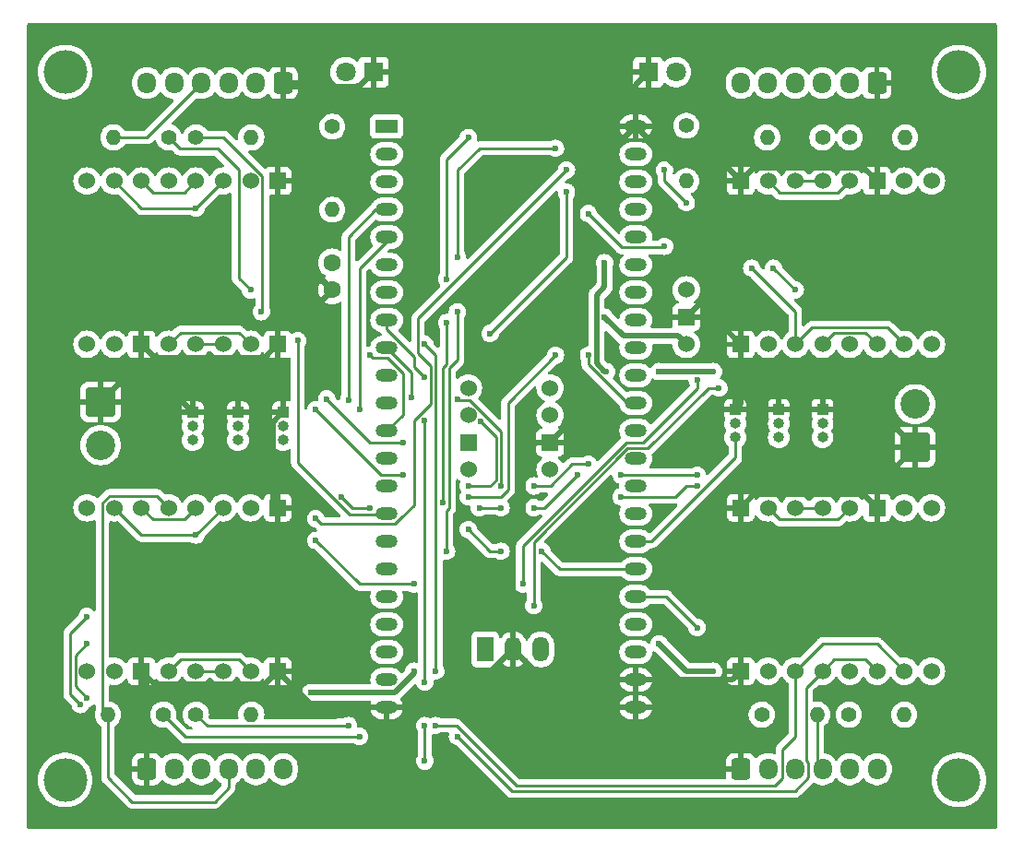
<source format=gbl>
%TF.GenerationSoftware,KiCad,Pcbnew,8.0.4-8.0.4-0~ubuntu22.04.1*%
%TF.CreationDate,2024-07-27T17:16:34+09:00*%
%TF.ProjectId,esp32s2s3dev_custom,65737033-3273-4327-9333-6465765f6375,rev?*%
%TF.SameCoordinates,Original*%
%TF.FileFunction,Copper,L2,Bot*%
%TF.FilePolarity,Positive*%
%FSLAX46Y46*%
G04 Gerber Fmt 4.6, Leading zero omitted, Abs format (unit mm)*
G04 Created by KiCad (PCBNEW 8.0.4-8.0.4-0~ubuntu22.04.1) date 2024-07-27 17:16:34*
%MOMM*%
%LPD*%
G01*
G04 APERTURE LIST*
G04 Aperture macros list*
%AMRoundRect*
0 Rectangle with rounded corners*
0 $1 Rounding radius*
0 $2 $3 $4 $5 $6 $7 $8 $9 X,Y pos of 4 corners*
0 Add a 4 corners polygon primitive as box body*
4,1,4,$2,$3,$4,$5,$6,$7,$8,$9,$2,$3,0*
0 Add four circle primitives for the rounded corners*
1,1,$1+$1,$2,$3*
1,1,$1+$1,$4,$5*
1,1,$1+$1,$6,$7*
1,1,$1+$1,$8,$9*
0 Add four rect primitives between the rounded corners*
20,1,$1+$1,$2,$3,$4,$5,0*
20,1,$1+$1,$4,$5,$6,$7,0*
20,1,$1+$1,$6,$7,$8,$9,0*
20,1,$1+$1,$8,$9,$2,$3,0*%
G04 Aperture macros list end*
%TA.AperFunction,ComponentPad*%
%ADD10RoundRect,0.250000X-0.600000X-0.725000X0.600000X-0.725000X0.600000X0.725000X-0.600000X0.725000X0*%
%TD*%
%TA.AperFunction,ComponentPad*%
%ADD11O,1.700000X1.950000*%
%TD*%
%TA.AperFunction,ComponentPad*%
%ADD12RoundRect,0.250000X0.600000X0.725000X-0.600000X0.725000X-0.600000X-0.725000X0.600000X-0.725000X0*%
%TD*%
%TA.AperFunction,ComponentPad*%
%ADD13C,1.524000*%
%TD*%
%TA.AperFunction,ComponentPad*%
%ADD14R,1.524000X1.524000*%
%TD*%
%TA.AperFunction,ComponentPad*%
%ADD15O,1.500000X2.300000*%
%TD*%
%TA.AperFunction,ComponentPad*%
%ADD16R,1.500000X2.300000*%
%TD*%
%TA.AperFunction,ComponentPad*%
%ADD17R,1.000000X1.000000*%
%TD*%
%TA.AperFunction,ComponentPad*%
%ADD18O,1.000000X1.000000*%
%TD*%
%TA.AperFunction,ComponentPad*%
%ADD19C,1.400000*%
%TD*%
%TA.AperFunction,ComponentPad*%
%ADD20O,1.400000X1.400000*%
%TD*%
%TA.AperFunction,ComponentPad*%
%ADD21RoundRect,0.250001X1.099999X-1.099999X1.099999X1.099999X-1.099999X1.099999X-1.099999X-1.099999X0*%
%TD*%
%TA.AperFunction,ComponentPad*%
%ADD22C,2.700000*%
%TD*%
%TA.AperFunction,ComponentPad*%
%ADD23RoundRect,0.250001X-1.099999X1.099999X-1.099999X-1.099999X1.099999X-1.099999X1.099999X1.099999X0*%
%TD*%
%TA.AperFunction,ComponentPad*%
%ADD24C,1.800000*%
%TD*%
%TA.AperFunction,ComponentPad*%
%ADD25R,1.800000X1.800000*%
%TD*%
%TA.AperFunction,ComponentPad*%
%ADD26C,1.600000*%
%TD*%
%TA.AperFunction,ComponentPad*%
%ADD27R,2.000000X1.200000*%
%TD*%
%TA.AperFunction,ComponentPad*%
%ADD28O,2.000000X1.200000*%
%TD*%
%TA.AperFunction,ViaPad*%
%ADD29C,0.600000*%
%TD*%
%TA.AperFunction,ViaPad*%
%ADD30C,4.000000*%
%TD*%
%TA.AperFunction,Conductor*%
%ADD31C,0.250000*%
%TD*%
%TA.AperFunction,Conductor*%
%ADD32C,0.500000*%
%TD*%
G04 APERTURE END LIST*
D10*
%TO.P,M4,1,GND*%
%TO.N,GND*%
X166000000Y-119000000D03*
D11*
%TO.P,M4,2,OUTB*%
%TO.N,/RO4B*%
X168500000Y-119000000D03*
%TO.P,M4,3,OUTA*%
%TO.N,/RO4A*%
X171000000Y-119000000D03*
%TO.P,M4,4,VCC*%
%TO.N,+3V3*%
X173500000Y-119000000D03*
%TO.P,M4,5,M2*%
%TO.N,/M4OUT2*%
X176000000Y-119000000D03*
%TO.P,M4,6,M1*%
%TO.N,/M4OUT1*%
X178500000Y-119000000D03*
%TD*%
%TO.P,M3,6,M1*%
%TO.N,/M3OUT1*%
X165989950Y-56000000D03*
%TO.P,M3,5,M2*%
%TO.N,/M3OUT2*%
X168489950Y-56000000D03*
%TO.P,M3,4,VCC*%
%TO.N,+3V3*%
X170989950Y-56000000D03*
%TO.P,M3,3,OUTA*%
%TO.N,/RO3A*%
X173489950Y-56000000D03*
%TO.P,M3,2,OUTB*%
%TO.N,/RO3B*%
X175989950Y-56000000D03*
D12*
%TO.P,M3,1,GND*%
%TO.N,GND*%
X178489950Y-56000000D03*
%TD*%
D11*
%TO.P,M2,6,M1*%
%TO.N,/M2OUT1*%
X111500000Y-56000000D03*
%TO.P,M2,5,M2*%
%TO.N,/M2OUT2*%
X114000000Y-56000000D03*
%TO.P,M2,4,VCC*%
%TO.N,+3V3*%
X116500000Y-56000000D03*
%TO.P,M2,3,OUTA*%
%TO.N,/RO2A*%
X119000000Y-56000000D03*
%TO.P,M2,2,OUTB*%
%TO.N,/RO2B*%
X121500000Y-56000000D03*
D12*
%TO.P,M2,1,GND*%
%TO.N,GND*%
X124000000Y-56000000D03*
%TD*%
D11*
%TO.P,M1,6,M1*%
%TO.N,/M1OUT1*%
X124000000Y-119000000D03*
%TO.P,M1,5,M2*%
%TO.N,/M1OUT2*%
X121500000Y-119000000D03*
%TO.P,M1,4,VCC*%
%TO.N,+3V3*%
X119000000Y-119000000D03*
%TO.P,M1,3,OUTA*%
%TO.N,/RO1A*%
X116500000Y-119000000D03*
%TO.P,M1,2,OUTB*%
%TO.N,/RO1B*%
X114000000Y-119000000D03*
D10*
%TO.P,M1,1,GND*%
%TO.N,GND*%
X111500000Y-119000000D03*
%TD*%
D13*
%TO.P,U4,1,IN*%
%TO.N,+9V*%
X161000000Y-75000000D03*
D14*
%TO.P,U4,2,GND*%
%TO.N,GND*%
X161000000Y-77500000D03*
D13*
%TO.P,U4,3,OUT*%
%TO.N,+5V*%
X161000000Y-80000000D03*
%TD*%
D15*
%TO.P,U3,3,OUT*%
%TO.N,+3V3*%
X147633000Y-108000000D03*
%TO.P,U3,2,GND*%
%TO.N,GND*%
X145093000Y-108000000D03*
D16*
%TO.P,U3,1,IN*%
%TO.N,+9V*%
X142553000Y-108000000D03*
%TD*%
D13*
%TO.P,U2,1,RX*%
%TO.N,/BNORX*%
X148500000Y-84000000D03*
%TO.P,U2,2,TX*%
%TO.N,/BNOTX*%
X148500000Y-86500000D03*
D14*
%TO.P,U2,3,GND*%
%TO.N,GND*%
X148500000Y-89000000D03*
D13*
%TO.P,U2,4,+Vin*%
%TO.N,+3V3*%
X148500000Y-91500000D03*
%TO.P,U2,5*%
%TO.N,N/C*%
X141000000Y-84000000D03*
%TO.P,U2,6*%
X141000000Y-86500000D03*
D14*
%TO.P,U2,7*%
X141000000Y-89000000D03*
D13*
%TO.P,U2,8*%
X141000000Y-91500000D03*
%TD*%
D17*
%TO.P,SRV6,1,Pin_1*%
%TO.N,GND*%
X173500000Y-86000000D03*
D18*
%TO.P,SRV6,2,Pin_2*%
%TO.N,+9V*%
X173500000Y-87270000D03*
%TO.P,SRV6,3,Pin_3*%
%TO.N,/SRV6*%
X173500000Y-88540000D03*
%TD*%
D17*
%TO.P,SRV5,1,Pin_1*%
%TO.N,GND*%
X169500000Y-86000000D03*
D18*
%TO.P,SRV5,2,Pin_2*%
%TO.N,+9V*%
X169500000Y-87270000D03*
%TO.P,SRV5,3,Pin_3*%
%TO.N,/SRV5*%
X169500000Y-88540000D03*
%TD*%
D17*
%TO.P,SRV4,1,Pin_1*%
%TO.N,GND*%
X165500000Y-86000000D03*
D18*
%TO.P,SRV4,2,Pin_2*%
%TO.N,+9V*%
X165500000Y-87270000D03*
%TO.P,SRV4,3,Pin_3*%
%TO.N,/SRV4*%
X165500000Y-88540000D03*
%TD*%
D17*
%TO.P,SRV3,1,Pin_1*%
%TO.N,GND*%
X124000000Y-86250000D03*
D18*
%TO.P,SRV3,2,Pin_2*%
%TO.N,+5V*%
X124000000Y-87520000D03*
%TO.P,SRV3,3,Pin_3*%
%TO.N,/SRV3*%
X124000000Y-88790000D03*
%TD*%
D17*
%TO.P,SRV2,1,Pin_1*%
%TO.N,GND*%
X119850000Y-86250000D03*
D18*
%TO.P,SRV2,2,Pin_2*%
%TO.N,+5V*%
X119850000Y-87520000D03*
%TO.P,SRV2,3,Pin_3*%
%TO.N,/SRV2*%
X119850000Y-88790000D03*
%TD*%
D17*
%TO.P,SRV1,1,Pin_1*%
%TO.N,GND*%
X115700000Y-86250000D03*
D18*
%TO.P,SRV1,2,Pin_2*%
%TO.N,+5V*%
X115700000Y-87520000D03*
%TO.P,SRV1,3,Pin_3*%
%TO.N,/SRV1*%
X115700000Y-88790000D03*
%TD*%
D19*
%TO.P,R10,1*%
%TO.N,Net-(D2-A)*%
X128500000Y-60000000D03*
D20*
%TO.P,R10,2*%
%TO.N,/LED_RED*%
X128500000Y-67620000D03*
%TD*%
D19*
%TO.P,R9,1*%
%TO.N,Net-(D1-A)*%
X161000000Y-59920000D03*
D20*
%TO.P,R9,2*%
%TO.N,/LED_GREEN*%
X161000000Y-65000000D03*
%TD*%
D19*
%TO.P,R8,1*%
%TO.N,/RO4A*%
X175920000Y-114000000D03*
D20*
%TO.P,R8,2*%
%TO.N,+3V3*%
X181000000Y-114000000D03*
%TD*%
D19*
%TO.P,R7,1*%
%TO.N,/RO4B*%
X167920000Y-114000000D03*
D20*
%TO.P,R7,2*%
%TO.N,+3V3*%
X173000000Y-114000000D03*
%TD*%
D19*
%TO.P,R6,1*%
%TO.N,/RO3A*%
X173500000Y-61000000D03*
D20*
%TO.P,R6,2*%
%TO.N,+3V3*%
X168420000Y-61000000D03*
%TD*%
D19*
%TO.P,R5,1*%
%TO.N,/RO3B*%
X176000000Y-61000000D03*
D20*
%TO.P,R5,2*%
%TO.N,+3V3*%
X181080000Y-61000000D03*
%TD*%
%TO.P,R4,2*%
%TO.N,+3V3*%
X108420000Y-61000000D03*
D19*
%TO.P,R4,1*%
%TO.N,/RO2A*%
X113500000Y-61000000D03*
%TD*%
%TO.P,R3,1*%
%TO.N,/RO2B*%
X116000000Y-61000000D03*
D20*
%TO.P,R3,2*%
%TO.N,+3V3*%
X121080000Y-61000000D03*
%TD*%
D19*
%TO.P,R2,1*%
%TO.N,/RO1B*%
X113000000Y-114000000D03*
D20*
%TO.P,R2,2*%
%TO.N,+3V3*%
X107920000Y-114000000D03*
%TD*%
D19*
%TO.P,R1,1*%
%TO.N,/RO1A*%
X116000000Y-114000000D03*
D20*
%TO.P,R1,2*%
%TO.N,+3V3*%
X121080000Y-114000000D03*
%TD*%
D21*
%TO.P,Vout,1,Pin_1*%
%TO.N,GND*%
X182000000Y-89460000D03*
D22*
%TO.P,Vout,2,Pin_2*%
%TO.N,+9V*%
X182000000Y-85500000D03*
%TD*%
D23*
%TO.P,Vin,1,Pin_1*%
%TO.N,GND*%
X107250000Y-85290000D03*
D22*
%TO.P,Vin,2,Pin_2*%
%TO.N,+9V*%
X107250000Y-89250000D03*
%TD*%
D14*
%TO.P,DRV4,13*%
%TO.N,GND*%
X166000000Y-110000000D03*
%TO.P,DRV4,12*%
X166000000Y-95000000D03*
%TO.P,DRV4,11,GND*%
X178500000Y-95000000D03*
D13*
%TO.P,DRV4,10,STBY*%
%TO.N,+3V3*%
X176000000Y-110000000D03*
%TO.P,DRV4,9,VM*%
%TO.N,+9V*%
X183500000Y-95000000D03*
%TO.P,DRV4,8,BO2*%
%TO.N,/M4OUT2*%
X171000000Y-95000000D03*
%TO.P,DRV4,7,BO1*%
%TO.N,/M4OUT1*%
X168500000Y-95000000D03*
%TO.P,DRV4,6,AO2*%
%TO.N,/M4OUT2*%
X173500000Y-95000000D03*
%TO.P,DRV4,5,AO1*%
%TO.N,/M4OUT1*%
X176000000Y-95000000D03*
%TO.P,DRV4,4,BIN2*%
%TO.N,/M4IN2*%
X171000000Y-110000000D03*
%TO.P,DRV4,3,BIN1*%
%TO.N,/M4IN1*%
X173500000Y-110000000D03*
%TO.P,DRV4,2,AIN2*%
%TO.N,/M4IN2*%
X181000000Y-110000000D03*
%TO.P,DRV4,1,AIN1*%
%TO.N,/M4IN1*%
X178500000Y-110000000D03*
%TO.P,DRV4,0*%
%TO.N,N/C*%
X168500000Y-110000000D03*
X183500000Y-110000000D03*
X181000000Y-95000000D03*
%TD*%
%TO.P,DRV3,0*%
%TO.N,N/C*%
X181000000Y-65000000D03*
X183500000Y-80000000D03*
X168500000Y-80000000D03*
%TO.P,DRV3,1,AIN1*%
%TO.N,/M3IN1*%
X178500000Y-80000000D03*
%TO.P,DRV3,2,AIN2*%
%TO.N,/M3IN2*%
X181000000Y-80000000D03*
%TO.P,DRV3,3,BIN1*%
%TO.N,/M3IN1*%
X173500000Y-80000000D03*
%TO.P,DRV3,4,BIN2*%
%TO.N,/M3IN2*%
X171000000Y-80000000D03*
%TO.P,DRV3,5,AO1*%
%TO.N,/M3OUT1*%
X176000000Y-65000000D03*
%TO.P,DRV3,6,AO2*%
%TO.N,/M3OUT2*%
X173500000Y-65000000D03*
%TO.P,DRV3,7,BO1*%
%TO.N,/M3OUT1*%
X168500000Y-65000000D03*
%TO.P,DRV3,8,BO2*%
%TO.N,/M3OUT2*%
X171000000Y-65000000D03*
%TO.P,DRV3,9,VM*%
%TO.N,+9V*%
X183500000Y-65000000D03*
%TO.P,DRV3,10,STBY*%
%TO.N,+3V3*%
X176000000Y-80000000D03*
D14*
%TO.P,DRV3,11,GND*%
%TO.N,GND*%
X178500000Y-65000000D03*
%TO.P,DRV3,12*%
X166000000Y-65000000D03*
%TO.P,DRV3,13*%
X166000000Y-80000000D03*
%TD*%
D13*
%TO.P,DRV2,0*%
%TO.N,N/C*%
X108500000Y-80000000D03*
X106000000Y-65000000D03*
X121000000Y-65000000D03*
%TO.P,DRV2,1,AIN1*%
%TO.N,/M2IN1*%
X111000000Y-65000000D03*
%TO.P,DRV2,2,AIN2*%
%TO.N,/M2IN2*%
X108500000Y-65000000D03*
%TO.P,DRV2,3,BIN1*%
%TO.N,/M2IN1*%
X116000000Y-65000000D03*
%TO.P,DRV2,4,BIN2*%
%TO.N,/M2IN2*%
X118500000Y-65000000D03*
%TO.P,DRV2,5,AO1*%
%TO.N,/M2OUT1*%
X113500000Y-80000000D03*
%TO.P,DRV2,6,AO2*%
%TO.N,/M2OUT2*%
X116000000Y-80000000D03*
%TO.P,DRV2,7,BO1*%
%TO.N,/M2OUT1*%
X121000000Y-80000000D03*
%TO.P,DRV2,8,BO2*%
%TO.N,/M2OUT2*%
X118500000Y-80000000D03*
%TO.P,DRV2,9,VM*%
%TO.N,+9V*%
X106000000Y-80000000D03*
%TO.P,DRV2,10,STBY*%
%TO.N,+3V3*%
X113500000Y-65000000D03*
D14*
%TO.P,DRV2,11,GND*%
%TO.N,GND*%
X111000000Y-80000000D03*
%TO.P,DRV2,12*%
X123500000Y-80000000D03*
%TO.P,DRV2,13*%
X123500000Y-65000000D03*
%TD*%
D13*
%TO.P,DRV1,0*%
%TO.N,N/C*%
X108500000Y-110000000D03*
X106000000Y-95000000D03*
X121000000Y-95000000D03*
%TO.P,DRV1,1,AIN1*%
%TO.N,/M1IN1*%
X111000000Y-95000000D03*
%TO.P,DRV1,2,AIN2*%
%TO.N,/M1IN2*%
X108500000Y-95000000D03*
%TO.P,DRV1,3,BIN1*%
%TO.N,/M1IN1*%
X116000000Y-95000000D03*
%TO.P,DRV1,4,BIN2*%
%TO.N,/M1IN2*%
X118500000Y-95000000D03*
%TO.P,DRV1,5,AO1*%
%TO.N,/M1OUT1*%
X113500000Y-110000000D03*
%TO.P,DRV1,6,AO2*%
%TO.N,/M1OUT2*%
X116000000Y-110000000D03*
%TO.P,DRV1,7,BO1*%
%TO.N,/M1OUT1*%
X121000000Y-110000000D03*
%TO.P,DRV1,8,BO2*%
%TO.N,/M1OUT2*%
X118500000Y-110000000D03*
%TO.P,DRV1,9,VM*%
%TO.N,+9V*%
X106000000Y-110000000D03*
%TO.P,DRV1,10,STBY*%
%TO.N,+3V3*%
X113500000Y-95000000D03*
D14*
%TO.P,DRV1,11,GND*%
%TO.N,GND*%
X111000000Y-110000000D03*
%TO.P,DRV1,12*%
X123500000Y-110000000D03*
%TO.P,DRV1,13*%
X123500000Y-95000000D03*
%TD*%
D24*
%TO.P,RED,2,A*%
%TO.N,Net-(D2-A)*%
X129735000Y-55000000D03*
D25*
%TO.P,RED,1,K*%
%TO.N,GND*%
X132275000Y-55000000D03*
%TD*%
D24*
%TO.P,GREEN,2,A*%
%TO.N,Net-(D1-A)*%
X160040000Y-55000000D03*
D25*
%TO.P,GREEN,1,K*%
%TO.N,GND*%
X157500000Y-55000000D03*
%TD*%
D26*
%TO.P,C1,1*%
%TO.N,GND*%
X128500000Y-75000000D03*
%TO.P,C1,2*%
%TO.N,Net-(U1-CHIP_PU)*%
X128500000Y-72500000D03*
%TD*%
D27*
%TO.P,U1,1,3V3*%
%TO.N,+3V3*%
X133500000Y-60000000D03*
D28*
%TO.P,U1,2,3V3*%
X133500000Y-62540000D03*
%TO.P,U1,3,CHIP_PU*%
%TO.N,Net-(U1-CHIP_PU)*%
X133500000Y-65080000D03*
%TO.P,U1,4,GPIO4/ADC1_CH3*%
%TO.N,/RO1A*%
X133500000Y-67620000D03*
%TO.P,U1,5,GPIO5/ADC1_CH4*%
%TO.N,/RO1B*%
X133500000Y-70160000D03*
%TO.P,U1,6,GPIO6/ADC1_CH5*%
%TO.N,/M2IN1*%
X133500000Y-72700000D03*
%TO.P,U1,7,GPIO7/ADC1_CH6*%
%TO.N,/M2IN2*%
X133500000Y-75240000D03*
%TO.P,U1,8,GPIO15/ADC2_CH4/32K_P*%
%TO.N,/SRV5*%
X133500000Y-77780000D03*
%TO.P,U1,9,GPIO16/ADC2_CH5/32K_N*%
%TO.N,/SRV6*%
X133500000Y-80320000D03*
%TO.P,U1,10,GPIO17/ADC2_CH6*%
%TO.N,/M4IN2*%
X133500000Y-82860000D03*
%TO.P,U1,11,GPIO18/ADC2_CH7*%
%TO.N,/RO4A*%
X133500000Y-85400000D03*
%TO.P,U1,12,GPIO8/ADC1_CH7*%
%TO.N,/RO2A*%
X133500000Y-87940000D03*
%TO.P,U1,13,GPIO3/ADC1_CH2*%
%TO.N,unconnected-(U1-GPIO3{slash}ADC1_CH2-Pad13)*%
X133500000Y-90480000D03*
%TO.P,U1,14,GPIO46*%
%TO.N,unconnected-(U1-GPIO46-Pad14)*%
X133500000Y-93020000D03*
%TO.P,U1,15,GPIO9/ADC1_CH8*%
%TO.N,/RO2B*%
X133500000Y-95560000D03*
%TO.P,U1,16,GPIO10/ADC1_CH9*%
%TO.N,/M3IN1*%
X133500000Y-98100000D03*
%TO.P,U1,17,GPIO11/ADC2_CH0*%
%TO.N,/M3IN2*%
X133500000Y-100640000D03*
%TO.P,U1,18,GPIO12/ADC2_CH1*%
%TO.N,/RO3A*%
X133500000Y-103180000D03*
%TO.P,U1,19,GPIO13/ADC2_CH2*%
%TO.N,/RO3B*%
X133500000Y-105720000D03*
%TO.P,U1,20,GPIO14/ADC2_CH3*%
%TO.N,/M4IN1*%
X133496320Y-108257280D03*
%TO.P,U1,21,5V*%
%TO.N,unconnected-(U1-5V-Pad21)*%
X133496320Y-110797280D03*
%TO.P,U1,22,GND*%
%TO.N,GND*%
X133496320Y-113337280D03*
%TO.P,U1,23,GND*%
X156360000Y-113340000D03*
%TO.P,U1,24,GND*%
X156360000Y-110800000D03*
%TO.P,U1,25,GPIO19/USB_D-*%
%TO.N,unconnected-(U1-GPIO19{slash}USB_D--Pad25)*%
X156360000Y-108260000D03*
%TO.P,U1,26,GPIO20/USB_D+*%
%TO.N,unconnected-(U1-GPIO20{slash}USB_D+-Pad26)*%
X156360000Y-105720000D03*
%TO.P,U1,27,GPIO21*%
%TO.N,/RO4B*%
X156360000Y-103180000D03*
%TO.P,U1,28,GPIO47*%
%TO.N,/SRV3*%
X156360000Y-100640000D03*
%TO.P,U1,29,GPIO48*%
%TO.N,/SRV4*%
X156360000Y-98100000D03*
%TO.P,U1,30,GPIO45*%
%TO.N,unconnected-(U1-GPIO45-Pad30)*%
X156360000Y-95560000D03*
%TO.P,U1,31,GPIO0*%
%TO.N,unconnected-(U1-GPIO0-Pad31)*%
X156360000Y-93020000D03*
%TO.P,U1,32,GPIO35*%
%TO.N,/BNOTX*%
X156360000Y-90480000D03*
%TO.P,U1,33,GPIO36*%
%TO.N,/BNORX*%
X156360000Y-87940000D03*
%TO.P,U1,34,GPIO37*%
%TO.N,/SRV1*%
X156360000Y-85400000D03*
%TO.P,U1,35,GPIO38*%
%TO.N,/SRV2*%
X156360000Y-82860000D03*
%TO.P,U1,36,GPIO39/MTCK*%
%TO.N,/LED_GREEN*%
X156360000Y-80320000D03*
%TO.P,U1,37,GPIO40/MTDO*%
%TO.N,/LED_RED*%
X156360000Y-77780000D03*
%TO.P,U1,38,GPIO41/MTDI*%
%TO.N,unconnected-(U1-GPIO41{slash}MTDI-Pad38)*%
X156360000Y-75240000D03*
%TO.P,U1,39,GPIO42/MTMS*%
%TO.N,unconnected-(U1-GPIO42{slash}MTMS-Pad39)*%
X156360000Y-72700000D03*
%TO.P,U1,40,GPIO2/ADC1_CH1*%
%TO.N,/M1IN2*%
X156360000Y-70160000D03*
%TO.P,U1,41,GPIO1/ADC1_CH0*%
%TO.N,/M1IN1*%
X156360000Y-67620000D03*
%TO.P,U1,42,GPIO44/U0RXD*%
%TO.N,unconnected-(U1-GPIO44{slash}U0RXD-Pad42)*%
X156360000Y-65080000D03*
%TO.P,U1,43,GPIO43/U0TXD*%
%TO.N,unconnected-(U1-GPIO43{slash}U0TXD-Pad43)*%
X156360000Y-62540000D03*
%TO.P,U1,44,GND*%
%TO.N,GND*%
X156360000Y-60000000D03*
%TD*%
D29*
%TO.N,/M1IN2*%
X127000000Y-98000000D03*
D30*
%TO.N,*%
X186000000Y-55000000D03*
X186000000Y-120000000D03*
X104000000Y-120000000D03*
D29*
%TO.N,/SRV1*%
X152000000Y-81000000D03*
X149000000Y-81000000D03*
X135000000Y-92000000D03*
X141000000Y-94000000D03*
X127000000Y-86000000D03*
%TO.N,/SRV2*%
X141000000Y-93000000D03*
X142128770Y-87064385D03*
X128000000Y-85000000D03*
X135000000Y-89000000D03*
%TO.N,/RO2B*%
X125337000Y-79663000D03*
%TO.N,/SRV3*%
X144000000Y-99000000D03*
X147750000Y-99000000D03*
X132000000Y-95000000D03*
X141000000Y-97000000D03*
X129375000Y-94000000D03*
%TO.N,/SRV5*%
X136925000Y-83000000D03*
X147000000Y-93000000D03*
X144000000Y-93000000D03*
X140000000Y-85000000D03*
%TO.N,/SRV6*%
X142000000Y-95000000D03*
X147000000Y-95000000D03*
X144000000Y-95000000D03*
X135750000Y-84882193D03*
X151000000Y-92000000D03*
X155000000Y-94000000D03*
%TO.N,/SRV5*%
X152000000Y-91000000D03*
X155000000Y-92000000D03*
%TO.N,/SRV6*%
X162000000Y-93000000D03*
%TO.N,/SRV5*%
X162000000Y-92000000D03*
%TO.N,/M3IN2*%
X139000000Y-99000000D03*
%TO.N,/M1IN2*%
X136000000Y-102000000D03*
%TO.N,/M3IN2*%
X140000000Y-77000000D03*
%TO.N,/M3IN1*%
X141000000Y-61000000D03*
X139000000Y-78000000D03*
X138624999Y-94491117D03*
X139000000Y-74000000D03*
X159000000Y-71000000D03*
X171000000Y-75000000D03*
X152000000Y-68000000D03*
X169000000Y-73000000D03*
%TO.N,/M3IN2*%
X159000000Y-64000000D03*
X149000000Y-62000000D03*
X161000000Y-67000000D03*
X140000000Y-72000000D03*
X167000000Y-73000000D03*
%TO.N,/M4IN2*%
X138000000Y-110000000D03*
X137000000Y-80000000D03*
X138000000Y-115000000D03*
%TO.N,/M4IN1*%
X140000000Y-116000000D03*
%TO.N,/M2IN2*%
X116000000Y-67500000D03*
%TO.N,/M1IN2*%
X143000000Y-79000000D03*
X150000000Y-66000000D03*
X116000000Y-97500000D03*
%TO.N,/M1IN1*%
X150000000Y-64000000D03*
X127000000Y-96000000D03*
%TO.N,/RO4A*%
X137000000Y-87000000D03*
X137000000Y-111000000D03*
X137000000Y-118250000D03*
X137000000Y-115000000D03*
%TO.N,/RO4B*%
X162000000Y-106000000D03*
%TO.N,/RO3A*%
X146000000Y-102000000D03*
X162000000Y-83250000D03*
%TO.N,/RO3B*%
X164000000Y-84000000D03*
X147000000Y-104000000D03*
%TO.N,/RO2A*%
X121000000Y-75000000D03*
X132000000Y-81000000D03*
%TO.N,/RO2B*%
X122000000Y-77000000D03*
%TO.N,/RO1B*%
X131000000Y-86000000D03*
X131000000Y-116000000D03*
%TO.N,/RO1A*%
X130000000Y-85100000D03*
X130000000Y-115000000D03*
%TO.N,+3V3*%
X153675076Y-82500000D03*
X153500000Y-72500000D03*
X163500000Y-82500000D03*
X158500000Y-82500000D03*
X158500000Y-107500000D03*
X163500000Y-110000000D03*
X126530331Y-111969669D03*
X136000000Y-110000000D03*
%TO.N,+5V*%
X153500000Y-77500000D03*
%TO.N,/M1OUT1*%
X105375000Y-113065687D03*
X106000000Y-105000000D03*
%TO.N,/M1OUT2*%
X106000000Y-112500000D03*
X106000000Y-107500000D03*
D30*
%TO.N,*%
X104000000Y-55000000D03*
%TD*%
D31*
%TO.N,+3V3*%
X108420000Y-61000000D02*
X111500000Y-61000000D01*
X111500000Y-61000000D02*
X116500000Y-56000000D01*
D32*
%TO.N,GND*%
X124000000Y-56000000D02*
X124350000Y-56350000D01*
X124350000Y-56350000D02*
X130925000Y-56350000D01*
X123500000Y-65000000D02*
X123500000Y-62750000D01*
X123500000Y-62750000D02*
X124000000Y-62250000D01*
X124000000Y-62250000D02*
X124000000Y-56000000D01*
X156360000Y-60000000D02*
X156360000Y-56140000D01*
X156360000Y-56140000D02*
X157500000Y-55000000D01*
X132275000Y-55000000D02*
X130925000Y-56350000D01*
X111000000Y-110000000D02*
X111000000Y-110250000D01*
X111000000Y-110250000D02*
X111500000Y-110750000D01*
X111500000Y-110750000D02*
X111500000Y-119000000D01*
D31*
%TO.N,+3V3*%
X107920000Y-114000000D02*
X107920000Y-119765100D01*
X107920000Y-119765100D02*
X110154900Y-122000000D01*
X117700000Y-122000000D02*
X119000000Y-120700000D01*
X110154900Y-122000000D02*
X117700000Y-122000000D01*
X119000000Y-120700000D02*
X119000000Y-119000000D01*
D32*
%TO.N,GND*%
X178489950Y-56000000D02*
X178489950Y-58489950D01*
X178489950Y-58489950D02*
X178500000Y-58500000D01*
X178500000Y-58500000D02*
X178500000Y-65000000D01*
D31*
%TO.N,/M1IN2*%
X127000000Y-98000000D02*
X131000000Y-102000000D01*
X131000000Y-102000000D02*
X136000000Y-102000000D01*
%TO.N,+3V3*%
X173000000Y-114000000D02*
X173000000Y-118500000D01*
X173000000Y-118500000D02*
X173500000Y-119000000D01*
%TO.N,/M4IN1*%
X173500000Y-110000000D02*
X171975000Y-111525000D01*
X171975000Y-111525000D02*
X171975000Y-118188299D01*
X171975000Y-118188299D02*
X172175000Y-118388299D01*
X172175000Y-118388299D02*
X172175000Y-119795100D01*
X172175000Y-119795100D02*
X170970100Y-121000000D01*
X170970100Y-121000000D02*
X145000000Y-121000000D01*
X145000000Y-121000000D02*
X140000000Y-116000000D01*
%TO.N,/M4IN2*%
X169095100Y-120550000D02*
X169825000Y-119820100D01*
X169825000Y-119820100D02*
X169825000Y-117175000D01*
X169825000Y-117175000D02*
X171000000Y-116000000D01*
D32*
%TO.N,GND*%
X166000000Y-119000000D02*
X166000000Y-110000000D01*
D31*
%TO.N,/SRV1*%
X144000000Y-94000000D02*
X144625000Y-93375000D01*
X144625000Y-93375000D02*
X144625000Y-85375000D01*
X144625000Y-85375000D02*
X149000000Y-81000000D01*
X152000000Y-81000000D02*
X152000000Y-81813173D01*
X152000000Y-81813173D02*
X155586827Y-85400000D01*
X155586827Y-85400000D02*
X156360000Y-85400000D01*
D32*
%TO.N,GND*%
X147238000Y-89000000D02*
X146619000Y-89619000D01*
X145093000Y-108000000D02*
X145093000Y-97907000D01*
X145093000Y-97907000D02*
X146000000Y-97000000D01*
X146000000Y-90238000D02*
X146619000Y-89619000D01*
X146000000Y-97000000D02*
X146000000Y-90238000D01*
D31*
%TO.N,/SRV1*%
X141000000Y-94000000D02*
X144000000Y-94000000D01*
X133000000Y-92000000D02*
X135000000Y-92000000D01*
X127000000Y-86000000D02*
X133000000Y-92000000D01*
%TO.N,/SRV2*%
X143550000Y-92450000D02*
X143550000Y-89000000D01*
X143000000Y-93000000D02*
X143550000Y-92450000D01*
X141000000Y-93000000D02*
X143000000Y-93000000D01*
X143550000Y-89000000D02*
X143550000Y-88485615D01*
X143550000Y-88485615D02*
X142128770Y-87064385D01*
%TO.N,/SRV6*%
X144000000Y-95000000D02*
X142000000Y-95000000D01*
%TO.N,/M1IN2*%
X143000000Y-79000000D02*
X150000000Y-72000000D01*
X150000000Y-72000000D02*
X150000000Y-66000000D01*
%TO.N,/SRV2*%
X132000000Y-89000000D02*
X135000000Y-89000000D01*
X128000000Y-85000000D02*
X132000000Y-89000000D01*
%TO.N,/RO2B*%
X133500000Y-95560000D02*
X133435000Y-95625000D01*
X133435000Y-95625000D02*
X130116116Y-95625000D01*
X130116116Y-95625000D02*
X125337000Y-90845884D01*
X125337000Y-90845884D02*
X125337000Y-79663000D01*
%TO.N,/SRV3*%
X141000000Y-97000000D02*
X143000000Y-99000000D01*
X143000000Y-99000000D02*
X144000000Y-99000000D01*
X131000000Y-95000000D02*
X132000000Y-95000000D01*
X147750000Y-99000000D02*
X149390000Y-100640000D01*
X149390000Y-100640000D02*
X156360000Y-100640000D01*
X130375000Y-95000000D02*
X131000000Y-95000000D01*
X129375000Y-94000000D02*
X130375000Y-95000000D01*
%TO.N,/SRV5*%
X136925000Y-83000000D02*
X136000000Y-82075000D01*
X136000000Y-82075000D02*
X136000000Y-81111852D01*
X136000000Y-81111852D02*
X133500000Y-78611852D01*
X133500000Y-78611852D02*
X133500000Y-77780000D01*
%TO.N,/M1IN1*%
X134283148Y-96485000D02*
X134884074Y-95884074D01*
X150000000Y-64000000D02*
X136375000Y-77625000D01*
X136375000Y-77625000D02*
X136375000Y-80825000D01*
X136375000Y-80825000D02*
X137550000Y-82000000D01*
X137550000Y-82000000D02*
X137550000Y-85450000D01*
X137550000Y-85450000D02*
X136000000Y-87000000D01*
X136000000Y-87000000D02*
X136000000Y-94768148D01*
X136000000Y-94768148D02*
X134884074Y-95884074D01*
%TO.N,/SRV5*%
X144000000Y-93000000D02*
X144000000Y-87962749D01*
X144000000Y-87962749D02*
X141124251Y-85087000D01*
X140087000Y-85087000D02*
X140000000Y-85000000D01*
X150537251Y-91000000D02*
X148537251Y-93000000D01*
X148537251Y-93000000D02*
X147000000Y-93000000D01*
X152000000Y-91000000D02*
X150537251Y-91000000D01*
X141124251Y-85087000D02*
X140087000Y-85087000D01*
%TO.N,/SRV6*%
X135750000Y-82570000D02*
X133500000Y-80320000D01*
X148000000Y-95000000D02*
X147000000Y-95000000D01*
X151000000Y-92000000D02*
X148000000Y-95000000D01*
X135750000Y-84882193D02*
X135750000Y-82570000D01*
%TO.N,/SRV4*%
X165500000Y-88540000D02*
X165500000Y-90383884D01*
X165500000Y-90383884D02*
X157783884Y-98100000D01*
X157783884Y-98100000D02*
X156360000Y-98100000D01*
%TO.N,/SRV6*%
X162000000Y-93000000D02*
X161000000Y-93000000D01*
X161000000Y-93000000D02*
X160000000Y-94000000D01*
X160000000Y-94000000D02*
X155000000Y-94000000D01*
%TO.N,/SRV5*%
X162000000Y-92000000D02*
X155000000Y-92000000D01*
%TO.N,/SRV4*%
X156360000Y-97680000D02*
X156360000Y-98100000D01*
%TO.N,/M3IN2*%
X139000000Y-95249999D02*
X139249999Y-95000000D01*
X139249999Y-95000000D02*
X139249999Y-82186395D01*
X139000000Y-99000000D02*
X139000000Y-95249999D01*
X139249999Y-82186395D02*
X140000000Y-81436394D01*
X140000000Y-81436394D02*
X140000000Y-77000000D01*
%TO.N,/M3IN1*%
X138624999Y-82174999D02*
X139000000Y-81799998D01*
X139000000Y-81799998D02*
X139000000Y-78000000D01*
X138624999Y-82174999D02*
X138624999Y-94491117D01*
X141000000Y-61000000D02*
X139000000Y-63000000D01*
X139000000Y-63000000D02*
X139000000Y-74000000D01*
X171000000Y-75000000D02*
X169000000Y-73000000D01*
X158915000Y-71085000D02*
X155085000Y-71085000D01*
X155085000Y-71085000D02*
X152000000Y-68000000D01*
X159000000Y-71000000D02*
X158915000Y-71085000D01*
%TO.N,/M3IN2*%
X149000000Y-62000000D02*
X142000000Y-62000000D01*
X142000000Y-62000000D02*
X140000000Y-64000000D01*
X171000000Y-80000000D02*
X171000000Y-77000000D01*
X140000000Y-64000000D02*
X140000000Y-72000000D01*
X159000000Y-65000000D02*
X159000000Y-64000000D01*
X161000000Y-67000000D02*
X159000000Y-65000000D01*
X171000000Y-77000000D02*
X167000000Y-73000000D01*
%TO.N,/M4IN2*%
X169095100Y-120550000D02*
X145433884Y-120550000D01*
X139883884Y-115000000D02*
X138000000Y-115000000D01*
X138000000Y-110000000D02*
X138000000Y-81000000D01*
X171000000Y-110000000D02*
X171000000Y-116000000D01*
X138000000Y-81000000D02*
X137000000Y-80000000D01*
X145433884Y-120550000D02*
X139883884Y-115000000D01*
%TO.N,/M2IN2*%
X118500000Y-65000000D02*
X116000000Y-67500000D01*
%TO.N,/M1IN1*%
X127485000Y-96485000D02*
X134283148Y-96485000D01*
X127000000Y-96000000D02*
X127485000Y-96485000D01*
%TO.N,/RO4A*%
X137000000Y-111000000D02*
X137000000Y-87000000D01*
X137000000Y-118250000D02*
X137000000Y-115000000D01*
%TO.N,/RO4B*%
X162000000Y-106000000D02*
X159180000Y-103180000D01*
X159180000Y-103180000D02*
X156360000Y-103180000D01*
%TO.N,/RO3A*%
X162000000Y-84008148D02*
X157008148Y-89000000D01*
X157008148Y-89000000D02*
X155495456Y-89000000D01*
X162000000Y-83250000D02*
X162000000Y-84008148D01*
X155495456Y-89000000D02*
X146000000Y-98495456D01*
X146000000Y-98495456D02*
X146000000Y-102000000D01*
%TO.N,/RO3B*%
X147000000Y-98131852D02*
X147000000Y-104000000D01*
X157445000Y-89555000D02*
X155576852Y-89555000D01*
X163000000Y-84000000D02*
X157445000Y-89555000D01*
X164000000Y-84000000D02*
X163000000Y-84000000D01*
X155576852Y-89555000D02*
X147000000Y-98131852D01*
%TO.N,/RO2A*%
X119913000Y-73913000D02*
X121000000Y-75000000D01*
X132245000Y-81245000D02*
X133593148Y-81245000D01*
X119913000Y-63963000D02*
X119913000Y-73913000D01*
X117975000Y-62025000D02*
X119913000Y-63963000D01*
X114525000Y-62025000D02*
X117975000Y-62025000D01*
X113500000Y-61000000D02*
X114525000Y-62025000D01*
X132000000Y-81000000D02*
X132245000Y-81245000D01*
X133593148Y-81245000D02*
X135000000Y-82651852D01*
X135000000Y-82651852D02*
X135000000Y-86440000D01*
X135000000Y-86440000D02*
X133500000Y-87940000D01*
%TO.N,/RO2B*%
X116000000Y-61000000D02*
X118537251Y-61000000D01*
X122087000Y-76913000D02*
X122000000Y-77000000D01*
X118537251Y-61000000D02*
X122087000Y-64549749D01*
X122087000Y-64549749D02*
X122087000Y-76913000D01*
%TO.N,/RO1B*%
X133500000Y-70160000D02*
X133500000Y-70560000D01*
X133500000Y-70560000D02*
X131000000Y-73060000D01*
X131000000Y-73060000D02*
X131000000Y-86000000D01*
%TO.N,/RO1A*%
X133500000Y-67620000D02*
X132500000Y-67620000D01*
X132500000Y-67620000D02*
X130000000Y-70120000D01*
%TO.N,/RO1B*%
X113000000Y-114000000D02*
X115000000Y-116000000D01*
X115000000Y-116000000D02*
X131000000Y-116000000D01*
%TO.N,/RO1A*%
X130000000Y-115000000D02*
X129000000Y-115000000D01*
X129000000Y-115000000D02*
X128975000Y-115025000D01*
X128975000Y-115025000D02*
X117025000Y-115025000D01*
X117025000Y-115025000D02*
X116000000Y-114000000D01*
X130000000Y-85100000D02*
X130000000Y-70120000D01*
D32*
%TO.N,+3V3*%
X153500000Y-72500000D02*
X153500000Y-74704924D01*
X153500000Y-74704924D02*
X152750000Y-75454924D01*
X152750000Y-75454924D02*
X152750000Y-81750000D01*
X152750000Y-81750000D02*
X153500000Y-82500000D01*
X153500000Y-82500000D02*
X153675076Y-82500000D01*
X158500000Y-82500000D02*
X163500000Y-82500000D01*
X158500000Y-107500000D02*
X161000000Y-110000000D01*
X161000000Y-110000000D02*
X163500000Y-110000000D01*
X134208855Y-111969669D02*
X126530331Y-111969669D01*
X136000000Y-110000000D02*
X136000000Y-110178524D01*
X136000000Y-110178524D02*
X134208855Y-111969669D01*
%TO.N,+5V*%
X155238001Y-79238001D02*
X153500000Y-77500000D01*
X160238001Y-79238001D02*
X155238001Y-79238001D01*
X161000000Y-80000000D02*
X160238001Y-79238001D01*
D31*
%TO.N,/M1OUT1*%
X104463000Y-106537000D02*
X106000000Y-105000000D01*
X105375000Y-113065687D02*
X104463000Y-112153687D01*
X104463000Y-112153687D02*
X104463000Y-106537000D01*
%TO.N,/M1OUT2*%
X104913000Y-108587000D02*
X106000000Y-107500000D01*
X106000000Y-112500000D02*
X104913000Y-111413000D01*
X104913000Y-111413000D02*
X104913000Y-108587000D01*
%TO.N,+3V3*%
X107920000Y-114000000D02*
X107413000Y-113493000D01*
X107413000Y-113493000D02*
X107413000Y-94549749D01*
X107413000Y-94549749D02*
X108049749Y-93913000D01*
X108049749Y-93913000D02*
X112413000Y-93913000D01*
X112413000Y-93913000D02*
X113500000Y-95000000D01*
%TO.N,/M4IN2*%
X178500000Y-107500000D02*
X173500000Y-107500000D01*
X181000000Y-110000000D02*
X178500000Y-107500000D01*
X173500000Y-107500000D02*
X171000000Y-110000000D01*
%TO.N,/M4IN1*%
X177413000Y-108913000D02*
X178500000Y-110000000D01*
X174587000Y-108913000D02*
X177413000Y-108913000D01*
X173500000Y-110000000D02*
X174587000Y-108913000D01*
%TO.N,/M2IN2*%
X111000000Y-67500000D02*
X116000000Y-67500000D01*
X108500000Y-65000000D02*
X111000000Y-67500000D01*
%TO.N,/M2IN1*%
X116000000Y-65000000D02*
X114913000Y-66087000D01*
X114913000Y-66087000D02*
X112087000Y-66087000D01*
X112087000Y-66087000D02*
X111000000Y-65000000D01*
%TO.N,/M2OUT1*%
X113500000Y-80000000D02*
X114587000Y-78913000D01*
X114587000Y-78913000D02*
X119913000Y-78913000D01*
X119913000Y-78913000D02*
X121000000Y-80000000D01*
%TO.N,/M2OUT2*%
X118500000Y-80000000D02*
X116000000Y-80000000D01*
%TO.N,/M1IN2*%
X111000000Y-97500000D02*
X116000000Y-97500000D01*
X108500000Y-95000000D02*
X111000000Y-97500000D01*
X116000000Y-97500000D02*
X118500000Y-95000000D01*
%TO.N,/M1IN1*%
X116000000Y-95000000D02*
X114913000Y-96087000D01*
X114913000Y-96087000D02*
X112087000Y-96087000D01*
X112087000Y-96087000D02*
X111000000Y-95000000D01*
%TO.N,/M1OUT1*%
X121000000Y-110000000D02*
X119913000Y-108913000D01*
X119913000Y-108913000D02*
X114587000Y-108913000D01*
X114587000Y-108913000D02*
X113500000Y-110000000D01*
%TO.N,/M1OUT2*%
X116000000Y-110000000D02*
X118500000Y-110000000D01*
D32*
%TO.N,GND*%
X111000000Y-110000000D02*
X112212000Y-111212000D01*
X112212000Y-111212000D02*
X122288000Y-111212000D01*
X122288000Y-111212000D02*
X123500000Y-110000000D01*
D31*
%TO.N,/M4OUT1*%
X168500000Y-95000000D02*
X169587000Y-96087000D01*
X169587000Y-96087000D02*
X174913000Y-96087000D01*
X174913000Y-96087000D02*
X176000000Y-95000000D01*
%TO.N,/M4OUT2*%
X173500000Y-95000000D02*
X171000000Y-95000000D01*
%TO.N,/M3IN2*%
X171000000Y-80000000D02*
X172537000Y-78463000D01*
X172537000Y-78463000D02*
X179463000Y-78463000D01*
X179463000Y-78463000D02*
X181000000Y-80000000D01*
%TO.N,/M3IN1*%
X173500000Y-80000000D02*
X174587000Y-78913000D01*
X177413000Y-78913000D02*
X178500000Y-80000000D01*
X174587000Y-78913000D02*
X177413000Y-78913000D01*
%TO.N,/M3OUT2*%
X171000000Y-65000000D02*
X173500000Y-65000000D01*
%TO.N,/M3OUT1*%
X168500000Y-65000000D02*
X169587000Y-66087000D01*
X169587000Y-66087000D02*
X174913000Y-66087000D01*
X174913000Y-66087000D02*
X176000000Y-65000000D01*
D32*
%TO.N,GND*%
X148500000Y-89000000D02*
X151000000Y-86500000D01*
X151000000Y-86500000D02*
X151000000Y-65360000D01*
X151000000Y-65360000D02*
X156360000Y-60000000D01*
X148500000Y-89000000D02*
X147238000Y-89000000D01*
%TO.N,/RO2B*%
X121500000Y-56000000D02*
X121850000Y-56350000D01*
%TO.N,GND*%
X123500000Y-65000000D02*
X123500000Y-70000000D01*
X123500000Y-70000000D02*
X128500000Y-75000000D01*
X123500000Y-65000000D02*
X123500000Y-80000000D01*
X123500000Y-80000000D02*
X122288000Y-81212000D01*
X122288000Y-81212000D02*
X112212000Y-81212000D01*
X112212000Y-81212000D02*
X111000000Y-80000000D01*
X111000000Y-80000000D02*
X111000000Y-81540000D01*
X111000000Y-81540000D02*
X107250000Y-85290000D01*
X107250000Y-85290000D02*
X114740000Y-85290000D01*
X114740000Y-85290000D02*
X115700000Y-86250000D01*
X119850000Y-86250000D02*
X115700000Y-86250000D01*
X119850000Y-86250000D02*
X123926497Y-86250000D01*
X123500000Y-95000000D02*
X123050000Y-94550000D01*
X123050000Y-94550000D02*
X123050000Y-87126497D01*
X123050000Y-87126497D02*
X123926497Y-86250000D01*
X123926497Y-86250000D02*
X124000000Y-86250000D01*
X123500000Y-95000000D02*
X123500000Y-110000000D01*
X133496320Y-113337280D02*
X126837280Y-113337280D01*
X126837280Y-113337280D02*
X123500000Y-110000000D01*
X133496320Y-113337280D02*
X139755720Y-113337280D01*
X139755720Y-113337280D02*
X145093000Y-108000000D01*
X156360000Y-110800000D02*
X147893000Y-110800000D01*
X147893000Y-110800000D02*
X145093000Y-108000000D01*
X156360000Y-110800000D02*
X156360000Y-113340000D01*
X156360000Y-110800000D02*
X165200000Y-110800000D01*
X165200000Y-110800000D02*
X166000000Y-110000000D01*
X166000000Y-95000000D02*
X166000000Y-110000000D01*
X166000000Y-95000000D02*
X167212000Y-93788000D01*
X167212000Y-93788000D02*
X177288000Y-93788000D01*
X177288000Y-93788000D02*
X178500000Y-95000000D01*
X178500000Y-95000000D02*
X178500000Y-92960000D01*
X178500000Y-92960000D02*
X182000000Y-89460000D01*
X173500000Y-86000000D02*
X178540000Y-86000000D01*
X178540000Y-86000000D02*
X182000000Y-89460000D01*
X169500000Y-86000000D02*
X173500000Y-86000000D01*
X165500000Y-86000000D02*
X169500000Y-86000000D01*
X166000000Y-80000000D02*
X166000000Y-85500000D01*
X166000000Y-85500000D02*
X165500000Y-86000000D01*
X161000000Y-77500000D02*
X163500000Y-77500000D01*
X163500000Y-77500000D02*
X166000000Y-80000000D01*
X166000000Y-65000000D02*
X166000000Y-72500000D01*
X166000000Y-72500000D02*
X161000000Y-77500000D01*
X166000000Y-65000000D02*
X167212000Y-63788000D01*
X167212000Y-63788000D02*
X177288000Y-63788000D01*
X177288000Y-63788000D02*
X178500000Y-65000000D01*
X156360000Y-60000000D02*
X159850000Y-63490000D01*
X159850000Y-63490000D02*
X164490000Y-63490000D01*
X164490000Y-63490000D02*
X166000000Y-65000000D01*
%TD*%
%TA.AperFunction,Conductor*%
%TO.N,GND*%
G36*
X189442539Y-50520185D02*
G01*
X189488294Y-50572989D01*
X189499500Y-50624500D01*
X189499500Y-124375500D01*
X189479815Y-124442539D01*
X189427011Y-124488294D01*
X189375500Y-124499500D01*
X100624500Y-124499500D01*
X100557461Y-124479815D01*
X100511706Y-124427011D01*
X100500500Y-124375500D01*
X100500500Y-119999994D01*
X101494556Y-119999994D01*
X101494556Y-120000005D01*
X101514310Y-120314004D01*
X101514311Y-120314011D01*
X101573270Y-120623083D01*
X101670497Y-120922316D01*
X101670499Y-120922321D01*
X101804461Y-121207003D01*
X101804464Y-121207009D01*
X101973051Y-121472661D01*
X101973054Y-121472665D01*
X102173606Y-121715090D01*
X102173608Y-121715092D01*
X102402968Y-121930476D01*
X102402978Y-121930484D01*
X102657504Y-122115408D01*
X102657509Y-122115410D01*
X102657516Y-122115416D01*
X102933234Y-122266994D01*
X102933239Y-122266996D01*
X102933241Y-122266997D01*
X102933242Y-122266998D01*
X103225771Y-122382818D01*
X103225774Y-122382819D01*
X103530523Y-122461065D01*
X103530527Y-122461066D01*
X103596010Y-122469338D01*
X103842670Y-122500499D01*
X103842679Y-122500499D01*
X103842682Y-122500500D01*
X103842684Y-122500500D01*
X104157316Y-122500500D01*
X104157318Y-122500500D01*
X104157321Y-122500499D01*
X104157329Y-122500499D01*
X104343593Y-122476968D01*
X104469473Y-122461066D01*
X104774225Y-122382819D01*
X104774228Y-122382818D01*
X105066757Y-122266998D01*
X105066758Y-122266997D01*
X105066756Y-122266997D01*
X105066766Y-122266994D01*
X105342484Y-122115416D01*
X105597030Y-121930478D01*
X105826390Y-121715094D01*
X106026947Y-121472663D01*
X106195537Y-121207007D01*
X106329503Y-120922315D01*
X106426731Y-120623079D01*
X106485688Y-120314015D01*
X106489382Y-120255298D01*
X106505444Y-120000005D01*
X106505444Y-119999994D01*
X106485689Y-119685995D01*
X106485688Y-119685988D01*
X106485688Y-119685985D01*
X106426731Y-119376921D01*
X106329503Y-119077685D01*
X106195537Y-118792993D01*
X106046887Y-118558757D01*
X106026948Y-118527338D01*
X106026945Y-118527334D01*
X105826393Y-118284909D01*
X105826391Y-118284907D01*
X105597031Y-118069523D01*
X105597021Y-118069515D01*
X105342495Y-117884591D01*
X105342488Y-117884586D01*
X105342484Y-117884584D01*
X105066766Y-117733006D01*
X105066763Y-117733004D01*
X105066758Y-117733002D01*
X105066757Y-117733001D01*
X104774228Y-117617181D01*
X104774225Y-117617180D01*
X104469476Y-117538934D01*
X104469463Y-117538932D01*
X104157329Y-117499500D01*
X104157318Y-117499500D01*
X103842682Y-117499500D01*
X103842670Y-117499500D01*
X103530536Y-117538932D01*
X103530523Y-117538934D01*
X103225774Y-117617180D01*
X103225771Y-117617181D01*
X102933242Y-117733001D01*
X102933241Y-117733002D01*
X102657516Y-117884584D01*
X102657504Y-117884591D01*
X102402978Y-118069515D01*
X102402968Y-118069523D01*
X102173608Y-118284907D01*
X102173606Y-118284909D01*
X101973054Y-118527334D01*
X101973051Y-118527338D01*
X101804464Y-118792990D01*
X101804461Y-118792996D01*
X101670499Y-119077678D01*
X101670497Y-119077683D01*
X101573270Y-119376916D01*
X101514311Y-119685988D01*
X101514310Y-119685995D01*
X101494556Y-119999994D01*
X100500500Y-119999994D01*
X100500500Y-106475389D01*
X103837500Y-106475389D01*
X103837500Y-112215297D01*
X103858166Y-112319192D01*
X103861537Y-112336139D01*
X103875347Y-112369479D01*
X103875347Y-112369480D01*
X103908685Y-112449968D01*
X103908691Y-112449979D01*
X103942114Y-112499997D01*
X103942115Y-112500001D01*
X103942116Y-112500001D01*
X103977138Y-112552415D01*
X103977144Y-112552423D01*
X104068586Y-112643865D01*
X104068608Y-112643885D01*
X104548787Y-113124064D01*
X104582272Y-113185387D01*
X104584326Y-113197860D01*
X104589630Y-113244936D01*
X104649210Y-113415208D01*
X104697257Y-113491674D01*
X104745184Y-113567949D01*
X104872738Y-113695503D01*
X104963080Y-113752269D01*
X105004769Y-113778464D01*
X105025478Y-113791476D01*
X105195745Y-113851055D01*
X105195750Y-113851056D01*
X105374996Y-113871252D01*
X105375000Y-113871252D01*
X105375004Y-113871252D01*
X105554249Y-113851056D01*
X105554252Y-113851055D01*
X105554255Y-113851055D01*
X105724522Y-113791476D01*
X105877262Y-113695503D01*
X106004816Y-113567949D01*
X106100789Y-113415209D01*
X106121890Y-113354903D01*
X106162611Y-113298128D01*
X106197975Y-113278817D01*
X106349522Y-113225789D01*
X106502262Y-113129816D01*
X106575819Y-113056259D01*
X106637142Y-113022774D01*
X106706834Y-113027758D01*
X106762767Y-113069630D01*
X106787184Y-113135094D01*
X106787500Y-113143940D01*
X106787500Y-113554612D01*
X106788040Y-113560098D01*
X106783903Y-113606181D01*
X106734885Y-113778461D01*
X106734884Y-113778464D01*
X106714357Y-113999999D01*
X106714357Y-114000000D01*
X106734884Y-114221535D01*
X106734885Y-114221537D01*
X106795769Y-114435523D01*
X106795775Y-114435538D01*
X106894938Y-114634683D01*
X106894943Y-114634691D01*
X107029020Y-114812238D01*
X107193433Y-114962120D01*
X107193435Y-114962122D01*
X107193437Y-114962123D01*
X107193438Y-114962124D01*
X107235778Y-114988339D01*
X107282412Y-115040364D01*
X107294500Y-115093765D01*
X107294500Y-119826706D01*
X107316639Y-119938012D01*
X107316640Y-119938016D01*
X107316639Y-119938016D01*
X107318535Y-119947548D01*
X107318536Y-119947552D01*
X107365685Y-120061380D01*
X107365690Y-120061389D01*
X107399914Y-120112607D01*
X107399915Y-120112609D01*
X107434141Y-120163833D01*
X107525586Y-120255278D01*
X107525608Y-120255298D01*
X109665916Y-122395606D01*
X109665945Y-122395637D01*
X109756164Y-122485856D01*
X109756167Y-122485858D01*
X109833090Y-122537256D01*
X109858610Y-122554309D01*
X109858612Y-122554310D01*
X109858615Y-122554312D01*
X109925296Y-122581931D01*
X109925298Y-122581933D01*
X109965540Y-122598601D01*
X109972448Y-122601463D01*
X110032871Y-122613481D01*
X110093293Y-122625500D01*
X117761607Y-122625500D01*
X117822029Y-122613481D01*
X117882452Y-122601463D01*
X117882455Y-122601461D01*
X117882458Y-122601461D01*
X117915787Y-122587654D01*
X117915786Y-122587654D01*
X117915792Y-122587652D01*
X117996286Y-122554312D01*
X118047509Y-122520084D01*
X118098733Y-122485858D01*
X118185858Y-122398733D01*
X118185858Y-122398731D01*
X118196066Y-122388524D01*
X118196067Y-122388521D01*
X119485858Y-121098733D01*
X119554312Y-120996285D01*
X119601463Y-120882451D01*
X119625501Y-120761606D01*
X119625501Y-120638393D01*
X119625501Y-120633283D01*
X119625500Y-120633257D01*
X119625500Y-120397980D01*
X119645185Y-120330941D01*
X119693208Y-120287494D01*
X119707818Y-120280050D01*
X119879786Y-120155109D01*
X119879788Y-120155106D01*
X119879792Y-120155104D01*
X120030104Y-120004792D01*
X120149683Y-119840204D01*
X120205011Y-119797540D01*
X120274624Y-119791561D01*
X120336420Y-119824166D01*
X120350313Y-119840199D01*
X120428309Y-119947552D01*
X120469896Y-120004792D01*
X120620213Y-120155109D01*
X120792179Y-120280048D01*
X120792181Y-120280049D01*
X120792184Y-120280051D01*
X120981588Y-120376557D01*
X121183757Y-120442246D01*
X121393713Y-120475500D01*
X121393714Y-120475500D01*
X121606286Y-120475500D01*
X121606287Y-120475500D01*
X121816243Y-120442246D01*
X122018412Y-120376557D01*
X122207816Y-120280051D01*
X122269974Y-120234891D01*
X122379786Y-120155109D01*
X122379788Y-120155106D01*
X122379792Y-120155104D01*
X122530104Y-120004792D01*
X122649683Y-119840204D01*
X122705011Y-119797540D01*
X122774624Y-119791561D01*
X122836420Y-119824166D01*
X122850313Y-119840199D01*
X122928309Y-119947552D01*
X122969896Y-120004792D01*
X123120213Y-120155109D01*
X123292179Y-120280048D01*
X123292181Y-120280049D01*
X123292184Y-120280051D01*
X123481588Y-120376557D01*
X123683757Y-120442246D01*
X123893713Y-120475500D01*
X123893714Y-120475500D01*
X124106286Y-120475500D01*
X124106287Y-120475500D01*
X124316243Y-120442246D01*
X124518412Y-120376557D01*
X124707816Y-120280051D01*
X124769974Y-120234891D01*
X124879786Y-120155109D01*
X124879788Y-120155106D01*
X124879792Y-120155104D01*
X125030104Y-120004792D01*
X125030106Y-120004788D01*
X125030109Y-120004786D01*
X125155048Y-119832820D01*
X125155047Y-119832820D01*
X125155051Y-119832816D01*
X125251557Y-119643412D01*
X125317246Y-119441243D01*
X125350500Y-119231287D01*
X125350500Y-118768713D01*
X125317246Y-118558757D01*
X125251557Y-118356588D01*
X125155051Y-118167184D01*
X125155049Y-118167181D01*
X125155048Y-118167179D01*
X125030109Y-117995213D01*
X124879786Y-117844890D01*
X124707820Y-117719951D01*
X124518414Y-117623444D01*
X124518413Y-117623443D01*
X124518412Y-117623443D01*
X124316243Y-117557754D01*
X124316241Y-117557753D01*
X124316240Y-117557753D01*
X124144990Y-117530630D01*
X124106287Y-117524500D01*
X123893713Y-117524500D01*
X123855010Y-117530630D01*
X123683760Y-117557753D01*
X123683757Y-117557754D01*
X123500864Y-117617180D01*
X123481585Y-117623444D01*
X123292179Y-117719951D01*
X123120213Y-117844890D01*
X122969894Y-117995209D01*
X122969890Y-117995214D01*
X122850318Y-118159793D01*
X122794989Y-118202459D01*
X122725375Y-118208438D01*
X122663580Y-118175833D01*
X122649682Y-118159793D01*
X122530109Y-117995214D01*
X122530105Y-117995209D01*
X122379786Y-117844890D01*
X122207820Y-117719951D01*
X122018414Y-117623444D01*
X122018413Y-117623443D01*
X122018412Y-117623443D01*
X121816243Y-117557754D01*
X121816241Y-117557753D01*
X121816240Y-117557753D01*
X121644990Y-117530630D01*
X121606287Y-117524500D01*
X121393713Y-117524500D01*
X121355010Y-117530630D01*
X121183760Y-117557753D01*
X121183757Y-117557754D01*
X121000864Y-117617180D01*
X120981585Y-117623444D01*
X120792179Y-117719951D01*
X120620213Y-117844890D01*
X120469894Y-117995209D01*
X120469890Y-117995214D01*
X120350318Y-118159793D01*
X120294989Y-118202459D01*
X120225375Y-118208438D01*
X120163580Y-118175833D01*
X120149682Y-118159793D01*
X120030109Y-117995214D01*
X120030105Y-117995209D01*
X119879786Y-117844890D01*
X119707820Y-117719951D01*
X119518414Y-117623444D01*
X119518413Y-117623443D01*
X119518412Y-117623443D01*
X119316243Y-117557754D01*
X119316241Y-117557753D01*
X119316240Y-117557753D01*
X119144990Y-117530630D01*
X119106287Y-117524500D01*
X118893713Y-117524500D01*
X118855010Y-117530630D01*
X118683760Y-117557753D01*
X118683757Y-117557754D01*
X118500864Y-117617180D01*
X118481585Y-117623444D01*
X118292179Y-117719951D01*
X118120213Y-117844890D01*
X117969894Y-117995209D01*
X117969890Y-117995214D01*
X117850318Y-118159793D01*
X117794989Y-118202459D01*
X117725375Y-118208438D01*
X117663580Y-118175833D01*
X117649682Y-118159793D01*
X117530109Y-117995214D01*
X117530105Y-117995209D01*
X117379786Y-117844890D01*
X117207820Y-117719951D01*
X117018414Y-117623444D01*
X117018413Y-117623443D01*
X117018412Y-117623443D01*
X116816243Y-117557754D01*
X116816241Y-117557753D01*
X116816240Y-117557753D01*
X116644990Y-117530630D01*
X116606287Y-117524500D01*
X116393713Y-117524500D01*
X116355010Y-117530630D01*
X116183760Y-117557753D01*
X116183757Y-117557754D01*
X116000864Y-117617180D01*
X115981585Y-117623444D01*
X115792179Y-117719951D01*
X115620213Y-117844890D01*
X115469894Y-117995209D01*
X115469890Y-117995214D01*
X115350318Y-118159793D01*
X115294989Y-118202459D01*
X115225375Y-118208438D01*
X115163580Y-118175833D01*
X115149682Y-118159793D01*
X115030109Y-117995214D01*
X115030105Y-117995209D01*
X114879786Y-117844890D01*
X114707820Y-117719951D01*
X114518414Y-117623444D01*
X114518413Y-117623443D01*
X114518412Y-117623443D01*
X114316243Y-117557754D01*
X114316241Y-117557753D01*
X114316240Y-117557753D01*
X114144990Y-117530630D01*
X114106287Y-117524500D01*
X113893713Y-117524500D01*
X113855010Y-117530630D01*
X113683760Y-117557753D01*
X113683757Y-117557754D01*
X113500864Y-117617180D01*
X113481585Y-117623444D01*
X113292179Y-117719951D01*
X113120215Y-117844889D01*
X112981035Y-117984069D01*
X112919712Y-118017553D01*
X112850020Y-118012569D01*
X112794087Y-117970697D01*
X112787815Y-117961484D01*
X112692315Y-117806654D01*
X112568345Y-117682684D01*
X112419124Y-117590643D01*
X112419119Y-117590641D01*
X112252697Y-117535494D01*
X112252690Y-117535493D01*
X112149986Y-117525000D01*
X111750000Y-117525000D01*
X111750000Y-118595854D01*
X111683343Y-118557370D01*
X111562535Y-118525000D01*
X111437465Y-118525000D01*
X111316657Y-118557370D01*
X111250000Y-118595854D01*
X111250000Y-117525000D01*
X110850028Y-117525000D01*
X110850012Y-117525001D01*
X110747302Y-117535494D01*
X110580880Y-117590641D01*
X110580875Y-117590643D01*
X110431654Y-117682684D01*
X110307684Y-117806654D01*
X110215643Y-117955875D01*
X110215641Y-117955880D01*
X110160494Y-118122302D01*
X110160493Y-118122309D01*
X110150000Y-118225013D01*
X110150000Y-118750000D01*
X111095854Y-118750000D01*
X111057370Y-118816657D01*
X111025000Y-118937465D01*
X111025000Y-119062535D01*
X111057370Y-119183343D01*
X111095854Y-119250000D01*
X110150001Y-119250000D01*
X110150001Y-119774986D01*
X110160494Y-119877697D01*
X110215641Y-120044119D01*
X110215643Y-120044124D01*
X110307684Y-120193345D01*
X110431654Y-120317315D01*
X110580875Y-120409356D01*
X110580880Y-120409358D01*
X110747302Y-120464505D01*
X110747309Y-120464506D01*
X110850019Y-120474999D01*
X111249999Y-120474999D01*
X111250000Y-120474998D01*
X111250000Y-119404145D01*
X111316657Y-119442630D01*
X111437465Y-119475000D01*
X111562535Y-119475000D01*
X111683343Y-119442630D01*
X111750000Y-119404145D01*
X111750000Y-120474999D01*
X112149972Y-120474999D01*
X112149986Y-120474998D01*
X112252697Y-120464505D01*
X112419119Y-120409358D01*
X112419124Y-120409356D01*
X112568345Y-120317315D01*
X112692317Y-120193343D01*
X112787815Y-120038516D01*
X112839763Y-119991791D01*
X112908725Y-119980568D01*
X112972808Y-120008412D01*
X112981035Y-120015931D01*
X113120213Y-120155109D01*
X113292179Y-120280048D01*
X113292181Y-120280049D01*
X113292184Y-120280051D01*
X113481588Y-120376557D01*
X113683757Y-120442246D01*
X113893713Y-120475500D01*
X113893714Y-120475500D01*
X114106286Y-120475500D01*
X114106287Y-120475500D01*
X114316243Y-120442246D01*
X114518412Y-120376557D01*
X114707816Y-120280051D01*
X114769974Y-120234891D01*
X114879786Y-120155109D01*
X114879788Y-120155106D01*
X114879792Y-120155104D01*
X115030104Y-120004792D01*
X115149683Y-119840204D01*
X115205011Y-119797540D01*
X115274624Y-119791561D01*
X115336420Y-119824166D01*
X115350313Y-119840199D01*
X115428309Y-119947552D01*
X115469896Y-120004792D01*
X115620213Y-120155109D01*
X115792179Y-120280048D01*
X115792181Y-120280049D01*
X115792184Y-120280051D01*
X115981588Y-120376557D01*
X116183757Y-120442246D01*
X116393713Y-120475500D01*
X116393714Y-120475500D01*
X116606286Y-120475500D01*
X116606287Y-120475500D01*
X116816243Y-120442246D01*
X117018412Y-120376557D01*
X117207816Y-120280051D01*
X117269974Y-120234891D01*
X117379786Y-120155109D01*
X117379788Y-120155106D01*
X117379792Y-120155104D01*
X117530104Y-120004792D01*
X117649683Y-119840204D01*
X117705011Y-119797540D01*
X117774624Y-119791561D01*
X117836420Y-119824166D01*
X117850313Y-119840199D01*
X117928309Y-119947552D01*
X117969896Y-120004792D01*
X118120213Y-120155109D01*
X118292176Y-120280046D01*
X118292179Y-120280047D01*
X118292184Y-120280051D01*
X118301206Y-120284648D01*
X118352001Y-120332617D01*
X118368799Y-120400438D01*
X118346265Y-120466574D01*
X118332594Y-120482814D01*
X117477229Y-121338181D01*
X117415906Y-121371666D01*
X117389548Y-121374500D01*
X110465352Y-121374500D01*
X110398313Y-121354815D01*
X110377671Y-121338181D01*
X108581819Y-119542329D01*
X108548334Y-119481006D01*
X108545500Y-119454648D01*
X108545500Y-115093765D01*
X108565185Y-115026726D01*
X108604220Y-114988340D01*
X108646562Y-114962124D01*
X108810981Y-114812236D01*
X108945058Y-114634689D01*
X109044229Y-114435528D01*
X109105115Y-114221536D01*
X109125643Y-114000000D01*
X109125643Y-113999999D01*
X111794357Y-113999999D01*
X111794357Y-114000000D01*
X111814884Y-114221535D01*
X111814885Y-114221537D01*
X111875769Y-114435523D01*
X111875775Y-114435538D01*
X111974938Y-114634683D01*
X111974943Y-114634691D01*
X112109020Y-114812238D01*
X112273437Y-114962123D01*
X112273439Y-114962125D01*
X112462595Y-115079245D01*
X112462596Y-115079245D01*
X112462599Y-115079247D01*
X112670060Y-115159618D01*
X112888757Y-115200500D01*
X112888759Y-115200500D01*
X113111241Y-115200500D01*
X113111243Y-115200500D01*
X113219429Y-115180276D01*
X113288943Y-115187307D01*
X113329894Y-115214484D01*
X114511016Y-116395606D01*
X114511045Y-116395637D01*
X114601264Y-116485856D01*
X114601267Y-116485858D01*
X114652490Y-116520084D01*
X114703714Y-116554312D01*
X114784207Y-116587652D01*
X114817548Y-116601463D01*
X114837490Y-116605429D01*
X114873980Y-116612688D01*
X114874000Y-116612691D01*
X114874022Y-116612696D01*
X114938391Y-116625499D01*
X114938392Y-116625500D01*
X114938393Y-116625500D01*
X114938394Y-116625500D01*
X130455145Y-116625500D01*
X130521117Y-116644506D01*
X130638511Y-116718270D01*
X130650478Y-116725789D01*
X130794733Y-116776266D01*
X130820745Y-116785368D01*
X130820750Y-116785369D01*
X130999996Y-116805565D01*
X131000000Y-116805565D01*
X131000004Y-116805565D01*
X131179249Y-116785369D01*
X131179252Y-116785368D01*
X131179255Y-116785368D01*
X131349522Y-116725789D01*
X131502262Y-116629816D01*
X131629816Y-116502262D01*
X131725789Y-116349522D01*
X131785368Y-116179255D01*
X131805565Y-116000000D01*
X131785368Y-115820745D01*
X131725789Y-115650478D01*
X131629816Y-115497738D01*
X131502262Y-115370184D01*
X131486169Y-115360072D01*
X131349523Y-115274211D01*
X131179254Y-115214631D01*
X131179249Y-115214630D01*
X131000004Y-115194435D01*
X130999996Y-115194435D01*
X130935388Y-115201714D01*
X130866566Y-115189659D01*
X130815187Y-115142310D01*
X130797563Y-115074699D01*
X130798285Y-115064610D01*
X130805565Y-115000002D01*
X130805565Y-114999996D01*
X136194435Y-114999996D01*
X136194435Y-115000003D01*
X136214630Y-115179249D01*
X136214631Y-115179254D01*
X136274211Y-115349524D01*
X136355493Y-115478881D01*
X136374500Y-115544854D01*
X136374500Y-117705145D01*
X136355494Y-117771117D01*
X136274211Y-117900476D01*
X136214631Y-118070745D01*
X136214630Y-118070750D01*
X136194435Y-118249996D01*
X136194435Y-118250003D01*
X136214630Y-118429249D01*
X136214631Y-118429254D01*
X136274211Y-118599523D01*
X136342588Y-118708343D01*
X136370184Y-118752262D01*
X136497738Y-118879816D01*
X136650478Y-118975789D01*
X136820745Y-119035368D01*
X136820750Y-119035369D01*
X136999996Y-119055565D01*
X137000000Y-119055565D01*
X137000004Y-119055565D01*
X137179249Y-119035369D01*
X137179252Y-119035368D01*
X137179255Y-119035368D01*
X137349522Y-118975789D01*
X137502262Y-118879816D01*
X137629816Y-118752262D01*
X137725789Y-118599522D01*
X137785368Y-118429255D01*
X137805565Y-118250000D01*
X137800882Y-118208438D01*
X137785369Y-118070750D01*
X137785368Y-118070745D01*
X137765011Y-118012569D01*
X137725789Y-117900478D01*
X137690864Y-117844896D01*
X137644506Y-117771117D01*
X137625500Y-117705145D01*
X137625500Y-115891810D01*
X137645185Y-115824771D01*
X137697989Y-115779016D01*
X137767147Y-115769072D01*
X137790456Y-115774769D01*
X137820745Y-115785368D01*
X137820747Y-115785368D01*
X137820750Y-115785369D01*
X137999996Y-115805565D01*
X138000000Y-115805565D01*
X138000004Y-115805565D01*
X138179249Y-115785369D01*
X138179252Y-115785368D01*
X138179255Y-115785368D01*
X138349522Y-115725789D01*
X138478883Y-115644505D01*
X138544855Y-115625500D01*
X139108189Y-115625500D01*
X139175228Y-115645185D01*
X139220983Y-115697989D01*
X139230927Y-115767147D01*
X139225230Y-115790455D01*
X139214633Y-115820737D01*
X139214630Y-115820750D01*
X139194435Y-115999996D01*
X139194435Y-116000003D01*
X139214630Y-116179249D01*
X139214631Y-116179254D01*
X139274211Y-116349523D01*
X139305132Y-116398733D01*
X139370184Y-116502262D01*
X139497738Y-116629816D01*
X139521117Y-116644506D01*
X139638511Y-116718270D01*
X139650478Y-116725789D01*
X139820745Y-116785368D01*
X139867823Y-116790672D01*
X139932236Y-116817737D01*
X139941621Y-116826211D01*
X144511016Y-121395606D01*
X144511045Y-121395637D01*
X144601264Y-121485856D01*
X144601267Y-121485858D01*
X144678190Y-121537256D01*
X144703710Y-121554309D01*
X144703712Y-121554310D01*
X144703715Y-121554312D01*
X144770396Y-121581931D01*
X144770398Y-121581933D01*
X144810640Y-121598601D01*
X144817548Y-121601463D01*
X144877971Y-121613481D01*
X144938393Y-121625500D01*
X171031707Y-121625500D01*
X171092129Y-121613481D01*
X171152552Y-121601463D01*
X171152555Y-121601461D01*
X171152558Y-121601461D01*
X171185887Y-121587654D01*
X171185886Y-121587654D01*
X171185892Y-121587652D01*
X171266386Y-121554312D01*
X171326503Y-121514142D01*
X171368833Y-121485858D01*
X171455958Y-121398733D01*
X171455959Y-121398730D01*
X171463025Y-121391665D01*
X171463028Y-121391661D01*
X172566664Y-120288025D01*
X172566671Y-120288019D01*
X172573731Y-120280959D01*
X172573733Y-120280958D01*
X172591297Y-120263393D01*
X172652617Y-120229908D01*
X172722309Y-120234891D01*
X172751862Y-120250755D01*
X172767543Y-120262148D01*
X172792182Y-120280050D01*
X172792184Y-120280051D01*
X172981588Y-120376557D01*
X173183757Y-120442246D01*
X173393713Y-120475500D01*
X173393714Y-120475500D01*
X173606286Y-120475500D01*
X173606287Y-120475500D01*
X173816243Y-120442246D01*
X174018412Y-120376557D01*
X174207816Y-120280051D01*
X174269974Y-120234891D01*
X174379786Y-120155109D01*
X174379788Y-120155106D01*
X174379792Y-120155104D01*
X174530104Y-120004792D01*
X174649683Y-119840204D01*
X174705011Y-119797540D01*
X174774624Y-119791561D01*
X174836420Y-119824166D01*
X174850313Y-119840199D01*
X174928309Y-119947552D01*
X174969896Y-120004792D01*
X175120213Y-120155109D01*
X175292179Y-120280048D01*
X175292181Y-120280049D01*
X175292184Y-120280051D01*
X175481588Y-120376557D01*
X175683757Y-120442246D01*
X175893713Y-120475500D01*
X175893714Y-120475500D01*
X176106286Y-120475500D01*
X176106287Y-120475500D01*
X176316243Y-120442246D01*
X176518412Y-120376557D01*
X176707816Y-120280051D01*
X176769974Y-120234891D01*
X176879786Y-120155109D01*
X176879788Y-120155106D01*
X176879792Y-120155104D01*
X177030104Y-120004792D01*
X177149683Y-119840204D01*
X177205011Y-119797540D01*
X177274624Y-119791561D01*
X177336420Y-119824166D01*
X177350313Y-119840199D01*
X177428309Y-119947552D01*
X177469896Y-120004792D01*
X177620213Y-120155109D01*
X177792179Y-120280048D01*
X177792181Y-120280049D01*
X177792184Y-120280051D01*
X177981588Y-120376557D01*
X178183757Y-120442246D01*
X178393713Y-120475500D01*
X178393714Y-120475500D01*
X178606286Y-120475500D01*
X178606287Y-120475500D01*
X178816243Y-120442246D01*
X179018412Y-120376557D01*
X179207816Y-120280051D01*
X179269974Y-120234891D01*
X179379786Y-120155109D01*
X179379788Y-120155106D01*
X179379792Y-120155104D01*
X179530104Y-120004792D01*
X179530106Y-120004788D01*
X179530109Y-120004786D01*
X179533591Y-119999994D01*
X183494556Y-119999994D01*
X183494556Y-120000005D01*
X183514310Y-120314004D01*
X183514311Y-120314011D01*
X183573270Y-120623083D01*
X183670497Y-120922316D01*
X183670499Y-120922321D01*
X183804461Y-121207003D01*
X183804464Y-121207009D01*
X183973051Y-121472661D01*
X183973054Y-121472665D01*
X184173606Y-121715090D01*
X184173608Y-121715092D01*
X184402968Y-121930476D01*
X184402978Y-121930484D01*
X184657504Y-122115408D01*
X184657509Y-122115410D01*
X184657516Y-122115416D01*
X184933234Y-122266994D01*
X184933239Y-122266996D01*
X184933241Y-122266997D01*
X184933242Y-122266998D01*
X185225771Y-122382818D01*
X185225774Y-122382819D01*
X185530523Y-122461065D01*
X185530527Y-122461066D01*
X185596010Y-122469338D01*
X185842670Y-122500499D01*
X185842679Y-122500499D01*
X185842682Y-122500500D01*
X185842684Y-122500500D01*
X186157316Y-122500500D01*
X186157318Y-122500500D01*
X186157321Y-122500499D01*
X186157329Y-122500499D01*
X186343593Y-122476968D01*
X186469473Y-122461066D01*
X186774225Y-122382819D01*
X186774228Y-122382818D01*
X187066757Y-122266998D01*
X187066758Y-122266997D01*
X187066756Y-122266997D01*
X187066766Y-122266994D01*
X187342484Y-122115416D01*
X187597030Y-121930478D01*
X187826390Y-121715094D01*
X188026947Y-121472663D01*
X188195537Y-121207007D01*
X188329503Y-120922315D01*
X188426731Y-120623079D01*
X188485688Y-120314015D01*
X188489382Y-120255298D01*
X188505444Y-120000005D01*
X188505444Y-119999994D01*
X188485689Y-119685995D01*
X188485688Y-119685988D01*
X188485688Y-119685985D01*
X188426731Y-119376921D01*
X188329503Y-119077685D01*
X188195537Y-118792993D01*
X188046887Y-118558757D01*
X188026948Y-118527338D01*
X188026945Y-118527334D01*
X187826393Y-118284909D01*
X187826391Y-118284907D01*
X187597031Y-118069523D01*
X187597021Y-118069515D01*
X187342495Y-117884591D01*
X187342488Y-117884586D01*
X187342484Y-117884584D01*
X187066766Y-117733006D01*
X187066763Y-117733004D01*
X187066758Y-117733002D01*
X187066757Y-117733001D01*
X186774228Y-117617181D01*
X186774225Y-117617180D01*
X186469476Y-117538934D01*
X186469463Y-117538932D01*
X186157329Y-117499500D01*
X186157318Y-117499500D01*
X185842682Y-117499500D01*
X185842670Y-117499500D01*
X185530536Y-117538932D01*
X185530523Y-117538934D01*
X185225774Y-117617180D01*
X185225771Y-117617181D01*
X184933242Y-117733001D01*
X184933241Y-117733002D01*
X184657516Y-117884584D01*
X184657504Y-117884591D01*
X184402978Y-118069515D01*
X184402968Y-118069523D01*
X184173608Y-118284907D01*
X184173606Y-118284909D01*
X183973054Y-118527334D01*
X183973051Y-118527338D01*
X183804464Y-118792990D01*
X183804461Y-118792996D01*
X183670499Y-119077678D01*
X183670497Y-119077683D01*
X183573270Y-119376916D01*
X183514311Y-119685988D01*
X183514310Y-119685995D01*
X183494556Y-119999994D01*
X179533591Y-119999994D01*
X179655048Y-119832820D01*
X179655047Y-119832820D01*
X179655051Y-119832816D01*
X179751557Y-119643412D01*
X179817246Y-119441243D01*
X179850500Y-119231287D01*
X179850500Y-118768713D01*
X179817246Y-118558757D01*
X179751557Y-118356588D01*
X179655051Y-118167184D01*
X179655049Y-118167181D01*
X179655048Y-118167179D01*
X179530109Y-117995213D01*
X179379786Y-117844890D01*
X179207820Y-117719951D01*
X179018414Y-117623444D01*
X179018413Y-117623443D01*
X179018412Y-117623443D01*
X178816243Y-117557754D01*
X178816241Y-117557753D01*
X178816240Y-117557753D01*
X178644990Y-117530630D01*
X178606287Y-117524500D01*
X178393713Y-117524500D01*
X178355010Y-117530630D01*
X178183760Y-117557753D01*
X178183757Y-117557754D01*
X178000864Y-117617180D01*
X177981585Y-117623444D01*
X177792179Y-117719951D01*
X177620213Y-117844890D01*
X177469894Y-117995209D01*
X177469890Y-117995214D01*
X177350318Y-118159793D01*
X177294989Y-118202459D01*
X177225375Y-118208438D01*
X177163580Y-118175833D01*
X177149682Y-118159793D01*
X177030109Y-117995214D01*
X177030105Y-117995209D01*
X176879786Y-117844890D01*
X176707820Y-117719951D01*
X176518414Y-117623444D01*
X176518413Y-117623443D01*
X176518412Y-117623443D01*
X176316243Y-117557754D01*
X176316241Y-117557753D01*
X176316240Y-117557753D01*
X176144990Y-117530630D01*
X176106287Y-117524500D01*
X175893713Y-117524500D01*
X175855010Y-117530630D01*
X175683760Y-117557753D01*
X175683757Y-117557754D01*
X175500864Y-117617180D01*
X175481585Y-117623444D01*
X175292179Y-117719951D01*
X175120213Y-117844890D01*
X174969894Y-117995209D01*
X174969890Y-117995214D01*
X174850318Y-118159793D01*
X174794989Y-118202459D01*
X174725375Y-118208438D01*
X174663580Y-118175833D01*
X174649682Y-118159793D01*
X174530109Y-117995214D01*
X174530105Y-117995209D01*
X174379786Y-117844890D01*
X174207820Y-117719951D01*
X174018414Y-117623444D01*
X174018413Y-117623443D01*
X174018412Y-117623443D01*
X173816243Y-117557754D01*
X173816241Y-117557753D01*
X173816239Y-117557753D01*
X173730102Y-117544110D01*
X173666967Y-117514180D01*
X173630036Y-117454869D01*
X173625500Y-117421637D01*
X173625500Y-115093765D01*
X173645185Y-115026726D01*
X173684220Y-114988340D01*
X173726562Y-114962124D01*
X173890981Y-114812236D01*
X174025058Y-114634689D01*
X174124229Y-114435528D01*
X174185115Y-114221536D01*
X174205643Y-114000000D01*
X174205643Y-113999999D01*
X174714357Y-113999999D01*
X174714357Y-114000000D01*
X174734884Y-114221535D01*
X174734885Y-114221537D01*
X174795769Y-114435523D01*
X174795775Y-114435538D01*
X174894938Y-114634683D01*
X174894943Y-114634691D01*
X175029020Y-114812238D01*
X175193437Y-114962123D01*
X175193439Y-114962125D01*
X175382595Y-115079245D01*
X175382596Y-115079245D01*
X175382599Y-115079247D01*
X175590060Y-115159618D01*
X175808757Y-115200500D01*
X175808759Y-115200500D01*
X176031241Y-115200500D01*
X176031243Y-115200500D01*
X176249940Y-115159618D01*
X176457401Y-115079247D01*
X176646562Y-114962124D01*
X176810981Y-114812236D01*
X176945058Y-114634689D01*
X177044229Y-114435528D01*
X177105115Y-114221536D01*
X177125643Y-114000000D01*
X177125643Y-113999999D01*
X179794357Y-113999999D01*
X179794357Y-114000000D01*
X179814884Y-114221535D01*
X179814885Y-114221537D01*
X179875769Y-114435523D01*
X179875775Y-114435538D01*
X179974938Y-114634683D01*
X179974943Y-114634691D01*
X180109020Y-114812238D01*
X180273437Y-114962123D01*
X180273439Y-114962125D01*
X180462595Y-115079245D01*
X180462596Y-115079245D01*
X180462599Y-115079247D01*
X180670060Y-115159618D01*
X180888757Y-115200500D01*
X180888759Y-115200500D01*
X181111241Y-115200500D01*
X181111243Y-115200500D01*
X181329940Y-115159618D01*
X181537401Y-115079247D01*
X181726562Y-114962124D01*
X181890981Y-114812236D01*
X182025058Y-114634689D01*
X182124229Y-114435528D01*
X182185115Y-114221536D01*
X182205643Y-114000000D01*
X182185115Y-113778464D01*
X182124229Y-113564472D01*
X182122051Y-113560098D01*
X182025061Y-113365316D01*
X182025056Y-113365308D01*
X181890979Y-113187761D01*
X181726562Y-113037876D01*
X181726560Y-113037874D01*
X181537404Y-112920754D01*
X181537398Y-112920752D01*
X181329940Y-112840382D01*
X181111243Y-112799500D01*
X180888757Y-112799500D01*
X180670060Y-112840382D01*
X180614733Y-112861816D01*
X180462601Y-112920752D01*
X180462595Y-112920754D01*
X180273439Y-113037874D01*
X180273437Y-113037876D01*
X180109020Y-113187761D01*
X179974943Y-113365308D01*
X179974938Y-113365316D01*
X179875775Y-113564461D01*
X179875769Y-113564476D01*
X179814885Y-113778462D01*
X179814884Y-113778464D01*
X179794357Y-113999999D01*
X177125643Y-113999999D01*
X177105115Y-113778464D01*
X177044229Y-113564472D01*
X177042051Y-113560098D01*
X176945061Y-113365316D01*
X176945056Y-113365308D01*
X176810979Y-113187761D01*
X176646562Y-113037876D01*
X176646560Y-113037874D01*
X176457404Y-112920754D01*
X176457398Y-112920752D01*
X176249940Y-112840382D01*
X176031243Y-112799500D01*
X175808757Y-112799500D01*
X175590060Y-112840382D01*
X175534733Y-112861816D01*
X175382601Y-112920752D01*
X175382595Y-112920754D01*
X175193439Y-113037874D01*
X175193437Y-113037876D01*
X175029020Y-113187761D01*
X174894943Y-113365308D01*
X174894938Y-113365316D01*
X174795775Y-113564461D01*
X174795769Y-113564476D01*
X174734885Y-113778462D01*
X174734884Y-113778464D01*
X174714357Y-113999999D01*
X174205643Y-113999999D01*
X174185115Y-113778464D01*
X174124229Y-113564472D01*
X174122051Y-113560098D01*
X174025061Y-113365316D01*
X174025056Y-113365308D01*
X173890979Y-113187761D01*
X173726562Y-113037876D01*
X173726560Y-113037874D01*
X173537404Y-112920754D01*
X173537398Y-112920752D01*
X173329940Y-112840382D01*
X173111243Y-112799500D01*
X172888757Y-112799500D01*
X172747285Y-112825946D01*
X172677770Y-112818915D01*
X172623091Y-112775417D01*
X172600609Y-112709263D01*
X172600500Y-112704057D01*
X172600500Y-111835452D01*
X172620185Y-111768413D01*
X172636819Y-111747771D01*
X172867988Y-111516602D01*
X173116205Y-111268384D01*
X173177526Y-111234901D01*
X173235976Y-111236291D01*
X173279932Y-111248070D01*
X173437123Y-111261822D01*
X173499998Y-111267323D01*
X173500000Y-111267323D01*
X173500002Y-111267323D01*
X173555017Y-111262509D01*
X173720068Y-111248070D01*
X173933450Y-111190894D01*
X174133662Y-111097534D01*
X174314620Y-110970826D01*
X174470826Y-110814620D01*
X174597534Y-110633662D01*
X174637618Y-110547700D01*
X174683790Y-110495261D01*
X174750983Y-110476109D01*
X174817864Y-110496324D01*
X174862381Y-110547700D01*
X174863454Y-110550000D01*
X174902464Y-110633658D01*
X174902468Y-110633666D01*
X175029170Y-110814615D01*
X175029175Y-110814621D01*
X175185378Y-110970824D01*
X175185384Y-110970829D01*
X175366333Y-111097531D01*
X175366335Y-111097532D01*
X175366338Y-111097534D01*
X175566550Y-111190894D01*
X175779932Y-111248070D01*
X175937123Y-111261822D01*
X175999998Y-111267323D01*
X176000000Y-111267323D01*
X176000002Y-111267323D01*
X176055017Y-111262509D01*
X176220068Y-111248070D01*
X176433450Y-111190894D01*
X176633662Y-111097534D01*
X176814620Y-110970826D01*
X176970826Y-110814620D01*
X177097534Y-110633662D01*
X177137618Y-110547700D01*
X177183790Y-110495261D01*
X177250983Y-110476109D01*
X177317864Y-110496324D01*
X177362381Y-110547700D01*
X177363454Y-110550000D01*
X177402464Y-110633658D01*
X177402468Y-110633666D01*
X177529170Y-110814615D01*
X177529175Y-110814621D01*
X177685378Y-110970824D01*
X177685384Y-110970829D01*
X177866333Y-111097531D01*
X177866335Y-111097532D01*
X177866338Y-111097534D01*
X178066550Y-111190894D01*
X178279932Y-111248070D01*
X178437123Y-111261822D01*
X178499998Y-111267323D01*
X178500000Y-111267323D01*
X178500002Y-111267323D01*
X178555017Y-111262509D01*
X178720068Y-111248070D01*
X178933450Y-111190894D01*
X179133662Y-111097534D01*
X179314620Y-110970826D01*
X179470826Y-110814620D01*
X179597534Y-110633662D01*
X179637618Y-110547700D01*
X179683790Y-110495261D01*
X179750983Y-110476109D01*
X179817864Y-110496324D01*
X179862381Y-110547700D01*
X179863454Y-110550000D01*
X179902464Y-110633658D01*
X179902468Y-110633666D01*
X180029170Y-110814615D01*
X180029175Y-110814621D01*
X180185378Y-110970824D01*
X180185384Y-110970829D01*
X180366333Y-111097531D01*
X180366335Y-111097532D01*
X180366338Y-111097534D01*
X180566550Y-111190894D01*
X180779932Y-111248070D01*
X180937123Y-111261822D01*
X180999998Y-111267323D01*
X181000000Y-111267323D01*
X181000002Y-111267323D01*
X181055017Y-111262509D01*
X181220068Y-111248070D01*
X181433450Y-111190894D01*
X181633662Y-111097534D01*
X181814620Y-110970826D01*
X181970826Y-110814620D01*
X182097534Y-110633662D01*
X182137618Y-110547700D01*
X182183790Y-110495261D01*
X182250983Y-110476109D01*
X182317864Y-110496324D01*
X182362381Y-110547700D01*
X182363454Y-110550000D01*
X182402464Y-110633658D01*
X182402468Y-110633666D01*
X182529170Y-110814615D01*
X182529175Y-110814621D01*
X182685378Y-110970824D01*
X182685384Y-110970829D01*
X182866333Y-111097531D01*
X182866335Y-111097532D01*
X182866338Y-111097534D01*
X183066550Y-111190894D01*
X183279932Y-111248070D01*
X183437123Y-111261822D01*
X183499998Y-111267323D01*
X183500000Y-111267323D01*
X183500002Y-111267323D01*
X183555017Y-111262509D01*
X183720068Y-111248070D01*
X183933450Y-111190894D01*
X184133662Y-111097534D01*
X184314620Y-110970826D01*
X184470826Y-110814620D01*
X184597534Y-110633662D01*
X184690894Y-110433450D01*
X184748070Y-110220068D01*
X184767323Y-110000000D01*
X184748070Y-109779932D01*
X184690894Y-109566550D01*
X184597534Y-109366339D01*
X184510851Y-109242542D01*
X184470827Y-109185381D01*
X184393634Y-109108188D01*
X184314620Y-109029174D01*
X184314616Y-109029171D01*
X184314615Y-109029170D01*
X184133666Y-108902468D01*
X184133662Y-108902466D01*
X184111095Y-108891943D01*
X183933450Y-108809106D01*
X183933447Y-108809105D01*
X183933445Y-108809104D01*
X183720070Y-108751930D01*
X183720062Y-108751929D01*
X183500002Y-108732677D01*
X183499998Y-108732677D01*
X183279937Y-108751929D01*
X183279929Y-108751930D01*
X183066554Y-108809104D01*
X183066548Y-108809107D01*
X182866340Y-108902465D01*
X182866338Y-108902466D01*
X182685377Y-109029175D01*
X182529175Y-109185377D01*
X182402466Y-109366338D01*
X182402465Y-109366340D01*
X182362382Y-109452299D01*
X182316209Y-109504738D01*
X182249016Y-109523890D01*
X182182135Y-109503674D01*
X182137618Y-109452299D01*
X182097534Y-109366340D01*
X182097533Y-109366338D01*
X182093445Y-109360500D01*
X182010851Y-109242542D01*
X181970827Y-109185381D01*
X181893634Y-109108188D01*
X181814620Y-109029174D01*
X181814616Y-109029171D01*
X181814615Y-109029170D01*
X181633666Y-108902468D01*
X181633662Y-108902466D01*
X181611095Y-108891943D01*
X181433450Y-108809106D01*
X181433447Y-108809105D01*
X181433445Y-108809104D01*
X181220070Y-108751930D01*
X181220062Y-108751929D01*
X181000002Y-108732677D01*
X180999998Y-108732677D01*
X180865991Y-108744401D01*
X180779932Y-108751930D01*
X180779930Y-108751930D01*
X180779926Y-108751931D01*
X180735976Y-108763707D01*
X180666126Y-108762043D01*
X180616203Y-108731613D01*
X178990198Y-107105608D01*
X178990178Y-107105586D01*
X178898733Y-107014141D01*
X178847509Y-106979915D01*
X178830955Y-106968854D01*
X178796286Y-106945688D01*
X178796283Y-106945686D01*
X178796280Y-106945685D01*
X178715792Y-106912347D01*
X178682453Y-106898537D01*
X178663011Y-106894670D01*
X178622029Y-106886518D01*
X178561610Y-106874500D01*
X178561607Y-106874500D01*
X178561606Y-106874500D01*
X173561607Y-106874500D01*
X173438393Y-106874500D01*
X173438389Y-106874500D01*
X173377971Y-106886518D01*
X173336989Y-106894670D01*
X173317546Y-106898537D01*
X173284208Y-106912347D01*
X173272859Y-106917048D01*
X173240261Y-106930550D01*
X173203711Y-106945689D01*
X173193627Y-106952428D01*
X173193626Y-106952429D01*
X173101268Y-107014140D01*
X173063642Y-107051767D01*
X173014142Y-107101267D01*
X173014139Y-107101270D01*
X171383795Y-108731613D01*
X171322472Y-108765098D01*
X171264021Y-108763707D01*
X171220068Y-108751930D01*
X171000002Y-108732677D01*
X170999998Y-108732677D01*
X170779937Y-108751929D01*
X170779929Y-108751930D01*
X170566554Y-108809104D01*
X170566548Y-108809107D01*
X170366340Y-108902465D01*
X170366338Y-108902466D01*
X170185377Y-109029175D01*
X170029175Y-109185377D01*
X169902466Y-109366338D01*
X169902465Y-109366340D01*
X169862382Y-109452299D01*
X169816209Y-109504738D01*
X169749016Y-109523890D01*
X169682135Y-109503674D01*
X169637618Y-109452299D01*
X169597534Y-109366340D01*
X169597533Y-109366338D01*
X169593445Y-109360500D01*
X169510851Y-109242542D01*
X169470827Y-109185381D01*
X169393634Y-109108188D01*
X169314620Y-109029174D01*
X169314616Y-109029171D01*
X169314615Y-109029170D01*
X169133666Y-108902468D01*
X169133662Y-108902466D01*
X169111095Y-108891943D01*
X168933450Y-108809106D01*
X168933447Y-108809105D01*
X168933445Y-108809104D01*
X168720070Y-108751930D01*
X168720062Y-108751929D01*
X168500002Y-108732677D01*
X168499998Y-108732677D01*
X168279937Y-108751929D01*
X168279929Y-108751930D01*
X168066554Y-108809104D01*
X168066548Y-108809107D01*
X167866340Y-108902465D01*
X167866338Y-108902466D01*
X167685377Y-109029175D01*
X167529177Y-109185375D01*
X167486656Y-109246102D01*
X167432079Y-109289727D01*
X167362580Y-109296919D01*
X167300226Y-109265397D01*
X167264812Y-109205167D01*
X167261792Y-109188233D01*
X167255598Y-109130627D01*
X167255596Y-109130620D01*
X167205354Y-108995913D01*
X167205350Y-108995906D01*
X167119190Y-108880812D01*
X167119187Y-108880809D01*
X167004093Y-108794649D01*
X167004086Y-108794645D01*
X166869379Y-108744403D01*
X166869372Y-108744401D01*
X166809844Y-108738000D01*
X166250000Y-108738000D01*
X166250000Y-109711184D01*
X166233940Y-109695124D01*
X166147061Y-109644964D01*
X166050160Y-109619000D01*
X165949840Y-109619000D01*
X165852939Y-109644964D01*
X165766060Y-109695124D01*
X165750000Y-109711184D01*
X165750000Y-108738000D01*
X165190155Y-108738000D01*
X165130627Y-108744401D01*
X165130620Y-108744403D01*
X164995913Y-108794645D01*
X164995906Y-108794649D01*
X164880812Y-108880809D01*
X164880809Y-108880812D01*
X164794649Y-108995906D01*
X164794645Y-108995913D01*
X164744403Y-109130620D01*
X164744401Y-109130627D01*
X164738000Y-109190155D01*
X164738000Y-109750000D01*
X165711184Y-109750000D01*
X165695124Y-109766060D01*
X165644964Y-109852939D01*
X165619000Y-109949840D01*
X165619000Y-110050160D01*
X165644964Y-110147061D01*
X165695124Y-110233940D01*
X165711184Y-110250000D01*
X164738000Y-110250000D01*
X164738000Y-110809844D01*
X164744401Y-110869372D01*
X164744403Y-110869379D01*
X164794645Y-111004086D01*
X164794649Y-111004093D01*
X164880809Y-111119187D01*
X164880812Y-111119190D01*
X164995906Y-111205350D01*
X164995913Y-111205354D01*
X165130620Y-111255596D01*
X165130627Y-111255598D01*
X165190155Y-111261999D01*
X165190172Y-111262000D01*
X165750000Y-111262000D01*
X165750000Y-110288816D01*
X165766060Y-110304876D01*
X165852939Y-110355036D01*
X165949840Y-110381000D01*
X166050160Y-110381000D01*
X166147061Y-110355036D01*
X166233940Y-110304876D01*
X166250000Y-110288816D01*
X166250000Y-111262000D01*
X166809828Y-111262000D01*
X166809844Y-111261999D01*
X166869372Y-111255598D01*
X166869379Y-111255596D01*
X167004086Y-111205354D01*
X167004093Y-111205350D01*
X167119187Y-111119190D01*
X167119190Y-111119187D01*
X167205350Y-111004093D01*
X167205354Y-111004086D01*
X167255596Y-110869379D01*
X167255598Y-110869372D01*
X167261792Y-110811767D01*
X167288530Y-110747215D01*
X167345922Y-110707367D01*
X167415747Y-110704874D01*
X167475836Y-110740527D01*
X167486656Y-110753898D01*
X167529174Y-110814620D01*
X167529175Y-110814621D01*
X167685378Y-110970824D01*
X167685384Y-110970829D01*
X167866333Y-111097531D01*
X167866335Y-111097532D01*
X167866338Y-111097534D01*
X168066550Y-111190894D01*
X168279932Y-111248070D01*
X168437123Y-111261822D01*
X168499998Y-111267323D01*
X168500000Y-111267323D01*
X168500002Y-111267323D01*
X168555017Y-111262509D01*
X168720068Y-111248070D01*
X168933450Y-111190894D01*
X169133662Y-111097534D01*
X169314620Y-110970826D01*
X169470826Y-110814620D01*
X169597534Y-110633662D01*
X169637618Y-110547700D01*
X169683790Y-110495261D01*
X169750983Y-110476109D01*
X169817864Y-110496324D01*
X169862381Y-110547700D01*
X169863454Y-110550000D01*
X169902464Y-110633658D01*
X169902468Y-110633666D01*
X170029170Y-110814615D01*
X170029175Y-110814621D01*
X170185378Y-110970824D01*
X170185384Y-110970829D01*
X170227045Y-111000000D01*
X170312498Y-111059835D01*
X170321623Y-111066224D01*
X170365248Y-111120801D01*
X170374500Y-111167799D01*
X170374500Y-115689547D01*
X170354815Y-115756586D01*
X170338181Y-115777228D01*
X169765887Y-116349522D01*
X169426270Y-116689139D01*
X169426267Y-116689142D01*
X169402123Y-116713286D01*
X169339142Y-116776266D01*
X169319565Y-116805566D01*
X169319564Y-116805567D01*
X169270690Y-116878709D01*
X169270685Y-116878718D01*
X169237347Y-116959207D01*
X169231823Y-116972543D01*
X169223537Y-116992545D01*
X169223535Y-116992553D01*
X169199500Y-117113389D01*
X169199500Y-117513361D01*
X169179815Y-117580400D01*
X169127011Y-117626155D01*
X169057853Y-117636099D01*
X169023024Y-117625059D01*
X169022921Y-117625310D01*
X169020006Y-117624102D01*
X169019221Y-117623854D01*
X169018419Y-117623445D01*
X168849497Y-117568559D01*
X168816243Y-117557754D01*
X168816241Y-117557753D01*
X168816240Y-117557753D01*
X168644990Y-117530630D01*
X168606287Y-117524500D01*
X168393713Y-117524500D01*
X168355010Y-117530630D01*
X168183760Y-117557753D01*
X168183757Y-117557754D01*
X168000864Y-117617180D01*
X167981585Y-117623444D01*
X167792179Y-117719951D01*
X167620215Y-117844889D01*
X167481035Y-117984069D01*
X167419712Y-118017553D01*
X167350020Y-118012569D01*
X167294087Y-117970697D01*
X167287815Y-117961484D01*
X167192315Y-117806654D01*
X167068345Y-117682684D01*
X166919124Y-117590643D01*
X166919119Y-117590641D01*
X166752697Y-117535494D01*
X166752690Y-117535493D01*
X166649986Y-117525000D01*
X166250000Y-117525000D01*
X166250000Y-118595854D01*
X166183343Y-118557370D01*
X166062535Y-118525000D01*
X165937465Y-118525000D01*
X165816657Y-118557370D01*
X165750000Y-118595854D01*
X165750000Y-117525000D01*
X165350028Y-117525000D01*
X165350012Y-117525001D01*
X165247302Y-117535494D01*
X165080880Y-117590641D01*
X165080875Y-117590643D01*
X164931654Y-117682684D01*
X164807684Y-117806654D01*
X164715643Y-117955875D01*
X164715641Y-117955880D01*
X164660494Y-118122302D01*
X164660493Y-118122309D01*
X164650000Y-118225013D01*
X164650000Y-118750000D01*
X165595854Y-118750000D01*
X165557370Y-118816657D01*
X165525000Y-118937465D01*
X165525000Y-119062535D01*
X165557370Y-119183343D01*
X165595854Y-119250000D01*
X164650001Y-119250000D01*
X164650001Y-119774981D01*
X164651321Y-119787896D01*
X164638552Y-119856589D01*
X164590673Y-119907474D01*
X164527963Y-119924500D01*
X145744336Y-119924500D01*
X145677297Y-119904815D01*
X145656655Y-119888181D01*
X140374082Y-114605608D01*
X140374062Y-114605586D01*
X140282619Y-114514143D01*
X140258065Y-114497737D01*
X140217585Y-114470689D01*
X140180170Y-114445688D01*
X140180171Y-114445688D01*
X140180169Y-114445687D01*
X140139923Y-114429017D01*
X140099676Y-114412347D01*
X140094478Y-114410194D01*
X140066337Y-114398537D01*
X140056311Y-114396543D01*
X140005913Y-114386518D01*
X139945494Y-114374500D01*
X139945491Y-114374500D01*
X139945490Y-114374500D01*
X138544855Y-114374500D01*
X138478883Y-114355494D01*
X138349523Y-114274211D01*
X138179254Y-114214631D01*
X138179249Y-114214630D01*
X138000004Y-114194435D01*
X137999996Y-114194435D01*
X137820750Y-114214630D01*
X137820737Y-114214633D01*
X137650479Y-114274209D01*
X137565971Y-114327309D01*
X137498734Y-114346309D01*
X137434029Y-114327309D01*
X137349520Y-114274209D01*
X137179262Y-114214633D01*
X137179249Y-114214630D01*
X137000004Y-114194435D01*
X136999996Y-114194435D01*
X136820750Y-114214630D01*
X136820745Y-114214631D01*
X136650476Y-114274211D01*
X136497737Y-114370184D01*
X136370184Y-114497737D01*
X136274211Y-114650476D01*
X136214631Y-114820745D01*
X136214630Y-114820750D01*
X136194435Y-114999996D01*
X130805565Y-114999996D01*
X130785369Y-114820750D01*
X130785368Y-114820745D01*
X130725788Y-114650476D01*
X130629815Y-114497737D01*
X130502262Y-114370184D01*
X130349523Y-114274211D01*
X130179254Y-114214631D01*
X130179249Y-114214630D01*
X130000004Y-114194435D01*
X129999996Y-114194435D01*
X129820750Y-114214630D01*
X129820745Y-114214631D01*
X129650476Y-114274211D01*
X129521117Y-114355494D01*
X129455145Y-114374500D01*
X128938389Y-114374500D01*
X128877971Y-114386518D01*
X128824685Y-114397117D01*
X128800494Y-114399500D01*
X122378682Y-114399500D01*
X122311643Y-114379815D01*
X122265888Y-114327011D01*
X122255944Y-114257853D01*
X122259416Y-114241565D01*
X122263487Y-114227258D01*
X122265115Y-114221536D01*
X122285643Y-114000000D01*
X122265115Y-113778464D01*
X122204229Y-113564472D01*
X122202051Y-113560098D01*
X122105061Y-113365316D01*
X122105056Y-113365308D01*
X121970979Y-113187761D01*
X121806562Y-113037876D01*
X121806560Y-113037874D01*
X121617404Y-112920754D01*
X121617398Y-112920752D01*
X121409940Y-112840382D01*
X121191243Y-112799500D01*
X120968757Y-112799500D01*
X120750060Y-112840382D01*
X120694733Y-112861816D01*
X120542601Y-112920752D01*
X120542595Y-112920754D01*
X120353439Y-113037874D01*
X120353437Y-113037876D01*
X120189020Y-113187761D01*
X120054943Y-113365308D01*
X120054938Y-113365316D01*
X119955775Y-113564461D01*
X119955769Y-113564476D01*
X119894885Y-113778462D01*
X119894884Y-113778464D01*
X119874357Y-113999999D01*
X119874357Y-114000000D01*
X119894884Y-114221535D01*
X119900584Y-114241565D01*
X119899998Y-114311433D01*
X119861731Y-114369891D01*
X119797934Y-114398382D01*
X119781318Y-114399500D01*
X117335452Y-114399500D01*
X117268413Y-114379815D01*
X117247771Y-114363181D01*
X117218892Y-114334302D01*
X117185407Y-114272979D01*
X117184736Y-114227258D01*
X117184586Y-114227245D01*
X117184715Y-114225846D01*
X117184686Y-114223826D01*
X117185110Y-114221551D01*
X117185115Y-114221536D01*
X117205643Y-114000000D01*
X117185115Y-113778464D01*
X117124229Y-113564472D01*
X117122051Y-113560098D01*
X117025061Y-113365316D01*
X117025056Y-113365308D01*
X116890979Y-113187761D01*
X116726562Y-113037876D01*
X116726560Y-113037874D01*
X116537404Y-112920754D01*
X116537398Y-112920752D01*
X116329940Y-112840382D01*
X116111243Y-112799500D01*
X115888757Y-112799500D01*
X115670060Y-112840382D01*
X115614733Y-112861816D01*
X115462601Y-112920752D01*
X115462595Y-112920754D01*
X115273439Y-113037874D01*
X115273437Y-113037876D01*
X115109020Y-113187761D01*
X114974943Y-113365308D01*
X114974938Y-113365316D01*
X114875775Y-113564461D01*
X114875769Y-113564476D01*
X114814885Y-113778462D01*
X114814884Y-113778464D01*
X114794357Y-113999999D01*
X114794357Y-114000000D01*
X114814884Y-114221535D01*
X114814885Y-114221537D01*
X114875769Y-114435523D01*
X114875775Y-114435538D01*
X114974938Y-114634683D01*
X114974943Y-114634691D01*
X115109020Y-114812238D01*
X115273437Y-114962123D01*
X115273439Y-114962125D01*
X115462595Y-115079245D01*
X115462597Y-115079246D01*
X115462599Y-115079247D01*
X115606188Y-115134873D01*
X115661589Y-115177446D01*
X115685180Y-115243212D01*
X115669469Y-115311293D01*
X115619445Y-115360072D01*
X115561394Y-115374500D01*
X115310452Y-115374500D01*
X115243413Y-115354815D01*
X115222771Y-115338181D01*
X114218892Y-114334302D01*
X114185407Y-114272979D01*
X114184736Y-114227258D01*
X114184586Y-114227245D01*
X114184715Y-114225846D01*
X114184686Y-114223826D01*
X114185110Y-114221551D01*
X114185115Y-114221536D01*
X114205643Y-114000000D01*
X114185115Y-113778464D01*
X114124229Y-113564472D01*
X114122051Y-113560098D01*
X114025061Y-113365316D01*
X114025056Y-113365308D01*
X113890979Y-113187761D01*
X113726562Y-113037876D01*
X113726560Y-113037874D01*
X113537404Y-112920754D01*
X113537398Y-112920752D01*
X113329940Y-112840382D01*
X113111243Y-112799500D01*
X112888757Y-112799500D01*
X112670060Y-112840382D01*
X112614733Y-112861816D01*
X112462601Y-112920752D01*
X112462595Y-112920754D01*
X112273439Y-113037874D01*
X112273437Y-113037876D01*
X112109020Y-113187761D01*
X111974943Y-113365308D01*
X111974938Y-113365316D01*
X111875775Y-113564461D01*
X111875769Y-113564476D01*
X111814885Y-113778462D01*
X111814884Y-113778464D01*
X111794357Y-113999999D01*
X109125643Y-113999999D01*
X109105115Y-113778464D01*
X109044229Y-113564472D01*
X109042051Y-113560098D01*
X108945061Y-113365316D01*
X108945056Y-113365308D01*
X108810979Y-113187761D01*
X108646562Y-113037876D01*
X108646560Y-113037874D01*
X108457404Y-112920754D01*
X108457398Y-112920752D01*
X108249940Y-112840382D01*
X108249935Y-112840381D01*
X108249931Y-112840380D01*
X108139713Y-112819775D01*
X108077433Y-112788107D01*
X108042161Y-112727794D01*
X108038500Y-112697887D01*
X108038500Y-111344977D01*
X108058185Y-111277938D01*
X108110989Y-111232183D01*
X108180147Y-111222239D01*
X108194581Y-111225200D01*
X108279932Y-111248070D01*
X108437123Y-111261822D01*
X108499998Y-111267323D01*
X108500000Y-111267323D01*
X108500002Y-111267323D01*
X108555017Y-111262509D01*
X108720068Y-111248070D01*
X108933450Y-111190894D01*
X109133662Y-111097534D01*
X109314620Y-110970826D01*
X109470826Y-110814620D01*
X109513343Y-110753898D01*
X109567919Y-110710274D01*
X109637418Y-110703080D01*
X109699772Y-110734602D01*
X109735187Y-110794832D01*
X109738207Y-110811765D01*
X109744401Y-110869373D01*
X109744403Y-110869379D01*
X109794645Y-111004086D01*
X109794649Y-111004093D01*
X109880809Y-111119187D01*
X109880812Y-111119190D01*
X109995906Y-111205350D01*
X109995913Y-111205354D01*
X110130620Y-111255596D01*
X110130627Y-111255598D01*
X110190155Y-111261999D01*
X110190172Y-111262000D01*
X110750000Y-111262000D01*
X110750000Y-110288816D01*
X110766060Y-110304876D01*
X110852939Y-110355036D01*
X110949840Y-110381000D01*
X111050160Y-110381000D01*
X111147061Y-110355036D01*
X111233940Y-110304876D01*
X111250000Y-110288816D01*
X111250000Y-111262000D01*
X111809828Y-111262000D01*
X111809844Y-111261999D01*
X111869372Y-111255598D01*
X111869379Y-111255596D01*
X112004086Y-111205354D01*
X112004093Y-111205350D01*
X112119187Y-111119190D01*
X112119190Y-111119187D01*
X112205350Y-111004093D01*
X112205354Y-111004086D01*
X112255596Y-110869379D01*
X112255598Y-110869372D01*
X112261792Y-110811767D01*
X112288530Y-110747215D01*
X112345922Y-110707367D01*
X112415747Y-110704874D01*
X112475836Y-110740527D01*
X112486656Y-110753898D01*
X112529174Y-110814620D01*
X112529175Y-110814621D01*
X112685378Y-110970824D01*
X112685384Y-110970829D01*
X112866333Y-111097531D01*
X112866335Y-111097532D01*
X112866338Y-111097534D01*
X113066550Y-111190894D01*
X113279932Y-111248070D01*
X113437123Y-111261822D01*
X113499998Y-111267323D01*
X113500000Y-111267323D01*
X113500002Y-111267323D01*
X113555017Y-111262509D01*
X113720068Y-111248070D01*
X113933450Y-111190894D01*
X114133662Y-111097534D01*
X114314620Y-110970826D01*
X114470826Y-110814620D01*
X114597534Y-110633662D01*
X114637618Y-110547700D01*
X114683790Y-110495261D01*
X114750983Y-110476109D01*
X114817864Y-110496324D01*
X114862381Y-110547700D01*
X114863454Y-110550000D01*
X114902464Y-110633658D01*
X114902468Y-110633666D01*
X115029170Y-110814615D01*
X115029175Y-110814621D01*
X115185378Y-110970824D01*
X115185384Y-110970829D01*
X115366333Y-111097531D01*
X115366335Y-111097532D01*
X115366338Y-111097534D01*
X115566550Y-111190894D01*
X115779932Y-111248070D01*
X115937123Y-111261822D01*
X115999998Y-111267323D01*
X116000000Y-111267323D01*
X116000002Y-111267323D01*
X116055017Y-111262509D01*
X116220068Y-111248070D01*
X116433450Y-111190894D01*
X116633662Y-111097534D01*
X116814620Y-110970826D01*
X116970826Y-110814620D01*
X117066225Y-110678376D01*
X117120802Y-110634752D01*
X117167800Y-110625500D01*
X117332200Y-110625500D01*
X117399239Y-110645185D01*
X117433775Y-110678376D01*
X117529174Y-110814620D01*
X117529175Y-110814621D01*
X117685378Y-110970824D01*
X117685384Y-110970829D01*
X117866333Y-111097531D01*
X117866335Y-111097532D01*
X117866338Y-111097534D01*
X118066550Y-111190894D01*
X118279932Y-111248070D01*
X118437123Y-111261822D01*
X118499998Y-111267323D01*
X118500000Y-111267323D01*
X118500002Y-111267323D01*
X118555017Y-111262509D01*
X118720068Y-111248070D01*
X118933450Y-111190894D01*
X119133662Y-111097534D01*
X119314620Y-110970826D01*
X119470826Y-110814620D01*
X119597534Y-110633662D01*
X119637618Y-110547700D01*
X119683790Y-110495261D01*
X119750983Y-110476109D01*
X119817864Y-110496324D01*
X119862381Y-110547700D01*
X119863454Y-110550000D01*
X119902464Y-110633658D01*
X119902468Y-110633666D01*
X120029170Y-110814615D01*
X120029175Y-110814621D01*
X120185378Y-110970824D01*
X120185384Y-110970829D01*
X120366333Y-111097531D01*
X120366335Y-111097532D01*
X120366338Y-111097534D01*
X120566550Y-111190894D01*
X120779932Y-111248070D01*
X120937123Y-111261822D01*
X120999998Y-111267323D01*
X121000000Y-111267323D01*
X121000002Y-111267323D01*
X121055017Y-111262509D01*
X121220068Y-111248070D01*
X121433450Y-111190894D01*
X121633662Y-111097534D01*
X121814620Y-110970826D01*
X121970826Y-110814620D01*
X122013343Y-110753898D01*
X122067919Y-110710274D01*
X122137418Y-110703080D01*
X122199772Y-110734602D01*
X122235187Y-110794832D01*
X122238207Y-110811765D01*
X122244401Y-110869373D01*
X122244403Y-110869379D01*
X122294645Y-111004086D01*
X122294649Y-111004093D01*
X122380809Y-111119187D01*
X122380812Y-111119190D01*
X122495906Y-111205350D01*
X122495913Y-111205354D01*
X122630620Y-111255596D01*
X122630627Y-111255598D01*
X122690155Y-111261999D01*
X122690172Y-111262000D01*
X123250000Y-111262000D01*
X123250000Y-110288816D01*
X123266060Y-110304876D01*
X123352939Y-110355036D01*
X123449840Y-110381000D01*
X123550160Y-110381000D01*
X123647061Y-110355036D01*
X123733940Y-110304876D01*
X123750000Y-110288816D01*
X123750000Y-111262000D01*
X124309828Y-111262000D01*
X124309844Y-111261999D01*
X124369372Y-111255598D01*
X124369379Y-111255596D01*
X124504086Y-111205354D01*
X124504093Y-111205350D01*
X124619187Y-111119190D01*
X124619190Y-111119187D01*
X124705350Y-111004093D01*
X124705354Y-111004086D01*
X124755596Y-110869379D01*
X124755598Y-110869372D01*
X124761999Y-110809844D01*
X124762000Y-110809827D01*
X124762000Y-110250000D01*
X123788816Y-110250000D01*
X123804876Y-110233940D01*
X123855036Y-110147061D01*
X123881000Y-110050160D01*
X123881000Y-109949840D01*
X123855036Y-109852939D01*
X123804876Y-109766060D01*
X123788816Y-109750000D01*
X124762000Y-109750000D01*
X124762000Y-109190172D01*
X124761999Y-109190155D01*
X124755598Y-109130627D01*
X124755596Y-109130620D01*
X124705354Y-108995913D01*
X124705350Y-108995906D01*
X124619190Y-108880812D01*
X124619187Y-108880809D01*
X124504093Y-108794649D01*
X124504086Y-108794645D01*
X124369379Y-108744403D01*
X124369372Y-108744401D01*
X124309844Y-108738000D01*
X123750000Y-108738000D01*
X123750000Y-109711184D01*
X123733940Y-109695124D01*
X123647061Y-109644964D01*
X123550160Y-109619000D01*
X123449840Y-109619000D01*
X123352939Y-109644964D01*
X123266060Y-109695124D01*
X123250000Y-109711184D01*
X123250000Y-108738000D01*
X122690155Y-108738000D01*
X122630627Y-108744401D01*
X122630620Y-108744403D01*
X122495913Y-108794645D01*
X122495906Y-108794649D01*
X122380812Y-108880809D01*
X122380809Y-108880812D01*
X122294649Y-108995906D01*
X122294645Y-108995913D01*
X122244403Y-109130620D01*
X122244401Y-109130626D01*
X122238207Y-109188235D01*
X122211468Y-109252786D01*
X122154075Y-109292633D01*
X122084250Y-109295126D01*
X122024161Y-109259472D01*
X122013343Y-109246101D01*
X121970827Y-109185381D01*
X121893634Y-109108188D01*
X121814620Y-109029174D01*
X121814616Y-109029171D01*
X121814615Y-109029170D01*
X121633666Y-108902468D01*
X121633662Y-108902466D01*
X121611095Y-108891943D01*
X121433450Y-108809106D01*
X121433447Y-108809105D01*
X121433445Y-108809104D01*
X121220070Y-108751930D01*
X121220062Y-108751929D01*
X121000002Y-108732677D01*
X120999998Y-108732677D01*
X120865991Y-108744401D01*
X120779932Y-108751930D01*
X120779930Y-108751930D01*
X120779926Y-108751931D01*
X120735976Y-108763707D01*
X120666126Y-108762043D01*
X120616203Y-108731613D01*
X120403198Y-108518608D01*
X120403178Y-108518586D01*
X120311733Y-108427141D01*
X120260509Y-108392915D01*
X120209286Y-108358688D01*
X120209283Y-108358686D01*
X120209280Y-108358685D01*
X120128792Y-108325347D01*
X120095453Y-108311537D01*
X120085427Y-108309543D01*
X120035029Y-108299518D01*
X119974610Y-108287500D01*
X119974607Y-108287500D01*
X119974606Y-108287500D01*
X114648607Y-108287500D01*
X114525393Y-108287500D01*
X114525389Y-108287500D01*
X114464971Y-108299518D01*
X114427322Y-108307007D01*
X114404550Y-108311536D01*
X114404548Y-108311537D01*
X114371207Y-108325347D01*
X114290719Y-108358684D01*
X114290705Y-108358692D01*
X114188272Y-108427138D01*
X114188264Y-108427144D01*
X114101139Y-108514270D01*
X113883795Y-108731613D01*
X113822472Y-108765098D01*
X113764021Y-108763707D01*
X113720068Y-108751930D01*
X113500002Y-108732677D01*
X113499998Y-108732677D01*
X113279937Y-108751929D01*
X113279929Y-108751930D01*
X113066554Y-108809104D01*
X113066548Y-108809107D01*
X112866340Y-108902465D01*
X112866338Y-108902466D01*
X112685377Y-109029175D01*
X112529177Y-109185375D01*
X112486656Y-109246102D01*
X112432079Y-109289727D01*
X112362580Y-109296919D01*
X112300226Y-109265397D01*
X112264812Y-109205167D01*
X112261792Y-109188233D01*
X112255598Y-109130627D01*
X112255596Y-109130620D01*
X112205354Y-108995913D01*
X112205350Y-108995906D01*
X112119190Y-108880812D01*
X112119187Y-108880809D01*
X112004093Y-108794649D01*
X112004086Y-108794645D01*
X111869379Y-108744403D01*
X111869372Y-108744401D01*
X111809844Y-108738000D01*
X111250000Y-108738000D01*
X111250000Y-109711184D01*
X111233940Y-109695124D01*
X111147061Y-109644964D01*
X111050160Y-109619000D01*
X110949840Y-109619000D01*
X110852939Y-109644964D01*
X110766060Y-109695124D01*
X110750000Y-109711184D01*
X110750000Y-108738000D01*
X110190155Y-108738000D01*
X110130627Y-108744401D01*
X110130620Y-108744403D01*
X109995913Y-108794645D01*
X109995906Y-108794649D01*
X109880812Y-108880809D01*
X109880809Y-108880812D01*
X109794649Y-108995906D01*
X109794645Y-108995913D01*
X109744403Y-109130620D01*
X109744401Y-109130626D01*
X109738207Y-109188235D01*
X109711468Y-109252786D01*
X109654075Y-109292633D01*
X109584250Y-109295126D01*
X109524161Y-109259472D01*
X109513343Y-109246101D01*
X109470827Y-109185381D01*
X109393634Y-109108188D01*
X109314620Y-109029174D01*
X109314616Y-109029171D01*
X109314615Y-109029170D01*
X109133666Y-108902468D01*
X109133662Y-108902466D01*
X109111095Y-108891943D01*
X108933450Y-108809106D01*
X108933447Y-108809105D01*
X108933445Y-108809104D01*
X108720070Y-108751930D01*
X108720062Y-108751929D01*
X108500002Y-108732677D01*
X108499998Y-108732677D01*
X108279937Y-108751929D01*
X108279926Y-108751931D01*
X108194593Y-108774796D01*
X108124743Y-108773133D01*
X108066881Y-108733970D01*
X108039377Y-108669741D01*
X108038500Y-108655021D01*
X108038500Y-108170669D01*
X131995820Y-108170669D01*
X131995820Y-108343890D01*
X132020294Y-108498417D01*
X132022918Y-108514981D01*
X132076447Y-108679725D01*
X132155088Y-108834068D01*
X132256906Y-108974208D01*
X132379392Y-109096694D01*
X132519532Y-109198512D01*
X132673875Y-109277153D01*
X132838619Y-109330682D01*
X133009709Y-109357780D01*
X133009710Y-109357780D01*
X133982930Y-109357780D01*
X133982931Y-109357780D01*
X134154021Y-109330682D01*
X134318765Y-109277153D01*
X134473108Y-109198512D01*
X134613248Y-109096694D01*
X134735734Y-108974208D01*
X134837552Y-108834068D01*
X134916193Y-108679725D01*
X134969722Y-108514981D01*
X134996820Y-108343891D01*
X134996820Y-108170669D01*
X134969722Y-107999579D01*
X134916193Y-107834835D01*
X134837552Y-107680492D01*
X134735734Y-107540352D01*
X134613248Y-107417866D01*
X134473108Y-107316048D01*
X134318765Y-107237407D01*
X134154021Y-107183878D01*
X134154019Y-107183877D01*
X134154018Y-107183877D01*
X134000104Y-107159500D01*
X133982931Y-107156780D01*
X133009709Y-107156780D01*
X132992536Y-107159500D01*
X132838622Y-107183877D01*
X132673872Y-107237408D01*
X132519531Y-107316048D01*
X132487023Y-107339667D01*
X132379392Y-107417866D01*
X132379390Y-107417868D01*
X132379389Y-107417868D01*
X132256908Y-107540349D01*
X132256908Y-107540350D01*
X132256906Y-107540352D01*
X132254930Y-107543072D01*
X132155088Y-107680491D01*
X132076448Y-107834832D01*
X132022917Y-107999582D01*
X131995820Y-108170669D01*
X108038500Y-108170669D01*
X108038500Y-105633389D01*
X131999500Y-105633389D01*
X131999500Y-105806611D01*
X132026598Y-105977701D01*
X132080127Y-106142445D01*
X132158768Y-106296788D01*
X132260586Y-106436928D01*
X132383072Y-106559414D01*
X132523212Y-106661232D01*
X132677555Y-106739873D01*
X132842299Y-106793402D01*
X133013389Y-106820500D01*
X133013390Y-106820500D01*
X133986610Y-106820500D01*
X133986611Y-106820500D01*
X134157701Y-106793402D01*
X134322445Y-106739873D01*
X134476788Y-106661232D01*
X134616928Y-106559414D01*
X134739414Y-106436928D01*
X134841232Y-106296788D01*
X134919873Y-106142445D01*
X134973402Y-105977701D01*
X135000500Y-105806611D01*
X135000500Y-105633389D01*
X134973402Y-105462299D01*
X134919873Y-105297555D01*
X134841232Y-105143212D01*
X134739414Y-105003072D01*
X134616928Y-104880586D01*
X134476788Y-104778768D01*
X134322445Y-104700127D01*
X134157701Y-104646598D01*
X134157699Y-104646597D01*
X134157698Y-104646597D01*
X134026271Y-104625781D01*
X133986611Y-104619500D01*
X133013389Y-104619500D01*
X132973728Y-104625781D01*
X132842302Y-104646597D01*
X132677552Y-104700128D01*
X132523211Y-104778768D01*
X132486329Y-104805565D01*
X132383072Y-104880586D01*
X132383070Y-104880588D01*
X132383069Y-104880588D01*
X132260588Y-105003069D01*
X132260588Y-105003070D01*
X132260586Y-105003072D01*
X132216859Y-105063256D01*
X132158768Y-105143211D01*
X132080128Y-105297552D01*
X132026597Y-105462302D01*
X132016230Y-105527758D01*
X131999500Y-105633389D01*
X108038500Y-105633389D01*
X108038500Y-96344977D01*
X108058185Y-96277938D01*
X108110989Y-96232183D01*
X108180147Y-96222239D01*
X108194581Y-96225200D01*
X108279932Y-96248070D01*
X108437123Y-96261822D01*
X108499998Y-96267323D01*
X108500000Y-96267323D01*
X108500002Y-96267323D01*
X108555017Y-96262509D01*
X108720068Y-96248070D01*
X108764022Y-96236292D01*
X108833870Y-96237955D01*
X108883796Y-96268386D01*
X110511016Y-97895606D01*
X110511045Y-97895637D01*
X110601264Y-97985856D01*
X110601267Y-97985858D01*
X110678190Y-98037256D01*
X110703710Y-98054309D01*
X110703712Y-98054310D01*
X110703715Y-98054312D01*
X110742184Y-98070246D01*
X110817548Y-98101463D01*
X110847215Y-98107363D01*
X110873980Y-98112688D01*
X110874000Y-98112691D01*
X110874022Y-98112696D01*
X110938391Y-98125499D01*
X110938392Y-98125500D01*
X110938393Y-98125500D01*
X110938394Y-98125500D01*
X115455145Y-98125500D01*
X115521117Y-98144506D01*
X115632721Y-98214632D01*
X115650478Y-98225789D01*
X115788857Y-98274210D01*
X115820745Y-98285368D01*
X115820750Y-98285369D01*
X115999996Y-98305565D01*
X116000000Y-98305565D01*
X116000004Y-98305565D01*
X116179249Y-98285369D01*
X116179252Y-98285368D01*
X116179255Y-98285368D01*
X116349522Y-98225789D01*
X116502262Y-98129816D01*
X116629816Y-98002262D01*
X116725789Y-97849522D01*
X116785368Y-97679255D01*
X116790672Y-97632173D01*
X116817737Y-97567763D01*
X116826201Y-97558387D01*
X118116204Y-96268384D01*
X118177525Y-96234901D01*
X118235976Y-96236292D01*
X118279932Y-96248070D01*
X118437123Y-96261822D01*
X118499998Y-96267323D01*
X118500000Y-96267323D01*
X118500002Y-96267323D01*
X118555017Y-96262509D01*
X118720068Y-96248070D01*
X118933450Y-96190894D01*
X119133662Y-96097534D01*
X119314620Y-95970826D01*
X119470826Y-95814620D01*
X119597534Y-95633662D01*
X119637618Y-95547700D01*
X119683790Y-95495261D01*
X119750983Y-95476109D01*
X119817864Y-95496324D01*
X119862382Y-95547701D01*
X119902464Y-95633658D01*
X119902468Y-95633666D01*
X120029170Y-95814615D01*
X120029175Y-95814621D01*
X120185378Y-95970824D01*
X120185384Y-95970829D01*
X120366333Y-96097531D01*
X120366335Y-96097532D01*
X120366338Y-96097534D01*
X120566550Y-96190894D01*
X120779932Y-96248070D01*
X120937123Y-96261822D01*
X120999998Y-96267323D01*
X121000000Y-96267323D01*
X121000002Y-96267323D01*
X121055017Y-96262509D01*
X121220068Y-96248070D01*
X121433450Y-96190894D01*
X121633662Y-96097534D01*
X121814620Y-95970826D01*
X121970826Y-95814620D01*
X122013343Y-95753898D01*
X122067919Y-95710274D01*
X122137418Y-95703080D01*
X122199772Y-95734602D01*
X122235187Y-95794832D01*
X122238207Y-95811765D01*
X122244401Y-95869373D01*
X122244403Y-95869379D01*
X122294645Y-96004086D01*
X122294649Y-96004093D01*
X122380809Y-96119187D01*
X122380812Y-96119190D01*
X122495906Y-96205350D01*
X122495913Y-96205354D01*
X122630620Y-96255596D01*
X122630627Y-96255598D01*
X122690155Y-96261999D01*
X122690172Y-96262000D01*
X123250000Y-96262000D01*
X123250000Y-95288816D01*
X123266060Y-95304876D01*
X123352939Y-95355036D01*
X123449840Y-95381000D01*
X123550160Y-95381000D01*
X123647061Y-95355036D01*
X123733940Y-95304876D01*
X123750000Y-95288816D01*
X123750000Y-96262000D01*
X124309828Y-96262000D01*
X124309844Y-96261999D01*
X124369372Y-96255598D01*
X124369379Y-96255596D01*
X124504086Y-96205354D01*
X124504093Y-96205350D01*
X124619187Y-96119190D01*
X124619190Y-96119187D01*
X124705350Y-96004093D01*
X124705354Y-96004086D01*
X124755596Y-95869379D01*
X124755598Y-95869372D01*
X124761999Y-95809844D01*
X124762000Y-95809827D01*
X124762000Y-95250000D01*
X123788816Y-95250000D01*
X123804876Y-95233940D01*
X123855036Y-95147061D01*
X123881000Y-95050160D01*
X123881000Y-94949840D01*
X123855036Y-94852939D01*
X123804876Y-94766060D01*
X123788816Y-94750000D01*
X124762000Y-94750000D01*
X124762000Y-94190172D01*
X124761999Y-94190155D01*
X124755598Y-94130627D01*
X124755596Y-94130620D01*
X124705354Y-93995913D01*
X124705350Y-93995906D01*
X124619190Y-93880812D01*
X124619187Y-93880809D01*
X124504093Y-93794649D01*
X124504086Y-93794645D01*
X124369379Y-93744403D01*
X124369372Y-93744401D01*
X124309844Y-93738000D01*
X123750000Y-93738000D01*
X123750000Y-94711184D01*
X123733940Y-94695124D01*
X123647061Y-94644964D01*
X123550160Y-94619000D01*
X123449840Y-94619000D01*
X123352939Y-94644964D01*
X123266060Y-94695124D01*
X123250000Y-94711184D01*
X123250000Y-93738000D01*
X122690155Y-93738000D01*
X122630627Y-93744401D01*
X122630620Y-93744403D01*
X122495913Y-93794645D01*
X122495906Y-93794649D01*
X122380812Y-93880809D01*
X122380809Y-93880812D01*
X122294649Y-93995906D01*
X122294645Y-93995913D01*
X122244403Y-94130620D01*
X122244401Y-94130626D01*
X122238207Y-94188235D01*
X122211468Y-94252786D01*
X122154075Y-94292633D01*
X122084250Y-94295126D01*
X122024161Y-94259472D01*
X122013343Y-94246101D01*
X121970827Y-94185381D01*
X121905946Y-94120500D01*
X121814620Y-94029174D01*
X121814616Y-94029171D01*
X121814615Y-94029170D01*
X121633666Y-93902468D01*
X121633662Y-93902466D01*
X121633660Y-93902465D01*
X121433450Y-93809106D01*
X121433447Y-93809105D01*
X121433445Y-93809104D01*
X121220070Y-93751930D01*
X121220062Y-93751929D01*
X121000002Y-93732677D01*
X120999998Y-93732677D01*
X120779937Y-93751929D01*
X120779929Y-93751930D01*
X120566554Y-93809104D01*
X120566548Y-93809107D01*
X120366340Y-93902465D01*
X120366338Y-93902466D01*
X120185377Y-94029175D01*
X120029175Y-94185377D01*
X119902466Y-94366338D01*
X119902465Y-94366340D01*
X119862382Y-94452299D01*
X119816209Y-94504738D01*
X119749016Y-94523890D01*
X119682135Y-94503674D01*
X119637618Y-94452299D01*
X119614449Y-94402614D01*
X119597534Y-94366339D01*
X119513343Y-94246101D01*
X119470827Y-94185381D01*
X119405946Y-94120500D01*
X119314620Y-94029174D01*
X119314616Y-94029171D01*
X119314615Y-94029170D01*
X119133666Y-93902468D01*
X119133662Y-93902466D01*
X119133660Y-93902465D01*
X118933450Y-93809106D01*
X118933447Y-93809105D01*
X118933445Y-93809104D01*
X118720070Y-93751930D01*
X118720062Y-93751929D01*
X118500002Y-93732677D01*
X118499998Y-93732677D01*
X118279937Y-93751929D01*
X118279929Y-93751930D01*
X118066554Y-93809104D01*
X118066548Y-93809107D01*
X117866340Y-93902465D01*
X117866338Y-93902466D01*
X117685377Y-94029175D01*
X117529175Y-94185377D01*
X117402466Y-94366338D01*
X117402465Y-94366340D01*
X117362382Y-94452299D01*
X117316209Y-94504738D01*
X117249016Y-94523890D01*
X117182135Y-94503674D01*
X117137618Y-94452299D01*
X117114449Y-94402614D01*
X117097534Y-94366339D01*
X117013343Y-94246101D01*
X116970827Y-94185381D01*
X116905946Y-94120500D01*
X116814620Y-94029174D01*
X116814616Y-94029171D01*
X116814615Y-94029170D01*
X116633666Y-93902468D01*
X116633662Y-93902466D01*
X116633660Y-93902465D01*
X116433450Y-93809106D01*
X116433447Y-93809105D01*
X116433445Y-93809104D01*
X116220070Y-93751930D01*
X116220062Y-93751929D01*
X116000002Y-93732677D01*
X115999998Y-93732677D01*
X115779937Y-93751929D01*
X115779929Y-93751930D01*
X115566554Y-93809104D01*
X115566548Y-93809107D01*
X115366340Y-93902465D01*
X115366338Y-93902466D01*
X115185377Y-94029175D01*
X115029175Y-94185377D01*
X114902466Y-94366338D01*
X114902465Y-94366340D01*
X114862382Y-94452299D01*
X114816209Y-94504738D01*
X114749016Y-94523890D01*
X114682135Y-94503674D01*
X114637618Y-94452299D01*
X114614449Y-94402614D01*
X114597534Y-94366339D01*
X114513343Y-94246101D01*
X114470827Y-94185381D01*
X114405946Y-94120500D01*
X114314620Y-94029174D01*
X114314616Y-94029171D01*
X114314615Y-94029170D01*
X114133666Y-93902468D01*
X114133662Y-93902466D01*
X114133660Y-93902465D01*
X113933450Y-93809106D01*
X113933447Y-93809105D01*
X113933445Y-93809104D01*
X113720070Y-93751930D01*
X113720062Y-93751929D01*
X113500002Y-93732677D01*
X113499998Y-93732677D01*
X113365991Y-93744401D01*
X113279932Y-93751930D01*
X113279930Y-93751930D01*
X113279926Y-93751931D01*
X113235976Y-93763707D01*
X113166126Y-93762043D01*
X113116203Y-93731613D01*
X112903198Y-93518608D01*
X112903178Y-93518586D01*
X112811733Y-93427141D01*
X112760509Y-93392915D01*
X112749443Y-93385521D01*
X112709286Y-93358688D01*
X112709283Y-93358686D01*
X112709280Y-93358685D01*
X112628792Y-93325347D01*
X112595452Y-93311537D01*
X112595453Y-93311537D01*
X112580201Y-93308503D01*
X112518773Y-93296285D01*
X112496690Y-93291892D01*
X112474608Y-93287500D01*
X112474607Y-93287500D01*
X112474606Y-93287500D01*
X108111356Y-93287500D01*
X107988142Y-93287500D01*
X107988141Y-93287500D01*
X107966059Y-93291892D01*
X107943976Y-93296285D01*
X107900028Y-93305026D01*
X107867294Y-93311537D01*
X107847292Y-93319823D01*
X107833956Y-93325347D01*
X107753468Y-93358684D01*
X107753454Y-93358692D01*
X107651021Y-93427138D01*
X107651013Y-93427144D01*
X107019483Y-94058675D01*
X106958160Y-94092160D01*
X106888468Y-94087176D01*
X106844121Y-94058675D01*
X106814621Y-94029175D01*
X106814615Y-94029170D01*
X106633666Y-93902468D01*
X106633662Y-93902466D01*
X106633660Y-93902465D01*
X106433450Y-93809106D01*
X106433447Y-93809105D01*
X106433445Y-93809104D01*
X106220070Y-93751930D01*
X106220062Y-93751929D01*
X106000002Y-93732677D01*
X105999998Y-93732677D01*
X105779937Y-93751929D01*
X105779929Y-93751930D01*
X105566554Y-93809104D01*
X105566548Y-93809107D01*
X105366340Y-93902465D01*
X105366338Y-93902466D01*
X105185377Y-94029175D01*
X105029175Y-94185377D01*
X104902466Y-94366338D01*
X104902465Y-94366340D01*
X104809107Y-94566548D01*
X104809104Y-94566554D01*
X104751930Y-94779929D01*
X104751929Y-94779937D01*
X104732677Y-94999997D01*
X104732677Y-95000002D01*
X104751929Y-95220062D01*
X104751930Y-95220070D01*
X104809104Y-95433445D01*
X104809105Y-95433447D01*
X104809106Y-95433450D01*
X104844377Y-95509089D01*
X104902466Y-95633662D01*
X104902468Y-95633666D01*
X105029170Y-95814615D01*
X105029175Y-95814621D01*
X105185378Y-95970824D01*
X105185384Y-95970829D01*
X105366333Y-96097531D01*
X105366335Y-96097532D01*
X105366338Y-96097534D01*
X105566550Y-96190894D01*
X105779932Y-96248070D01*
X105937123Y-96261822D01*
X105999998Y-96267323D01*
X106000000Y-96267323D01*
X106000002Y-96267323D01*
X106055017Y-96262509D01*
X106220068Y-96248070D01*
X106433450Y-96190894D01*
X106611098Y-96108055D01*
X106680172Y-96097564D01*
X106743956Y-96126084D01*
X106782196Y-96184560D01*
X106787500Y-96220438D01*
X106787500Y-104356060D01*
X106767815Y-104423099D01*
X106715011Y-104468854D01*
X106645853Y-104478798D01*
X106582297Y-104449773D01*
X106575819Y-104443741D01*
X106502262Y-104370184D01*
X106349523Y-104274211D01*
X106179254Y-104214631D01*
X106179249Y-104214630D01*
X106000004Y-104194435D01*
X105999996Y-104194435D01*
X105820750Y-104214630D01*
X105820745Y-104214631D01*
X105650476Y-104274211D01*
X105497737Y-104370184D01*
X105370184Y-104497737D01*
X105274210Y-104650478D01*
X105214630Y-104820750D01*
X105209326Y-104867825D01*
X105182258Y-104932239D01*
X105173787Y-104941621D01*
X104064270Y-106051139D01*
X103977141Y-106138267D01*
X103969673Y-106149444D01*
X103964747Y-106156818D01*
X103908690Y-106240710D01*
X103908687Y-106240716D01*
X103885461Y-106296787D01*
X103885462Y-106296788D01*
X103861536Y-106354549D01*
X103861535Y-106354555D01*
X103837500Y-106475389D01*
X100500500Y-106475389D01*
X100500500Y-89249998D01*
X105394773Y-89249998D01*
X105394773Y-89250000D01*
X105413657Y-89514027D01*
X105413658Y-89514034D01*
X105469921Y-89772673D01*
X105562426Y-90020690D01*
X105562428Y-90020694D01*
X105689280Y-90253005D01*
X105689285Y-90253013D01*
X105847906Y-90464907D01*
X105847922Y-90464925D01*
X106035074Y-90652077D01*
X106035092Y-90652093D01*
X106246986Y-90810714D01*
X106246994Y-90810719D01*
X106479305Y-90937571D01*
X106479309Y-90937573D01*
X106479311Y-90937574D01*
X106727322Y-91030077D01*
X106727325Y-91030077D01*
X106727326Y-91030078D01*
X106895005Y-91066554D01*
X106985974Y-91086343D01*
X107229660Y-91103772D01*
X107249999Y-91105227D01*
X107250000Y-91105227D01*
X107250001Y-91105227D01*
X107268885Y-91103876D01*
X107514026Y-91086343D01*
X107772678Y-91030077D01*
X108020689Y-90937574D01*
X108253011Y-90810716D01*
X108464915Y-90652087D01*
X108652087Y-90464915D01*
X108810716Y-90253011D01*
X108937574Y-90020689D01*
X109030077Y-89772678D01*
X109086343Y-89514026D01*
X109105227Y-89250000D01*
X109086343Y-88985974D01*
X109045835Y-88799762D01*
X109030078Y-88727326D01*
X109018067Y-88695124D01*
X108937574Y-88479311D01*
X108863617Y-88343870D01*
X108810719Y-88246994D01*
X108810714Y-88246986D01*
X108652093Y-88035092D01*
X108652077Y-88035074D01*
X108464925Y-87847922D01*
X108464907Y-87847906D01*
X108253013Y-87689285D01*
X108253005Y-87689280D01*
X108020694Y-87562428D01*
X108020690Y-87562426D01*
X107906941Y-87520000D01*
X114694659Y-87520000D01*
X114713975Y-87716129D01*
X114713976Y-87716132D01*
X114763931Y-87880812D01*
X114771188Y-87904733D01*
X114864086Y-88078532D01*
X114867473Y-88083601D01*
X114865836Y-88084694D01*
X114889596Y-88140663D01*
X114877795Y-88209529D01*
X114867109Y-88226156D01*
X114867473Y-88226399D01*
X114864086Y-88231467D01*
X114771188Y-88405266D01*
X114713975Y-88593870D01*
X114694659Y-88790000D01*
X114713975Y-88986129D01*
X114713976Y-88986132D01*
X114748074Y-89098539D01*
X114771188Y-89174733D01*
X114864086Y-89348532D01*
X114864090Y-89348539D01*
X114989116Y-89500883D01*
X115141460Y-89625909D01*
X115141467Y-89625913D01*
X115315266Y-89718811D01*
X115315269Y-89718811D01*
X115315273Y-89718814D01*
X115503868Y-89776024D01*
X115700000Y-89795341D01*
X115896132Y-89776024D01*
X116084727Y-89718814D01*
X116105079Y-89707936D01*
X116222477Y-89645185D01*
X116258538Y-89625910D01*
X116410883Y-89500883D01*
X116535910Y-89348538D01*
X116628814Y-89174727D01*
X116686024Y-88986132D01*
X116705341Y-88790000D01*
X116686024Y-88593868D01*
X116628814Y-88405273D01*
X116535910Y-88231462D01*
X116535907Y-88231458D01*
X116532523Y-88226393D01*
X116534164Y-88225296D01*
X116510405Y-88169361D01*
X116522194Y-88100493D01*
X116532888Y-88083851D01*
X116532523Y-88083607D01*
X116535904Y-88078544D01*
X116535910Y-88078538D01*
X116628814Y-87904727D01*
X116686024Y-87716132D01*
X116705341Y-87520000D01*
X118844659Y-87520000D01*
X118863975Y-87716129D01*
X118863976Y-87716132D01*
X118913931Y-87880812D01*
X118921188Y-87904733D01*
X119014086Y-88078532D01*
X119017473Y-88083601D01*
X119015836Y-88084694D01*
X119039596Y-88140663D01*
X119027795Y-88209529D01*
X119017109Y-88226156D01*
X119017473Y-88226399D01*
X119014086Y-88231467D01*
X118921188Y-88405266D01*
X118863975Y-88593870D01*
X118844659Y-88790000D01*
X118863975Y-88986129D01*
X118863976Y-88986132D01*
X118898074Y-89098539D01*
X118921188Y-89174733D01*
X119014086Y-89348532D01*
X119014090Y-89348539D01*
X119139116Y-89500883D01*
X119291460Y-89625909D01*
X119291467Y-89625913D01*
X119465266Y-89718811D01*
X119465269Y-89718811D01*
X119465273Y-89718814D01*
X119653868Y-89776024D01*
X119850000Y-89795341D01*
X120046132Y-89776024D01*
X120234727Y-89718814D01*
X120255079Y-89707936D01*
X120372477Y-89645185D01*
X120408538Y-89625910D01*
X120560883Y-89500883D01*
X120685910Y-89348538D01*
X120778814Y-89174727D01*
X120836024Y-88986132D01*
X120855341Y-88790000D01*
X120836024Y-88593868D01*
X120778814Y-88405273D01*
X120685910Y-88231462D01*
X120685907Y-88231458D01*
X120682523Y-88226393D01*
X120684164Y-88225296D01*
X120660405Y-88169361D01*
X120672194Y-88100493D01*
X120682888Y-88083851D01*
X120682523Y-88083607D01*
X120685904Y-88078544D01*
X120685910Y-88078538D01*
X120778814Y-87904727D01*
X120836024Y-87716132D01*
X120855341Y-87520000D01*
X120836024Y-87323868D01*
X120778814Y-87135273D01*
X120777419Y-87132663D01*
X120777100Y-87131135D01*
X120776482Y-87129641D01*
X120776765Y-87129523D01*
X120763174Y-87064261D01*
X120787512Y-86999890D01*
X120793351Y-86992089D01*
X120843597Y-86857376D01*
X120843598Y-86857372D01*
X120849999Y-86797844D01*
X120850000Y-86797827D01*
X120850000Y-86500000D01*
X120059618Y-86500000D01*
X120110064Y-86449554D01*
X120152851Y-86375445D01*
X120175000Y-86292787D01*
X120175000Y-86207213D01*
X120152851Y-86124555D01*
X120110064Y-86050446D01*
X120059618Y-86000000D01*
X120100000Y-86000000D01*
X120850000Y-86000000D01*
X120850000Y-85702172D01*
X120849999Y-85702155D01*
X123000000Y-85702155D01*
X123000000Y-86000000D01*
X123750000Y-86000000D01*
X123750000Y-85250000D01*
X123452155Y-85250000D01*
X123392627Y-85256401D01*
X123392620Y-85256403D01*
X123257913Y-85306645D01*
X123257906Y-85306649D01*
X123142812Y-85392809D01*
X123142809Y-85392812D01*
X123056649Y-85507906D01*
X123056645Y-85507913D01*
X123006403Y-85642620D01*
X123006401Y-85642627D01*
X123000000Y-85702155D01*
X120849999Y-85702155D01*
X120843598Y-85642627D01*
X120843596Y-85642620D01*
X120793354Y-85507913D01*
X120793350Y-85507906D01*
X120707190Y-85392812D01*
X120707187Y-85392809D01*
X120592093Y-85306649D01*
X120592086Y-85306645D01*
X120457379Y-85256403D01*
X120457372Y-85256401D01*
X120397844Y-85250000D01*
X120100000Y-85250000D01*
X120100000Y-86000000D01*
X120059618Y-86000000D01*
X120049554Y-85989936D01*
X119975445Y-85947149D01*
X119892787Y-85925000D01*
X119807213Y-85925000D01*
X119724555Y-85947149D01*
X119650446Y-85989936D01*
X119589936Y-86050446D01*
X119547149Y-86124555D01*
X119525000Y-86207213D01*
X119525000Y-86292787D01*
X119547149Y-86375445D01*
X119589936Y-86449554D01*
X119640382Y-86500000D01*
X118850000Y-86500000D01*
X118850000Y-86797844D01*
X118856401Y-86857372D01*
X118856402Y-86857376D01*
X118906648Y-86992091D01*
X118912490Y-86999894D01*
X118936908Y-87065359D01*
X118923251Y-87129535D01*
X118923517Y-87129646D01*
X118922921Y-87131082D01*
X118922589Y-87132647D01*
X118921188Y-87135268D01*
X118921187Y-87135270D01*
X118921186Y-87135273D01*
X118905321Y-87187573D01*
X118863975Y-87323870D01*
X118844659Y-87520000D01*
X116705341Y-87520000D01*
X116686024Y-87323868D01*
X116628814Y-87135273D01*
X116627419Y-87132663D01*
X116627100Y-87131135D01*
X116626482Y-87129641D01*
X116626765Y-87129523D01*
X116613174Y-87064261D01*
X116637512Y-86999890D01*
X116643351Y-86992089D01*
X116693597Y-86857376D01*
X116693598Y-86857372D01*
X116699999Y-86797844D01*
X116700000Y-86797827D01*
X116700000Y-86500000D01*
X115909618Y-86500000D01*
X115960064Y-86449554D01*
X116002851Y-86375445D01*
X116025000Y-86292787D01*
X116025000Y-86207213D01*
X116002851Y-86124555D01*
X115960064Y-86050446D01*
X115909618Y-86000000D01*
X115950000Y-86000000D01*
X116700000Y-86000000D01*
X116700000Y-85702172D01*
X116699999Y-85702155D01*
X118850000Y-85702155D01*
X118850000Y-86000000D01*
X119600000Y-86000000D01*
X119600000Y-85250000D01*
X119302155Y-85250000D01*
X119242627Y-85256401D01*
X119242620Y-85256403D01*
X119107913Y-85306645D01*
X119107906Y-85306649D01*
X118992812Y-85392809D01*
X118992809Y-85392812D01*
X118906649Y-85507906D01*
X118906645Y-85507913D01*
X118856403Y-85642620D01*
X118856401Y-85642627D01*
X118850000Y-85702155D01*
X116699999Y-85702155D01*
X116693598Y-85642627D01*
X116693596Y-85642620D01*
X116643354Y-85507913D01*
X116643350Y-85507906D01*
X116557190Y-85392812D01*
X116557187Y-85392809D01*
X116442093Y-85306649D01*
X116442086Y-85306645D01*
X116307379Y-85256403D01*
X116307372Y-85256401D01*
X116247844Y-85250000D01*
X115950000Y-85250000D01*
X115950000Y-86000000D01*
X115909618Y-86000000D01*
X115899554Y-85989936D01*
X115825445Y-85947149D01*
X115742787Y-85925000D01*
X115657213Y-85925000D01*
X115574555Y-85947149D01*
X115500446Y-85989936D01*
X115439936Y-86050446D01*
X115397149Y-86124555D01*
X115375000Y-86207213D01*
X115375000Y-86292787D01*
X115397149Y-86375445D01*
X115439936Y-86449554D01*
X115490382Y-86500000D01*
X114700000Y-86500000D01*
X114700000Y-86797844D01*
X114706401Y-86857372D01*
X114706402Y-86857376D01*
X114756648Y-86992091D01*
X114762490Y-86999894D01*
X114786908Y-87065359D01*
X114773251Y-87129535D01*
X114773517Y-87129646D01*
X114772921Y-87131082D01*
X114772589Y-87132647D01*
X114771188Y-87135268D01*
X114771187Y-87135270D01*
X114771186Y-87135273D01*
X114755321Y-87187573D01*
X114713975Y-87323870D01*
X114694659Y-87520000D01*
X107906941Y-87520000D01*
X107772673Y-87469921D01*
X107514034Y-87413658D01*
X107514027Y-87413657D01*
X107250001Y-87394773D01*
X107249999Y-87394773D01*
X106985972Y-87413657D01*
X106985965Y-87413658D01*
X106727326Y-87469921D01*
X106479309Y-87562426D01*
X106479305Y-87562428D01*
X106246994Y-87689280D01*
X106246986Y-87689285D01*
X106035092Y-87847906D01*
X106035074Y-87847922D01*
X105847922Y-88035074D01*
X105847906Y-88035092D01*
X105689285Y-88246986D01*
X105689280Y-88246994D01*
X105562428Y-88479305D01*
X105562426Y-88479309D01*
X105469921Y-88727326D01*
X105413658Y-88985965D01*
X105413657Y-88985972D01*
X105394773Y-89249998D01*
X100500500Y-89249998D01*
X100500500Y-84140014D01*
X105400000Y-84140014D01*
X105400000Y-85040000D01*
X106433520Y-85040000D01*
X106432665Y-85042064D01*
X106400000Y-85206282D01*
X106400000Y-85373718D01*
X106432665Y-85537936D01*
X106433520Y-85540000D01*
X105400000Y-85540000D01*
X105400000Y-86439985D01*
X105410493Y-86542689D01*
X105410494Y-86542696D01*
X105465641Y-86709118D01*
X105465643Y-86709123D01*
X105557684Y-86858344D01*
X105681655Y-86982315D01*
X105830876Y-87074356D01*
X105830881Y-87074358D01*
X105997303Y-87129505D01*
X105997310Y-87129506D01*
X106100014Y-87139999D01*
X106100027Y-87140000D01*
X107000000Y-87140000D01*
X107000000Y-86106480D01*
X107002064Y-86107335D01*
X107166282Y-86140000D01*
X107333718Y-86140000D01*
X107497936Y-86107335D01*
X107500000Y-86106480D01*
X107500000Y-87140000D01*
X108399973Y-87140000D01*
X108399985Y-87139999D01*
X108502689Y-87129506D01*
X108502696Y-87129505D01*
X108669118Y-87074358D01*
X108669123Y-87074356D01*
X108818344Y-86982315D01*
X108942315Y-86858344D01*
X109034356Y-86709123D01*
X109034358Y-86709118D01*
X109089505Y-86542696D01*
X109089506Y-86542689D01*
X109099999Y-86439985D01*
X109100000Y-86439972D01*
X109100000Y-85702155D01*
X114700000Y-85702155D01*
X114700000Y-86000000D01*
X115450000Y-86000000D01*
X115450000Y-85250000D01*
X115152155Y-85250000D01*
X115092627Y-85256401D01*
X115092620Y-85256403D01*
X114957913Y-85306645D01*
X114957906Y-85306649D01*
X114842812Y-85392809D01*
X114842809Y-85392812D01*
X114756649Y-85507906D01*
X114756645Y-85507913D01*
X114706403Y-85642620D01*
X114706401Y-85642627D01*
X114700000Y-85702155D01*
X109100000Y-85702155D01*
X109100000Y-85540000D01*
X108066480Y-85540000D01*
X108067335Y-85537936D01*
X108100000Y-85373718D01*
X108100000Y-85206282D01*
X108067335Y-85042064D01*
X108066480Y-85040000D01*
X109100000Y-85040000D01*
X109100000Y-84140027D01*
X109099999Y-84140014D01*
X109089506Y-84037310D01*
X109089505Y-84037303D01*
X109034358Y-83870881D01*
X109034356Y-83870876D01*
X108942315Y-83721655D01*
X108818344Y-83597684D01*
X108669123Y-83505643D01*
X108669118Y-83505641D01*
X108502696Y-83450494D01*
X108502689Y-83450493D01*
X108399985Y-83440000D01*
X107500000Y-83440000D01*
X107500000Y-84473519D01*
X107497936Y-84472665D01*
X107333718Y-84440000D01*
X107166282Y-84440000D01*
X107002064Y-84472665D01*
X107000000Y-84473519D01*
X107000000Y-83440000D01*
X106100014Y-83440000D01*
X105997310Y-83450493D01*
X105997303Y-83450494D01*
X105830881Y-83505641D01*
X105830876Y-83505643D01*
X105681655Y-83597684D01*
X105557684Y-83721655D01*
X105465643Y-83870876D01*
X105465641Y-83870881D01*
X105410494Y-84037303D01*
X105410493Y-84037310D01*
X105400000Y-84140014D01*
X100500500Y-84140014D01*
X100500500Y-79999997D01*
X104732677Y-79999997D01*
X104732677Y-80000002D01*
X104751929Y-80220062D01*
X104751930Y-80220070D01*
X104809104Y-80433445D01*
X104809105Y-80433447D01*
X104809106Y-80433450D01*
X104839084Y-80497738D01*
X104902466Y-80633662D01*
X104902468Y-80633666D01*
X105029170Y-80814615D01*
X105029175Y-80814621D01*
X105185378Y-80970824D01*
X105185384Y-80970829D01*
X105366333Y-81097531D01*
X105366335Y-81097532D01*
X105366338Y-81097534D01*
X105566550Y-81190894D01*
X105779932Y-81248070D01*
X105930378Y-81261232D01*
X105999998Y-81267323D01*
X106000000Y-81267323D01*
X106000002Y-81267323D01*
X106055017Y-81262509D01*
X106220068Y-81248070D01*
X106433450Y-81190894D01*
X106633662Y-81097534D01*
X106814620Y-80970826D01*
X106970826Y-80814620D01*
X107097534Y-80633662D01*
X107137618Y-80547700D01*
X107183790Y-80495261D01*
X107250983Y-80476109D01*
X107317864Y-80496324D01*
X107362382Y-80547701D01*
X107402464Y-80633658D01*
X107402468Y-80633666D01*
X107529170Y-80814615D01*
X107529175Y-80814621D01*
X107685378Y-80970824D01*
X107685384Y-80970829D01*
X107866333Y-81097531D01*
X107866335Y-81097532D01*
X107866338Y-81097534D01*
X108066550Y-81190894D01*
X108279932Y-81248070D01*
X108430378Y-81261232D01*
X108499998Y-81267323D01*
X108500000Y-81267323D01*
X108500002Y-81267323D01*
X108555017Y-81262509D01*
X108720068Y-81248070D01*
X108933450Y-81190894D01*
X109133662Y-81097534D01*
X109314620Y-80970826D01*
X109470826Y-80814620D01*
X109513343Y-80753898D01*
X109567919Y-80710274D01*
X109637418Y-80703080D01*
X109699772Y-80734602D01*
X109735187Y-80794832D01*
X109738207Y-80811765D01*
X109744401Y-80869373D01*
X109744403Y-80869379D01*
X109794645Y-81004086D01*
X109794649Y-81004093D01*
X109880809Y-81119187D01*
X109880812Y-81119190D01*
X109995906Y-81205350D01*
X109995913Y-81205354D01*
X110130620Y-81255596D01*
X110130627Y-81255598D01*
X110190155Y-81261999D01*
X110190172Y-81262000D01*
X110750000Y-81262000D01*
X110750000Y-80288816D01*
X110766060Y-80304876D01*
X110852939Y-80355036D01*
X110949840Y-80381000D01*
X111050160Y-80381000D01*
X111147061Y-80355036D01*
X111233940Y-80304876D01*
X111250000Y-80288816D01*
X111250000Y-81262000D01*
X111809828Y-81262000D01*
X111809844Y-81261999D01*
X111869372Y-81255598D01*
X111869379Y-81255596D01*
X112004086Y-81205354D01*
X112004093Y-81205350D01*
X112119187Y-81119190D01*
X112119190Y-81119187D01*
X112205350Y-81004093D01*
X112205354Y-81004086D01*
X112255596Y-80869379D01*
X112255598Y-80869372D01*
X112261792Y-80811767D01*
X112288530Y-80747215D01*
X112345922Y-80707367D01*
X112415747Y-80704874D01*
X112475836Y-80740527D01*
X112486656Y-80753898D01*
X112529174Y-80814620D01*
X112529175Y-80814621D01*
X112685378Y-80970824D01*
X112685384Y-80970829D01*
X112866333Y-81097531D01*
X112866335Y-81097532D01*
X112866338Y-81097534D01*
X113066550Y-81190894D01*
X113279932Y-81248070D01*
X113430378Y-81261232D01*
X113499998Y-81267323D01*
X113500000Y-81267323D01*
X113500002Y-81267323D01*
X113555017Y-81262509D01*
X113720068Y-81248070D01*
X113933450Y-81190894D01*
X114133662Y-81097534D01*
X114314620Y-80970826D01*
X114470826Y-80814620D01*
X114597534Y-80633662D01*
X114637618Y-80547700D01*
X114683790Y-80495261D01*
X114750983Y-80476109D01*
X114817864Y-80496324D01*
X114862382Y-80547701D01*
X114902464Y-80633658D01*
X114902468Y-80633666D01*
X115029170Y-80814615D01*
X115029175Y-80814621D01*
X115185378Y-80970824D01*
X115185384Y-80970829D01*
X115366333Y-81097531D01*
X115366335Y-81097532D01*
X115366338Y-81097534D01*
X115566550Y-81190894D01*
X115779932Y-81248070D01*
X115930378Y-81261232D01*
X115999998Y-81267323D01*
X116000000Y-81267323D01*
X116000002Y-81267323D01*
X116055017Y-81262509D01*
X116220068Y-81248070D01*
X116433450Y-81190894D01*
X116633662Y-81097534D01*
X116814620Y-80970826D01*
X116970826Y-80814620D01*
X117066225Y-80678376D01*
X117120802Y-80634752D01*
X117167800Y-80625500D01*
X117332200Y-80625500D01*
X117399239Y-80645185D01*
X117433775Y-80678376D01*
X117529174Y-80814620D01*
X117529175Y-80814621D01*
X117685378Y-80970824D01*
X117685384Y-80970829D01*
X117866333Y-81097531D01*
X117866335Y-81097532D01*
X117866338Y-81097534D01*
X118066550Y-81190894D01*
X118279932Y-81248070D01*
X118430378Y-81261232D01*
X118499998Y-81267323D01*
X118500000Y-81267323D01*
X118500002Y-81267323D01*
X118555017Y-81262509D01*
X118720068Y-81248070D01*
X118933450Y-81190894D01*
X119133662Y-81097534D01*
X119314620Y-80970826D01*
X119470826Y-80814620D01*
X119597534Y-80633662D01*
X119637618Y-80547700D01*
X119683790Y-80495261D01*
X119750983Y-80476109D01*
X119817864Y-80496324D01*
X119862382Y-80547701D01*
X119902464Y-80633658D01*
X119902468Y-80633666D01*
X120029170Y-80814615D01*
X120029175Y-80814621D01*
X120185378Y-80970824D01*
X120185384Y-80970829D01*
X120366333Y-81097531D01*
X120366335Y-81097532D01*
X120366338Y-81097534D01*
X120566550Y-81190894D01*
X120779932Y-81248070D01*
X120930378Y-81261232D01*
X120999998Y-81267323D01*
X121000000Y-81267323D01*
X121000002Y-81267323D01*
X121055017Y-81262509D01*
X121220068Y-81248070D01*
X121433450Y-81190894D01*
X121633662Y-81097534D01*
X121814620Y-80970826D01*
X121970826Y-80814620D01*
X122013343Y-80753898D01*
X122067919Y-80710274D01*
X122137418Y-80703080D01*
X122199772Y-80734602D01*
X122235187Y-80794832D01*
X122238207Y-80811765D01*
X122244401Y-80869373D01*
X122244403Y-80869379D01*
X122294645Y-81004086D01*
X122294649Y-81004093D01*
X122380809Y-81119187D01*
X122380812Y-81119190D01*
X122495906Y-81205350D01*
X122495913Y-81205354D01*
X122630620Y-81255596D01*
X122630627Y-81255598D01*
X122690155Y-81261999D01*
X122690172Y-81262000D01*
X123250000Y-81262000D01*
X123250000Y-80288816D01*
X123266060Y-80304876D01*
X123352939Y-80355036D01*
X123449840Y-80381000D01*
X123550160Y-80381000D01*
X123647061Y-80355036D01*
X123733940Y-80304876D01*
X123750000Y-80288816D01*
X123750000Y-81262000D01*
X124309828Y-81262000D01*
X124309844Y-81261999D01*
X124369372Y-81255598D01*
X124369379Y-81255596D01*
X124504086Y-81205354D01*
X124513186Y-81198542D01*
X124578650Y-81174123D01*
X124646923Y-81188973D01*
X124696330Y-81238377D01*
X124711500Y-81297807D01*
X124711500Y-85129550D01*
X124691815Y-85196589D01*
X124639011Y-85242344D01*
X124574246Y-85252840D01*
X124547830Y-85250000D01*
X124250000Y-85250000D01*
X124250000Y-86040382D01*
X124199554Y-85989936D01*
X124125445Y-85947149D01*
X124042787Y-85925000D01*
X123957213Y-85925000D01*
X123874555Y-85947149D01*
X123800446Y-85989936D01*
X123739936Y-86050446D01*
X123697149Y-86124555D01*
X123675000Y-86207213D01*
X123675000Y-86292787D01*
X123697149Y-86375445D01*
X123739936Y-86449554D01*
X123790382Y-86500000D01*
X123000000Y-86500000D01*
X123000000Y-86797844D01*
X123006401Y-86857372D01*
X123006402Y-86857376D01*
X123056648Y-86992091D01*
X123062490Y-86999894D01*
X123086908Y-87065359D01*
X123073251Y-87129535D01*
X123073517Y-87129646D01*
X123072921Y-87131082D01*
X123072589Y-87132647D01*
X123071188Y-87135268D01*
X123071187Y-87135270D01*
X123071186Y-87135273D01*
X123055321Y-87187573D01*
X123013975Y-87323870D01*
X122994659Y-87520000D01*
X123013975Y-87716129D01*
X123013976Y-87716132D01*
X123063931Y-87880812D01*
X123071188Y-87904733D01*
X123164086Y-88078532D01*
X123167473Y-88083601D01*
X123165836Y-88084694D01*
X123189596Y-88140663D01*
X123177795Y-88209529D01*
X123167109Y-88226156D01*
X123167473Y-88226399D01*
X123164086Y-88231467D01*
X123071188Y-88405266D01*
X123013975Y-88593870D01*
X122994659Y-88790000D01*
X123013975Y-88986129D01*
X123013976Y-88986132D01*
X123048074Y-89098539D01*
X123071188Y-89174733D01*
X123164086Y-89348532D01*
X123164090Y-89348539D01*
X123289116Y-89500883D01*
X123441460Y-89625909D01*
X123441467Y-89625913D01*
X123615266Y-89718811D01*
X123615269Y-89718811D01*
X123615273Y-89718814D01*
X123803868Y-89776024D01*
X124000000Y-89795341D01*
X124196132Y-89776024D01*
X124384727Y-89718814D01*
X124429946Y-89694643D01*
X124529047Y-89641674D01*
X124597450Y-89627432D01*
X124662693Y-89652432D01*
X124704064Y-89708737D01*
X124711500Y-89751032D01*
X124711500Y-90907494D01*
X124735535Y-91028328D01*
X124735538Y-91028338D01*
X124746182Y-91054035D01*
X124746182Y-91054036D01*
X124782685Y-91142165D01*
X124782687Y-91142168D01*
X124816914Y-91193391D01*
X124816915Y-91193393D01*
X124851140Y-91244615D01*
X124851141Y-91244616D01*
X124851142Y-91244617D01*
X124938267Y-91331742D01*
X124938268Y-91331742D01*
X124945335Y-91338809D01*
X124945334Y-91338809D01*
X124945338Y-91338812D01*
X129254344Y-95647819D01*
X129287829Y-95709142D01*
X129282845Y-95778834D01*
X129240973Y-95834767D01*
X129175509Y-95859184D01*
X129166663Y-95859500D01*
X127886912Y-95859500D01*
X127819873Y-95839815D01*
X127774118Y-95787011D01*
X127769870Y-95776454D01*
X127725789Y-95650478D01*
X127633304Y-95503289D01*
X127629816Y-95497738D01*
X127502262Y-95370184D01*
X127469379Y-95349522D01*
X127349523Y-95274211D01*
X127179254Y-95214631D01*
X127179249Y-95214630D01*
X127000004Y-95194435D01*
X126999996Y-95194435D01*
X126820750Y-95214630D01*
X126820745Y-95214631D01*
X126650476Y-95274211D01*
X126497737Y-95370184D01*
X126370184Y-95497737D01*
X126274211Y-95650476D01*
X126214631Y-95820745D01*
X126214630Y-95820750D01*
X126194435Y-95999996D01*
X126194435Y-96000003D01*
X126214630Y-96179249D01*
X126214631Y-96179254D01*
X126274211Y-96349523D01*
X126355352Y-96478657D01*
X126370184Y-96502262D01*
X126497738Y-96629816D01*
X126588080Y-96686582D01*
X126632721Y-96714632D01*
X126650478Y-96725789D01*
X126820745Y-96785368D01*
X126867822Y-96790672D01*
X126932235Y-96817737D01*
X126941610Y-96826201D01*
X127026349Y-96910940D01*
X127086268Y-96970859D01*
X127090975Y-96974722D01*
X127089320Y-96976737D01*
X127126854Y-97021680D01*
X127135538Y-97091008D01*
X127105361Y-97154025D01*
X127045906Y-97190724D01*
X127006964Y-97193751D01*
X127006964Y-97194435D01*
X126999996Y-97194435D01*
X126820750Y-97214630D01*
X126820745Y-97214631D01*
X126650476Y-97274211D01*
X126497737Y-97370184D01*
X126370184Y-97497737D01*
X126274211Y-97650476D01*
X126214631Y-97820745D01*
X126214630Y-97820750D01*
X126194435Y-97999996D01*
X126194435Y-98000003D01*
X126214630Y-98179249D01*
X126214631Y-98179254D01*
X126274211Y-98349523D01*
X126327198Y-98433850D01*
X126370184Y-98502262D01*
X126497738Y-98629816D01*
X126650478Y-98725789D01*
X126820745Y-98785368D01*
X126867823Y-98790672D01*
X126932236Y-98817737D01*
X126941621Y-98826211D01*
X130511016Y-102395606D01*
X130511045Y-102395637D01*
X130601263Y-102485855D01*
X130601267Y-102485858D01*
X130703707Y-102554307D01*
X130703713Y-102554310D01*
X130703714Y-102554311D01*
X130817548Y-102601463D01*
X130840182Y-102605965D01*
X130938391Y-102625499D01*
X130938392Y-102625500D01*
X130938393Y-102625500D01*
X130938394Y-102625500D01*
X131952363Y-102625500D01*
X132019402Y-102645185D01*
X132065157Y-102697989D01*
X132075101Y-102767147D01*
X132070294Y-102787816D01*
X132064408Y-102805933D01*
X132026597Y-102922301D01*
X131999500Y-103093389D01*
X131999500Y-103266611D01*
X132026598Y-103437701D01*
X132080127Y-103602445D01*
X132158768Y-103756788D01*
X132260586Y-103896928D01*
X132383072Y-104019414D01*
X132523212Y-104121232D01*
X132677555Y-104199873D01*
X132842299Y-104253402D01*
X133013389Y-104280500D01*
X133013390Y-104280500D01*
X133986610Y-104280500D01*
X133986611Y-104280500D01*
X134157701Y-104253402D01*
X134322445Y-104199873D01*
X134476788Y-104121232D01*
X134616928Y-104019414D01*
X134739414Y-103896928D01*
X134841232Y-103756788D01*
X134919873Y-103602445D01*
X134973402Y-103437701D01*
X135000500Y-103266611D01*
X135000500Y-103093389D01*
X134973402Y-102922299D01*
X134929705Y-102787817D01*
X134927711Y-102717977D01*
X134963791Y-102658144D01*
X135026492Y-102627316D01*
X135047637Y-102625500D01*
X135455145Y-102625500D01*
X135521117Y-102644506D01*
X135625499Y-102710094D01*
X135650478Y-102725789D01*
X135790458Y-102774770D01*
X135820745Y-102785368D01*
X135820750Y-102785369D01*
X135999996Y-102805565D01*
X136000000Y-102805565D01*
X136000004Y-102805565D01*
X136179249Y-102785369D01*
X136179251Y-102785368D01*
X136179255Y-102785368D01*
X136209542Y-102774769D01*
X136279321Y-102771206D01*
X136339949Y-102805933D01*
X136372178Y-102867926D01*
X136374500Y-102891810D01*
X136374500Y-109108188D01*
X136354815Y-109175227D01*
X136302011Y-109220982D01*
X136232853Y-109230926D01*
X136209548Y-109225230D01*
X136179264Y-109214634D01*
X136179249Y-109214630D01*
X136000004Y-109194435D01*
X135999996Y-109194435D01*
X135820750Y-109214630D01*
X135820745Y-109214631D01*
X135650476Y-109274211D01*
X135497737Y-109370184D01*
X135370184Y-109497737D01*
X135274210Y-109650478D01*
X135214630Y-109820750D01*
X135209104Y-109869794D01*
X135182036Y-109934207D01*
X135173565Y-109943589D01*
X134965087Y-110152067D01*
X134903764Y-110185552D01*
X134834072Y-110180568D01*
X134778139Y-110138696D01*
X134777088Y-110137271D01*
X134735736Y-110080355D01*
X134735731Y-110080349D01*
X134613250Y-109957868D01*
X134613248Y-109957866D01*
X134473108Y-109856048D01*
X134318765Y-109777407D01*
X134154021Y-109723878D01*
X134154019Y-109723877D01*
X134154018Y-109723877D01*
X134003261Y-109700000D01*
X133982931Y-109696780D01*
X133009709Y-109696780D01*
X132989379Y-109700000D01*
X132838622Y-109723877D01*
X132673872Y-109777408D01*
X132519531Y-109856048D01*
X132500612Y-109869794D01*
X132379392Y-109957866D01*
X132379390Y-109957868D01*
X132379389Y-109957868D01*
X132256908Y-110080349D01*
X132256908Y-110080350D01*
X132256906Y-110080352D01*
X132256904Y-110080355D01*
X132155088Y-110220491D01*
X132076448Y-110374832D01*
X132022917Y-110539582D01*
X132006125Y-110645606D01*
X131995820Y-110710669D01*
X131995820Y-110883891D01*
X132006987Y-110954394D01*
X132022918Y-111054981D01*
X132023525Y-111056850D01*
X132023546Y-111057600D01*
X132024057Y-111059728D01*
X132023610Y-111059835D01*
X132025520Y-111126691D01*
X131989440Y-111186524D01*
X131926740Y-111217353D01*
X131905594Y-111219169D01*
X126830303Y-111219169D01*
X126789348Y-111212211D01*
X126709585Y-111184300D01*
X126709580Y-111184299D01*
X126530335Y-111164104D01*
X126530327Y-111164104D01*
X126351081Y-111184299D01*
X126351076Y-111184300D01*
X126180807Y-111243880D01*
X126028068Y-111339853D01*
X125900515Y-111467406D01*
X125804542Y-111620145D01*
X125744962Y-111790414D01*
X125744961Y-111790419D01*
X125724766Y-111969665D01*
X125724766Y-111969672D01*
X125744961Y-112148918D01*
X125744962Y-112148923D01*
X125804542Y-112319192D01*
X125854812Y-112399195D01*
X125900515Y-112471931D01*
X126028069Y-112599485D01*
X126066125Y-112623397D01*
X126174234Y-112691327D01*
X126180809Y-112695458D01*
X126351076Y-112755037D01*
X126351081Y-112755038D01*
X126530327Y-112775234D01*
X126530331Y-112775234D01*
X126530335Y-112775234D01*
X126709580Y-112755038D01*
X126709583Y-112755037D01*
X126709586Y-112755037D01*
X126789348Y-112727126D01*
X126830303Y-112720169D01*
X131973845Y-112720169D01*
X132040884Y-112739854D01*
X132086639Y-112792658D01*
X132096583Y-112861816D01*
X132084330Y-112900464D01*
X132076911Y-112915024D01*
X132023405Y-113079695D01*
X132022204Y-113087279D01*
X132022205Y-113087280D01*
X133180634Y-113087280D01*
X133176240Y-113091674D01*
X133123579Y-113182886D01*
X133096320Y-113284619D01*
X133096320Y-113389941D01*
X133123579Y-113491674D01*
X133176240Y-113582886D01*
X133180634Y-113587280D01*
X132022205Y-113587280D01*
X132023405Y-113594864D01*
X132076911Y-113759535D01*
X132155515Y-113913804D01*
X132257287Y-114053882D01*
X132379717Y-114176312D01*
X132519795Y-114278084D01*
X132674062Y-114356688D01*
X132838735Y-114410194D01*
X133009749Y-114437280D01*
X133246320Y-114437280D01*
X133246320Y-113652966D01*
X133250714Y-113657360D01*
X133341926Y-113710021D01*
X133443659Y-113737280D01*
X133548981Y-113737280D01*
X133650714Y-113710021D01*
X133741926Y-113657360D01*
X133746320Y-113652966D01*
X133746320Y-114437280D01*
X133982891Y-114437280D01*
X134153904Y-114410194D01*
X134318577Y-114356688D01*
X134472844Y-114278084D01*
X134612922Y-114176312D01*
X134735352Y-114053882D01*
X134837124Y-113913804D01*
X134915728Y-113759535D01*
X134969234Y-113594864D01*
X134970435Y-113587280D01*
X133812006Y-113587280D01*
X133816400Y-113582886D01*
X133869061Y-113491674D01*
X133896320Y-113389941D01*
X133896320Y-113284619D01*
X133869061Y-113182886D01*
X133816400Y-113091674D01*
X133814725Y-113089999D01*
X154885884Y-113089999D01*
X154885885Y-113090000D01*
X156044314Y-113090000D01*
X156039920Y-113094394D01*
X155987259Y-113185606D01*
X155960000Y-113287339D01*
X155960000Y-113392661D01*
X155987259Y-113494394D01*
X156039920Y-113585606D01*
X156044314Y-113590000D01*
X154885885Y-113590000D01*
X154887085Y-113597584D01*
X154940591Y-113762255D01*
X155019195Y-113916524D01*
X155120967Y-114056602D01*
X155243397Y-114179032D01*
X155383475Y-114280804D01*
X155537742Y-114359408D01*
X155702415Y-114412914D01*
X155873429Y-114440000D01*
X156110000Y-114440000D01*
X156110000Y-113655686D01*
X156114394Y-113660080D01*
X156205606Y-113712741D01*
X156307339Y-113740000D01*
X156412661Y-113740000D01*
X156514394Y-113712741D01*
X156605606Y-113660080D01*
X156610000Y-113655686D01*
X156610000Y-114440000D01*
X156846571Y-114440000D01*
X157017584Y-114412914D01*
X157182257Y-114359408D01*
X157336524Y-114280804D01*
X157476602Y-114179032D01*
X157599032Y-114056602D01*
X157640156Y-113999999D01*
X166714357Y-113999999D01*
X166714357Y-114000000D01*
X166734884Y-114221535D01*
X166734885Y-114221537D01*
X166795769Y-114435523D01*
X166795775Y-114435538D01*
X166894938Y-114634683D01*
X166894943Y-114634691D01*
X167029020Y-114812238D01*
X167193437Y-114962123D01*
X167193439Y-114962125D01*
X167382595Y-115079245D01*
X167382596Y-115079245D01*
X167382599Y-115079247D01*
X167590060Y-115159618D01*
X167808757Y-115200500D01*
X167808759Y-115200500D01*
X168031241Y-115200500D01*
X168031243Y-115200500D01*
X168249940Y-115159618D01*
X168457401Y-115079247D01*
X168646562Y-114962124D01*
X168810981Y-114812236D01*
X168945058Y-114634689D01*
X169044229Y-114435528D01*
X169105115Y-114221536D01*
X169125643Y-114000000D01*
X169105115Y-113778464D01*
X169044229Y-113564472D01*
X169042051Y-113560098D01*
X168945061Y-113365316D01*
X168945056Y-113365308D01*
X168810979Y-113187761D01*
X168646562Y-113037876D01*
X168646560Y-113037874D01*
X168457404Y-112920754D01*
X168457398Y-112920752D01*
X168249940Y-112840382D01*
X168031243Y-112799500D01*
X167808757Y-112799500D01*
X167590060Y-112840382D01*
X167534733Y-112861816D01*
X167382601Y-112920752D01*
X167382595Y-112920754D01*
X167193439Y-113037874D01*
X167193437Y-113037876D01*
X167029020Y-113187761D01*
X166894943Y-113365308D01*
X166894938Y-113365316D01*
X166795775Y-113564461D01*
X166795769Y-113564476D01*
X166734885Y-113778462D01*
X166734884Y-113778464D01*
X166714357Y-113999999D01*
X157640156Y-113999999D01*
X157700804Y-113916524D01*
X157779408Y-113762255D01*
X157832914Y-113597584D01*
X157834115Y-113590000D01*
X156675686Y-113590000D01*
X156680080Y-113585606D01*
X156732741Y-113494394D01*
X156760000Y-113392661D01*
X156760000Y-113287339D01*
X156732741Y-113185606D01*
X156680080Y-113094394D01*
X156675686Y-113090000D01*
X157834115Y-113090000D01*
X157834115Y-113089999D01*
X157832914Y-113082415D01*
X157779408Y-112917744D01*
X157700804Y-112763475D01*
X157599032Y-112623397D01*
X157476602Y-112500967D01*
X157336524Y-112399195D01*
X157182257Y-112320591D01*
X157017584Y-112267085D01*
X156846571Y-112240000D01*
X156610000Y-112240000D01*
X156610000Y-113024314D01*
X156605606Y-113019920D01*
X156514394Y-112967259D01*
X156412661Y-112940000D01*
X156307339Y-112940000D01*
X156205606Y-112967259D01*
X156114394Y-113019920D01*
X156110000Y-113024314D01*
X156110000Y-112240000D01*
X155873429Y-112240000D01*
X155702415Y-112267085D01*
X155537742Y-112320591D01*
X155383475Y-112399195D01*
X155243397Y-112500967D01*
X155120967Y-112623397D01*
X155019195Y-112763475D01*
X154940591Y-112917744D01*
X154887085Y-113082415D01*
X154885884Y-113089999D01*
X133814725Y-113089999D01*
X133812006Y-113087280D01*
X134970435Y-113087280D01*
X134970435Y-113087279D01*
X134969234Y-113079695D01*
X134915728Y-112915024D01*
X134837124Y-112760755D01*
X134748730Y-112639090D01*
X134725251Y-112573283D01*
X134741077Y-112505229D01*
X134761368Y-112478524D01*
X135383832Y-111856060D01*
X136035170Y-111204720D01*
X136096493Y-111171236D01*
X136166185Y-111176220D01*
X136222118Y-111218092D01*
X136239893Y-111251447D01*
X136274211Y-111349522D01*
X136370184Y-111502262D01*
X136497738Y-111629816D01*
X136588080Y-111686582D01*
X136632721Y-111714632D01*
X136650478Y-111725789D01*
X136788857Y-111774210D01*
X136820745Y-111785368D01*
X136820750Y-111785369D01*
X136999996Y-111805565D01*
X137000000Y-111805565D01*
X137000004Y-111805565D01*
X137179249Y-111785369D01*
X137179252Y-111785368D01*
X137179255Y-111785368D01*
X137349522Y-111725789D01*
X137502262Y-111629816D01*
X137629816Y-111502262D01*
X137725789Y-111349522D01*
X137785368Y-111179255D01*
X137785369Y-111179249D01*
X137805565Y-111000003D01*
X137805565Y-110999997D01*
X137798285Y-110935389D01*
X137810339Y-110866567D01*
X137857688Y-110815188D01*
X137925298Y-110797563D01*
X137935385Y-110798284D01*
X137961857Y-110801267D01*
X137999998Y-110805565D01*
X138000000Y-110805565D01*
X138000004Y-110805565D01*
X138179249Y-110785369D01*
X138179252Y-110785368D01*
X138179255Y-110785368D01*
X138349522Y-110725789D01*
X138502262Y-110629816D01*
X138582079Y-110549999D01*
X154885884Y-110549999D01*
X154885885Y-110550000D01*
X156044314Y-110550000D01*
X156039920Y-110554394D01*
X155987259Y-110645606D01*
X155960000Y-110747339D01*
X155960000Y-110852661D01*
X155987259Y-110954394D01*
X156039920Y-111045606D01*
X156044314Y-111050000D01*
X154885885Y-111050000D01*
X154887085Y-111057584D01*
X154940591Y-111222255D01*
X155019195Y-111376524D01*
X155120967Y-111516602D01*
X155243397Y-111639032D01*
X155383475Y-111740804D01*
X155537742Y-111819408D01*
X155702415Y-111872914D01*
X155873429Y-111900000D01*
X156110000Y-111900000D01*
X156110000Y-111115686D01*
X156114394Y-111120080D01*
X156205606Y-111172741D01*
X156307339Y-111200000D01*
X156412661Y-111200000D01*
X156514394Y-111172741D01*
X156605606Y-111120080D01*
X156610000Y-111115686D01*
X156610000Y-111900000D01*
X156846571Y-111900000D01*
X157017584Y-111872914D01*
X157182257Y-111819408D01*
X157336524Y-111740804D01*
X157476602Y-111639032D01*
X157599032Y-111516602D01*
X157700804Y-111376524D01*
X157779408Y-111222255D01*
X157832914Y-111057584D01*
X157834115Y-111050000D01*
X156675686Y-111050000D01*
X156680080Y-111045606D01*
X156732741Y-110954394D01*
X156760000Y-110852661D01*
X156760000Y-110747339D01*
X156732741Y-110645606D01*
X156680080Y-110554394D01*
X156675686Y-110550000D01*
X157834115Y-110550000D01*
X157834115Y-110549999D01*
X157832914Y-110542415D01*
X157779408Y-110377744D01*
X157700804Y-110223475D01*
X157599032Y-110083397D01*
X157476602Y-109960967D01*
X157336524Y-109859195D01*
X157182257Y-109780591D01*
X157017584Y-109727085D01*
X156846571Y-109700000D01*
X156610000Y-109700000D01*
X156610000Y-110484314D01*
X156605606Y-110479920D01*
X156514394Y-110427259D01*
X156412661Y-110400000D01*
X156307339Y-110400000D01*
X156205606Y-110427259D01*
X156114394Y-110479920D01*
X156110000Y-110484314D01*
X156110000Y-109700000D01*
X155873429Y-109700000D01*
X155702415Y-109727085D01*
X155537742Y-109780591D01*
X155383475Y-109859195D01*
X155243397Y-109960967D01*
X155120967Y-110083397D01*
X155019195Y-110223475D01*
X154940591Y-110377744D01*
X154887085Y-110542415D01*
X154885884Y-110549999D01*
X138582079Y-110549999D01*
X138629816Y-110502262D01*
X138725789Y-110349522D01*
X138785368Y-110179255D01*
X138785369Y-110179249D01*
X138805565Y-110000003D01*
X138805565Y-109999996D01*
X138785369Y-109820750D01*
X138785368Y-109820745D01*
X138778806Y-109801992D01*
X138725789Y-109650478D01*
X138722324Y-109644964D01*
X138644506Y-109521117D01*
X138625500Y-109455145D01*
X138625500Y-106802135D01*
X141302500Y-106802135D01*
X141302500Y-109197870D01*
X141302501Y-109197876D01*
X141308908Y-109257483D01*
X141359202Y-109392328D01*
X141359206Y-109392335D01*
X141445452Y-109507544D01*
X141445455Y-109507547D01*
X141560664Y-109593793D01*
X141560671Y-109593797D01*
X141695517Y-109644091D01*
X141695516Y-109644091D01*
X141702444Y-109644835D01*
X141755127Y-109650500D01*
X143350872Y-109650499D01*
X143410483Y-109644091D01*
X143545331Y-109593796D01*
X143660546Y-109507546D01*
X143746796Y-109392331D01*
X143797091Y-109257483D01*
X143803500Y-109197873D01*
X143803499Y-109133413D01*
X143823183Y-109066377D01*
X143875986Y-109020621D01*
X143945144Y-109010677D01*
X144008700Y-109039701D01*
X144027817Y-109060529D01*
X144139555Y-109214321D01*
X144278678Y-109353444D01*
X144437856Y-109469095D01*
X144613162Y-109558418D01*
X144800283Y-109619218D01*
X144843000Y-109625984D01*
X144843000Y-108433012D01*
X144900007Y-108465925D01*
X145027174Y-108500000D01*
X145158826Y-108500000D01*
X145285993Y-108465925D01*
X145343000Y-108433012D01*
X145343000Y-109625983D01*
X145385716Y-109619218D01*
X145572837Y-109558418D01*
X145748143Y-109469095D01*
X145907321Y-109353444D01*
X146046444Y-109214321D01*
X146162097Y-109055141D01*
X146252234Y-108878236D01*
X146300208Y-108827439D01*
X146368029Y-108810644D01*
X146434164Y-108833181D01*
X146473204Y-108878235D01*
X146474115Y-108880024D01*
X146474116Y-108880025D01*
X146563476Y-109055405D01*
X146679172Y-109214646D01*
X146818354Y-109353828D01*
X146977595Y-109469524D01*
X147044619Y-109503674D01*
X147152970Y-109558882D01*
X147152972Y-109558882D01*
X147152975Y-109558884D01*
X147253317Y-109591487D01*
X147340173Y-109619709D01*
X147534578Y-109650500D01*
X147534583Y-109650500D01*
X147731422Y-109650500D01*
X147925826Y-109619709D01*
X148005574Y-109593797D01*
X148113025Y-109558884D01*
X148288405Y-109469524D01*
X148447646Y-109353828D01*
X148586828Y-109214646D01*
X148702524Y-109055405D01*
X148791884Y-108880025D01*
X148852709Y-108692826D01*
X148858697Y-108655021D01*
X148883500Y-108498422D01*
X148883500Y-108173389D01*
X154859500Y-108173389D01*
X154859500Y-108346611D01*
X154866834Y-108392915D01*
X154886166Y-108514977D01*
X154886598Y-108517701D01*
X154940127Y-108682445D01*
X155018768Y-108836788D01*
X155120586Y-108976928D01*
X155243072Y-109099414D01*
X155383212Y-109201232D01*
X155537555Y-109279873D01*
X155702299Y-109333402D01*
X155873389Y-109360500D01*
X155873390Y-109360500D01*
X156846610Y-109360500D01*
X156846611Y-109360500D01*
X157017701Y-109333402D01*
X157182445Y-109279873D01*
X157336788Y-109201232D01*
X157476928Y-109099414D01*
X157599414Y-108976928D01*
X157701232Y-108836788D01*
X157779873Y-108682445D01*
X157833402Y-108517701D01*
X157860500Y-108346611D01*
X157860500Y-108267944D01*
X157880185Y-108200905D01*
X157932989Y-108155150D01*
X158002147Y-108145206D01*
X158050472Y-108162951D01*
X158150477Y-108225789D01*
X158156756Y-108228813D01*
X158155869Y-108230653D01*
X158191939Y-108253307D01*
X160521578Y-110582947D01*
X160521585Y-110582953D01*
X160585258Y-110625497D01*
X160585260Y-110625498D01*
X160585263Y-110625500D01*
X160644505Y-110665084D01*
X160644506Y-110665084D01*
X160644507Y-110665085D01*
X160754557Y-110710669D01*
X160781087Y-110721658D01*
X160781091Y-110721658D01*
X160781092Y-110721659D01*
X160926079Y-110750500D01*
X160926082Y-110750500D01*
X160926083Y-110750500D01*
X161073917Y-110750500D01*
X163200028Y-110750500D01*
X163240983Y-110757458D01*
X163320745Y-110785368D01*
X163320750Y-110785369D01*
X163499996Y-110805565D01*
X163500000Y-110805565D01*
X163500004Y-110805565D01*
X163679249Y-110785369D01*
X163679252Y-110785368D01*
X163679255Y-110785368D01*
X163849522Y-110725789D01*
X164002262Y-110629816D01*
X164129816Y-110502262D01*
X164225789Y-110349522D01*
X164285368Y-110179255D01*
X164285369Y-110179249D01*
X164305565Y-110000003D01*
X164305565Y-109999996D01*
X164285369Y-109820750D01*
X164285368Y-109820745D01*
X164278806Y-109801992D01*
X164225789Y-109650478D01*
X164222324Y-109644964D01*
X164173052Y-109566548D01*
X164129816Y-109497738D01*
X164002262Y-109370184D01*
X163976227Y-109353825D01*
X163849523Y-109274211D01*
X163679254Y-109214631D01*
X163679249Y-109214630D01*
X163500004Y-109194435D01*
X163499996Y-109194435D01*
X163320750Y-109214630D01*
X163320745Y-109214631D01*
X163240983Y-109242542D01*
X163200028Y-109249500D01*
X161362230Y-109249500D01*
X161295191Y-109229815D01*
X161274549Y-109213181D01*
X159253307Y-107191939D01*
X159230653Y-107155869D01*
X159228813Y-107156756D01*
X159225792Y-107150484D01*
X159225789Y-107150480D01*
X159225789Y-107150478D01*
X159129816Y-106997738D01*
X159002262Y-106870184D01*
X158966083Y-106847451D01*
X158849523Y-106774211D01*
X158679254Y-106714631D01*
X158679249Y-106714630D01*
X158500004Y-106694435D01*
X158499996Y-106694435D01*
X158320750Y-106714630D01*
X158320745Y-106714631D01*
X158150476Y-106774211D01*
X157997737Y-106870184D01*
X157870184Y-106997737D01*
X157774211Y-107150476D01*
X157714631Y-107320745D01*
X157714630Y-107320749D01*
X157709280Y-107368240D01*
X157682213Y-107432654D01*
X157624619Y-107472209D01*
X157554782Y-107474346D01*
X157498379Y-107442037D01*
X157476930Y-107420588D01*
X157476928Y-107420586D01*
X157336788Y-107318768D01*
X157182445Y-107240127D01*
X157017701Y-107186598D01*
X157017699Y-107186597D01*
X157017698Y-107186597D01*
X156886271Y-107165781D01*
X156846611Y-107159500D01*
X155873389Y-107159500D01*
X155833728Y-107165781D01*
X155702302Y-107186597D01*
X155537552Y-107240128D01*
X155383211Y-107318768D01*
X155315120Y-107368240D01*
X155243072Y-107420586D01*
X155243070Y-107420588D01*
X155243069Y-107420588D01*
X155120588Y-107543069D01*
X155120588Y-107543070D01*
X155120586Y-107543072D01*
X155079297Y-107599901D01*
X155018768Y-107683211D01*
X154940128Y-107837552D01*
X154886597Y-108002302D01*
X154861153Y-108162951D01*
X154859500Y-108173389D01*
X148883500Y-108173389D01*
X148883500Y-107501577D01*
X148852709Y-107307173D01*
X148808970Y-107172560D01*
X148791884Y-107119975D01*
X148791882Y-107119972D01*
X148791882Y-107119970D01*
X148729602Y-106997739D01*
X148702524Y-106944595D01*
X148586828Y-106785354D01*
X148447646Y-106646172D01*
X148288405Y-106530476D01*
X148233032Y-106502262D01*
X148113029Y-106441117D01*
X147925826Y-106380290D01*
X147731422Y-106349500D01*
X147731417Y-106349500D01*
X147534583Y-106349500D01*
X147534578Y-106349500D01*
X147340173Y-106380290D01*
X147152970Y-106441117D01*
X146977594Y-106530476D01*
X146937765Y-106559414D01*
X146818354Y-106646172D01*
X146818352Y-106646174D01*
X146818351Y-106646174D01*
X146679174Y-106785351D01*
X146679174Y-106785352D01*
X146679172Y-106785354D01*
X146666980Y-106802135D01*
X146563476Y-106944594D01*
X146473204Y-107121764D01*
X146425229Y-107172560D01*
X146357408Y-107189355D01*
X146291274Y-107166818D01*
X146252234Y-107121764D01*
X146162095Y-106944856D01*
X146046444Y-106785678D01*
X145907321Y-106646555D01*
X145748143Y-106530904D01*
X145572835Y-106441581D01*
X145385705Y-106380778D01*
X145343000Y-106374014D01*
X145343000Y-107566988D01*
X145285993Y-107534075D01*
X145158826Y-107500000D01*
X145027174Y-107500000D01*
X144900007Y-107534075D01*
X144843000Y-107566988D01*
X144843000Y-106374014D01*
X144842999Y-106374014D01*
X144800294Y-106380778D01*
X144613164Y-106441581D01*
X144437856Y-106530904D01*
X144278678Y-106646555D01*
X144139555Y-106785678D01*
X144027817Y-106939471D01*
X143972486Y-106982137D01*
X143902873Y-106988115D01*
X143841078Y-106955509D01*
X143806721Y-106894670D01*
X143803499Y-106866585D01*
X143803499Y-106802129D01*
X143803498Y-106802123D01*
X143803497Y-106802116D01*
X143797091Y-106742517D01*
X143790851Y-106725788D01*
X143746797Y-106607671D01*
X143746793Y-106607664D01*
X143660547Y-106492455D01*
X143660544Y-106492452D01*
X143545335Y-106406206D01*
X143545328Y-106406202D01*
X143410482Y-106355908D01*
X143410483Y-106355908D01*
X143350883Y-106349501D01*
X143350881Y-106349500D01*
X143350873Y-106349500D01*
X143350864Y-106349500D01*
X141755129Y-106349500D01*
X141755123Y-106349501D01*
X141695516Y-106355908D01*
X141560671Y-106406202D01*
X141560664Y-106406206D01*
X141445455Y-106492452D01*
X141445452Y-106492455D01*
X141359206Y-106607664D01*
X141359202Y-106607671D01*
X141308908Y-106742517D01*
X141303438Y-106793402D01*
X141302501Y-106802123D01*
X141302500Y-106802135D01*
X138625500Y-106802135D01*
X138625500Y-105633389D01*
X154859500Y-105633389D01*
X154859500Y-105806611D01*
X154886598Y-105977701D01*
X154940127Y-106142445D01*
X155018768Y-106296788D01*
X155120586Y-106436928D01*
X155243072Y-106559414D01*
X155383212Y-106661232D01*
X155537555Y-106739873D01*
X155702299Y-106793402D01*
X155873389Y-106820500D01*
X155873390Y-106820500D01*
X156846610Y-106820500D01*
X156846611Y-106820500D01*
X157017701Y-106793402D01*
X157182445Y-106739873D01*
X157336788Y-106661232D01*
X157476928Y-106559414D01*
X157599414Y-106436928D01*
X157701232Y-106296788D01*
X157779873Y-106142445D01*
X157833402Y-105977701D01*
X157860500Y-105806611D01*
X157860500Y-105633389D01*
X157833402Y-105462299D01*
X157779873Y-105297555D01*
X157701232Y-105143212D01*
X157599414Y-105003072D01*
X157476928Y-104880586D01*
X157336788Y-104778768D01*
X157182445Y-104700127D01*
X157017701Y-104646598D01*
X157017699Y-104646597D01*
X157017698Y-104646597D01*
X156886271Y-104625781D01*
X156846611Y-104619500D01*
X155873389Y-104619500D01*
X155833728Y-104625781D01*
X155702302Y-104646597D01*
X155537552Y-104700128D01*
X155383211Y-104778768D01*
X155346329Y-104805565D01*
X155243072Y-104880586D01*
X155243070Y-104880588D01*
X155243069Y-104880588D01*
X155120588Y-105003069D01*
X155120588Y-105003070D01*
X155120586Y-105003072D01*
X155076859Y-105063256D01*
X155018768Y-105143211D01*
X154940128Y-105297552D01*
X154886597Y-105462302D01*
X154876230Y-105527758D01*
X154859500Y-105633389D01*
X138625500Y-105633389D01*
X138625500Y-99891810D01*
X138645185Y-99824771D01*
X138697989Y-99779016D01*
X138767147Y-99769072D01*
X138790456Y-99774769D01*
X138820745Y-99785368D01*
X138820747Y-99785368D01*
X138820750Y-99785369D01*
X138999996Y-99805565D01*
X139000000Y-99805565D01*
X139000004Y-99805565D01*
X139179249Y-99785369D01*
X139179252Y-99785368D01*
X139179255Y-99785368D01*
X139349522Y-99725789D01*
X139502262Y-99629816D01*
X139629816Y-99502262D01*
X139725789Y-99349522D01*
X139785368Y-99179255D01*
X139785369Y-99179249D01*
X139805565Y-99000003D01*
X139805565Y-98999996D01*
X139785369Y-98820750D01*
X139785368Y-98820745D01*
X139772989Y-98785367D01*
X139725789Y-98650478D01*
X139702048Y-98612695D01*
X139644506Y-98521117D01*
X139625500Y-98455145D01*
X139625500Y-96999996D01*
X140194435Y-96999996D01*
X140194435Y-97000003D01*
X140214630Y-97179249D01*
X140214631Y-97179254D01*
X140274211Y-97349523D01*
X140367341Y-97497737D01*
X140370184Y-97502262D01*
X140497738Y-97629816D01*
X140650478Y-97725789D01*
X140820745Y-97785368D01*
X140867823Y-97790672D01*
X140932236Y-97817737D01*
X140941621Y-97826211D01*
X142511016Y-99395606D01*
X142511045Y-99395637D01*
X142601264Y-99485856D01*
X142601267Y-99485858D01*
X142652490Y-99520084D01*
X142703714Y-99554312D01*
X142784207Y-99587652D01*
X142817548Y-99601463D01*
X142837490Y-99605429D01*
X142873980Y-99612688D01*
X142874000Y-99612691D01*
X142874022Y-99612696D01*
X142938391Y-99625499D01*
X142938392Y-99625500D01*
X142938393Y-99625500D01*
X142938394Y-99625500D01*
X143455145Y-99625500D01*
X143521117Y-99644506D01*
X143625499Y-99710094D01*
X143650478Y-99725789D01*
X143774174Y-99769072D01*
X143820745Y-99785368D01*
X143820750Y-99785369D01*
X143999996Y-99805565D01*
X144000000Y-99805565D01*
X144000004Y-99805565D01*
X144179249Y-99785369D01*
X144179252Y-99785368D01*
X144179255Y-99785368D01*
X144349522Y-99725789D01*
X144502262Y-99629816D01*
X144629816Y-99502262D01*
X144725789Y-99349522D01*
X144785368Y-99179255D01*
X144785369Y-99179249D01*
X144805565Y-99000003D01*
X144805565Y-98999996D01*
X144785369Y-98820750D01*
X144785368Y-98820745D01*
X144772989Y-98785367D01*
X144725789Y-98650478D01*
X144629816Y-98497738D01*
X144502262Y-98370184D01*
X144349523Y-98274211D01*
X144179254Y-98214631D01*
X144179249Y-98214630D01*
X144000004Y-98194435D01*
X143999996Y-98194435D01*
X143820750Y-98214630D01*
X143820745Y-98214631D01*
X143650476Y-98274211D01*
X143521117Y-98355494D01*
X143455145Y-98374500D01*
X143310452Y-98374500D01*
X143243413Y-98354815D01*
X143222771Y-98338181D01*
X141826211Y-96941621D01*
X141792726Y-96880298D01*
X141790673Y-96867838D01*
X141785368Y-96820745D01*
X141725789Y-96650478D01*
X141715059Y-96633402D01*
X141677016Y-96572856D01*
X141629816Y-96497738D01*
X141502262Y-96370184D01*
X141469379Y-96349522D01*
X141349523Y-96274211D01*
X141179254Y-96214631D01*
X141179249Y-96214630D01*
X141000004Y-96194435D01*
X140999996Y-96194435D01*
X140820750Y-96214630D01*
X140820745Y-96214631D01*
X140650476Y-96274211D01*
X140497737Y-96370184D01*
X140370184Y-96497737D01*
X140274211Y-96650476D01*
X140214631Y-96820745D01*
X140214630Y-96820750D01*
X140194435Y-96999996D01*
X139625500Y-96999996D01*
X139625500Y-95560452D01*
X139645185Y-95493413D01*
X139661814Y-95472775D01*
X139735857Y-95398733D01*
X139782642Y-95328715D01*
X139804311Y-95296286D01*
X139835881Y-95220068D01*
X139849000Y-95188396D01*
X139849003Y-95188387D01*
X139851462Y-95182452D01*
X139856657Y-95156333D01*
X139864557Y-95116620D01*
X139864557Y-95116617D01*
X139875499Y-95061607D01*
X139875499Y-94938393D01*
X139875499Y-92460307D01*
X139895184Y-92393268D01*
X139947988Y-92347513D01*
X140017146Y-92337569D01*
X140080702Y-92366594D01*
X140087166Y-92372612D01*
X140185380Y-92470826D01*
X140230279Y-92502265D01*
X140273905Y-92556841D01*
X140281099Y-92626339D01*
X140276199Y-92644794D01*
X140214632Y-92820742D01*
X140214630Y-92820750D01*
X140194435Y-92999996D01*
X140194435Y-93000003D01*
X140214630Y-93179249D01*
X140214633Y-93179262D01*
X140274209Y-93349520D01*
X140327309Y-93434029D01*
X140346309Y-93501266D01*
X140327309Y-93565971D01*
X140274209Y-93650479D01*
X140214633Y-93820737D01*
X140214630Y-93820750D01*
X140194435Y-93999996D01*
X140194435Y-94000003D01*
X140214630Y-94179249D01*
X140214631Y-94179254D01*
X140274211Y-94349523D01*
X140343315Y-94459500D01*
X140370184Y-94502262D01*
X140497738Y-94629816D01*
X140556639Y-94666826D01*
X140642200Y-94720588D01*
X140650478Y-94725789D01*
X140793567Y-94775858D01*
X140820745Y-94785368D01*
X140820750Y-94785369D01*
X140999996Y-94805565D01*
X141000000Y-94805565D01*
X141000002Y-94805565D01*
X141029449Y-94802246D01*
X141064610Y-94798285D01*
X141133432Y-94810339D01*
X141184811Y-94857688D01*
X141202436Y-94925298D01*
X141201714Y-94935388D01*
X141194435Y-94999995D01*
X141194435Y-95000003D01*
X141214630Y-95179249D01*
X141214631Y-95179254D01*
X141274211Y-95349523D01*
X141326947Y-95433451D01*
X141370184Y-95502262D01*
X141497738Y-95629816D01*
X141588080Y-95686582D01*
X141621159Y-95707367D01*
X141650478Y-95725789D01*
X141795270Y-95776454D01*
X141820745Y-95785368D01*
X141820750Y-95785369D01*
X141999996Y-95805565D01*
X142000000Y-95805565D01*
X142000004Y-95805565D01*
X142179249Y-95785369D01*
X142179252Y-95785368D01*
X142179255Y-95785368D01*
X142349522Y-95725789D01*
X142478883Y-95644505D01*
X142544855Y-95625500D01*
X143455145Y-95625500D01*
X143521117Y-95644506D01*
X143621159Y-95707367D01*
X143650478Y-95725789D01*
X143795270Y-95776454D01*
X143820745Y-95785368D01*
X143820750Y-95785369D01*
X143999996Y-95805565D01*
X144000000Y-95805565D01*
X144000004Y-95805565D01*
X144179249Y-95785369D01*
X144179252Y-95785368D01*
X144179255Y-95785368D01*
X144349522Y-95725789D01*
X144502262Y-95629816D01*
X144629816Y-95502262D01*
X144725789Y-95349522D01*
X144785368Y-95179255D01*
X144785369Y-95179249D01*
X144805565Y-95000003D01*
X144805565Y-94999996D01*
X144785369Y-94820750D01*
X144785368Y-94820745D01*
X144752141Y-94725788D01*
X144725789Y-94650478D01*
X144722324Y-94644964D01*
X144665364Y-94554312D01*
X144629816Y-94497738D01*
X144596015Y-94463937D01*
X144562530Y-94402614D01*
X144567514Y-94332922D01*
X144596015Y-94288575D01*
X144797414Y-94087176D01*
X145110857Y-93773734D01*
X145139713Y-93730549D01*
X145179311Y-93671286D01*
X145226463Y-93557452D01*
X145237441Y-93502262D01*
X145250500Y-93436607D01*
X145250500Y-93313394D01*
X145250500Y-85685451D01*
X145270185Y-85618412D01*
X145286814Y-85597775D01*
X147025150Y-83859438D01*
X147086471Y-83825955D01*
X147156163Y-83830939D01*
X147212096Y-83872811D01*
X147236513Y-83938275D01*
X147236357Y-83957927D01*
X147232677Y-83999996D01*
X147232677Y-84000002D01*
X147251929Y-84220062D01*
X147251930Y-84220070D01*
X147309104Y-84433445D01*
X147309105Y-84433447D01*
X147309106Y-84433450D01*
X147396616Y-84621117D01*
X147402466Y-84633662D01*
X147402468Y-84633666D01*
X147529170Y-84814615D01*
X147529175Y-84814621D01*
X147685378Y-84970824D01*
X147685384Y-84970829D01*
X147866333Y-85097531D01*
X147866335Y-85097532D01*
X147866338Y-85097534D01*
X147952299Y-85137618D01*
X148004738Y-85183790D01*
X148023890Y-85250984D01*
X148003674Y-85317865D01*
X147952299Y-85362382D01*
X147866340Y-85402465D01*
X147866338Y-85402466D01*
X147685377Y-85529175D01*
X147529175Y-85685377D01*
X147402466Y-85866338D01*
X147402465Y-85866340D01*
X147309107Y-86066548D01*
X147309104Y-86066554D01*
X147251930Y-86279929D01*
X147251929Y-86279937D01*
X147232677Y-86499997D01*
X147232677Y-86500000D01*
X147251929Y-86720062D01*
X147251930Y-86720070D01*
X147309104Y-86933445D01*
X147309105Y-86933447D01*
X147309106Y-86933450D01*
X147387043Y-87100588D01*
X147402466Y-87133662D01*
X147402468Y-87133666D01*
X147529170Y-87314615D01*
X147529174Y-87314620D01*
X147685380Y-87470826D01*
X147717353Y-87493214D01*
X147746100Y-87513343D01*
X147789725Y-87567920D01*
X147796919Y-87637418D01*
X147765396Y-87699773D01*
X147705166Y-87735187D01*
X147688235Y-87738207D01*
X147630626Y-87744401D01*
X147630620Y-87744403D01*
X147495913Y-87794645D01*
X147495906Y-87794649D01*
X147380812Y-87880809D01*
X147380809Y-87880812D01*
X147294649Y-87995906D01*
X147294645Y-87995913D01*
X147244403Y-88130620D01*
X147244401Y-88130627D01*
X147238000Y-88190155D01*
X147238000Y-88750000D01*
X148211184Y-88750000D01*
X148195124Y-88766060D01*
X148144964Y-88852939D01*
X148119000Y-88949840D01*
X148119000Y-89050160D01*
X148144964Y-89147061D01*
X148195124Y-89233940D01*
X148211184Y-89250000D01*
X147238000Y-89250000D01*
X147238000Y-89809844D01*
X147244401Y-89869372D01*
X147244403Y-89869379D01*
X147294645Y-90004086D01*
X147294649Y-90004093D01*
X147380809Y-90119187D01*
X147380812Y-90119190D01*
X147495906Y-90205350D01*
X147495913Y-90205354D01*
X147630620Y-90255596D01*
X147630627Y-90255598D01*
X147688233Y-90261792D01*
X147752785Y-90288530D01*
X147792633Y-90345922D01*
X147795126Y-90415747D01*
X147759473Y-90475836D01*
X147746102Y-90486656D01*
X147685375Y-90529177D01*
X147529175Y-90685377D01*
X147402466Y-90866338D01*
X147402465Y-90866340D01*
X147309107Y-91066548D01*
X147309104Y-91066554D01*
X147251930Y-91279929D01*
X147251929Y-91279937D01*
X147232677Y-91499997D01*
X147232677Y-91500002D01*
X147251929Y-91720062D01*
X147251930Y-91720070D01*
X147309104Y-91933445D01*
X147309108Y-91933456D01*
X147366788Y-92057151D01*
X147377280Y-92126228D01*
X147348760Y-92190012D01*
X147290283Y-92228251D01*
X147220416Y-92228805D01*
X147213453Y-92226597D01*
X147179261Y-92214633D01*
X147179249Y-92214630D01*
X147000004Y-92194435D01*
X146999996Y-92194435D01*
X146820750Y-92214630D01*
X146820745Y-92214631D01*
X146650476Y-92274211D01*
X146497737Y-92370184D01*
X146370184Y-92497737D01*
X146274211Y-92650476D01*
X146214631Y-92820745D01*
X146214630Y-92820750D01*
X146194435Y-92999996D01*
X146194435Y-93000003D01*
X146214630Y-93179249D01*
X146214631Y-93179254D01*
X146274211Y-93349523D01*
X146367341Y-93497737D01*
X146370184Y-93502262D01*
X146497738Y-93629816D01*
X146530623Y-93650479D01*
X146606234Y-93697989D01*
X146650478Y-93725789D01*
X146787497Y-93773734D01*
X146820745Y-93785368D01*
X146820750Y-93785369D01*
X146999996Y-93805565D01*
X147000000Y-93805565D01*
X147000004Y-93805565D01*
X147179249Y-93785369D01*
X147179252Y-93785368D01*
X147179255Y-93785368D01*
X147349522Y-93725789D01*
X147478883Y-93644505D01*
X147544855Y-93625500D01*
X148190548Y-93625500D01*
X148257587Y-93645185D01*
X148303342Y-93697989D01*
X148313286Y-93767147D01*
X148284261Y-93830703D01*
X148278229Y-93837181D01*
X147777229Y-94338181D01*
X147715906Y-94371666D01*
X147689548Y-94374500D01*
X147544855Y-94374500D01*
X147478883Y-94355494D01*
X147349523Y-94274211D01*
X147179254Y-94214631D01*
X147179249Y-94214630D01*
X147000004Y-94194435D01*
X146999996Y-94194435D01*
X146820750Y-94214630D01*
X146820745Y-94214631D01*
X146650476Y-94274211D01*
X146497737Y-94370184D01*
X146370184Y-94497737D01*
X146274211Y-94650476D01*
X146214631Y-94820745D01*
X146214630Y-94820750D01*
X146194435Y-94999996D01*
X146194435Y-95000003D01*
X146214630Y-95179249D01*
X146214631Y-95179254D01*
X146274211Y-95349523D01*
X146326947Y-95433451D01*
X146370184Y-95502262D01*
X146497738Y-95629816D01*
X146588080Y-95686582D01*
X146621159Y-95707367D01*
X146650478Y-95725789D01*
X146795270Y-95776454D01*
X146820745Y-95785368D01*
X146820750Y-95785369D01*
X146999996Y-95805565D01*
X147000000Y-95805565D01*
X147000004Y-95805565D01*
X147179249Y-95785369D01*
X147179252Y-95785368D01*
X147179255Y-95785368D01*
X147349522Y-95725789D01*
X147478883Y-95644505D01*
X147544855Y-95625500D01*
X147686004Y-95625500D01*
X147753043Y-95645185D01*
X147798798Y-95697989D01*
X147808742Y-95767147D01*
X147779717Y-95830703D01*
X147773686Y-95837179D01*
X145601269Y-98009596D01*
X145601267Y-98009598D01*
X145573612Y-98037253D01*
X145514144Y-98096720D01*
X145514142Y-98096723D01*
X145494914Y-98125500D01*
X145494913Y-98125502D01*
X145494912Y-98125501D01*
X145445689Y-98199168D01*
X145445685Y-98199175D01*
X145414606Y-98274209D01*
X145398538Y-98312999D01*
X145398538Y-98313001D01*
X145398537Y-98313004D01*
X145387164Y-98370184D01*
X145374500Y-98433852D01*
X145374500Y-101455145D01*
X145355494Y-101521117D01*
X145274211Y-101650476D01*
X145214631Y-101820745D01*
X145214630Y-101820750D01*
X145194435Y-101999996D01*
X145194435Y-102000003D01*
X145214630Y-102179249D01*
X145214631Y-102179254D01*
X145274211Y-102349523D01*
X145305132Y-102398733D01*
X145370184Y-102502262D01*
X145497738Y-102629816D01*
X145588080Y-102686582D01*
X145625499Y-102710094D01*
X145650478Y-102725789D01*
X145790458Y-102774770D01*
X145820745Y-102785368D01*
X145820750Y-102785369D01*
X145999996Y-102805565D01*
X146000000Y-102805565D01*
X146000004Y-102805565D01*
X146179249Y-102785369D01*
X146179251Y-102785368D01*
X146179255Y-102785368D01*
X146209542Y-102774769D01*
X146279321Y-102771206D01*
X146339949Y-102805933D01*
X146372178Y-102867926D01*
X146374500Y-102891810D01*
X146374500Y-103455145D01*
X146355494Y-103521117D01*
X146274211Y-103650476D01*
X146214631Y-103820745D01*
X146214630Y-103820750D01*
X146194435Y-103999996D01*
X146194435Y-104000003D01*
X146214630Y-104179249D01*
X146214631Y-104179254D01*
X146274211Y-104349523D01*
X146367341Y-104497737D01*
X146370184Y-104502262D01*
X146497738Y-104629816D01*
X146650478Y-104725789D01*
X146801883Y-104778768D01*
X146820745Y-104785368D01*
X146820750Y-104785369D01*
X146999996Y-104805565D01*
X147000000Y-104805565D01*
X147000004Y-104805565D01*
X147179249Y-104785369D01*
X147179252Y-104785368D01*
X147179255Y-104785368D01*
X147349522Y-104725789D01*
X147502262Y-104629816D01*
X147629816Y-104502262D01*
X147725789Y-104349522D01*
X147785368Y-104179255D01*
X147805565Y-104000000D01*
X147789409Y-103856613D01*
X147785369Y-103820750D01*
X147785368Y-103820745D01*
X147725788Y-103650476D01*
X147644506Y-103521117D01*
X147625500Y-103455145D01*
X147625500Y-103093389D01*
X154859500Y-103093389D01*
X154859500Y-103266611D01*
X154886598Y-103437701D01*
X154940127Y-103602445D01*
X155018768Y-103756788D01*
X155120586Y-103896928D01*
X155243072Y-104019414D01*
X155383212Y-104121232D01*
X155537555Y-104199873D01*
X155702299Y-104253402D01*
X155873389Y-104280500D01*
X155873390Y-104280500D01*
X156846610Y-104280500D01*
X156846611Y-104280500D01*
X157017701Y-104253402D01*
X157182445Y-104199873D01*
X157336788Y-104121232D01*
X157476928Y-104019414D01*
X157599414Y-103896928D01*
X157628705Y-103856613D01*
X157684035Y-103813948D01*
X157729022Y-103805500D01*
X158869548Y-103805500D01*
X158936587Y-103825185D01*
X158957229Y-103841819D01*
X161173787Y-106058377D01*
X161207272Y-106119700D01*
X161209326Y-106132173D01*
X161214630Y-106179249D01*
X161274210Y-106349521D01*
X161353302Y-106475394D01*
X161370184Y-106502262D01*
X161497738Y-106629816D01*
X161523772Y-106646174D01*
X161632721Y-106714632D01*
X161650478Y-106725789D01*
X161698284Y-106742517D01*
X161820745Y-106785368D01*
X161820750Y-106785369D01*
X161999996Y-106805565D01*
X162000000Y-106805565D01*
X162000004Y-106805565D01*
X162179249Y-106785369D01*
X162179252Y-106785368D01*
X162179255Y-106785368D01*
X162349522Y-106725789D01*
X162502262Y-106629816D01*
X162629816Y-106502262D01*
X162725789Y-106349522D01*
X162785368Y-106179255D01*
X162787897Y-106156813D01*
X162805565Y-106000003D01*
X162805565Y-105999996D01*
X162785369Y-105820750D01*
X162785368Y-105820745D01*
X162725788Y-105650476D01*
X162645547Y-105522774D01*
X162629816Y-105497738D01*
X162502262Y-105370184D01*
X162386669Y-105297552D01*
X162349521Y-105274210D01*
X162179249Y-105214630D01*
X162132173Y-105209326D01*
X162067759Y-105182259D01*
X162058377Y-105173787D01*
X159670198Y-102785608D01*
X159670178Y-102785586D01*
X159578733Y-102694141D01*
X159527509Y-102659915D01*
X159524859Y-102658144D01*
X159476286Y-102625688D01*
X159476283Y-102625686D01*
X159476280Y-102625685D01*
X159395792Y-102592347D01*
X159362453Y-102578537D01*
X159352427Y-102576543D01*
X159302029Y-102566518D01*
X159241610Y-102554500D01*
X159241607Y-102554500D01*
X159241606Y-102554500D01*
X157729022Y-102554500D01*
X157661983Y-102534815D01*
X157628705Y-102503387D01*
X157599414Y-102463072D01*
X157476930Y-102340588D01*
X157476928Y-102340586D01*
X157336788Y-102238768D01*
X157182445Y-102160127D01*
X157017701Y-102106598D01*
X157017699Y-102106597D01*
X157017698Y-102106597D01*
X156886271Y-102085781D01*
X156846611Y-102079500D01*
X155873389Y-102079500D01*
X155833728Y-102085781D01*
X155702302Y-102106597D01*
X155537552Y-102160128D01*
X155383211Y-102238768D01*
X155303256Y-102296859D01*
X155243072Y-102340586D01*
X155243070Y-102340588D01*
X155243069Y-102340588D01*
X155120588Y-102463069D01*
X155120588Y-102463070D01*
X155120586Y-102463072D01*
X155076859Y-102523256D01*
X155018768Y-102603211D01*
X154940128Y-102757552D01*
X154940127Y-102757554D01*
X154940127Y-102757555D01*
X154934533Y-102774770D01*
X154886597Y-102922302D01*
X154859500Y-103093389D01*
X147625500Y-103093389D01*
X147625500Y-100059452D01*
X147645185Y-99992413D01*
X147697989Y-99946658D01*
X147767147Y-99936714D01*
X147830703Y-99965739D01*
X147837181Y-99971771D01*
X148901016Y-101035606D01*
X148901045Y-101035637D01*
X148991263Y-101125855D01*
X148991267Y-101125858D01*
X149093707Y-101194307D01*
X149093713Y-101194310D01*
X149093714Y-101194311D01*
X149207548Y-101241463D01*
X149267971Y-101253481D01*
X149328393Y-101265500D01*
X149328394Y-101265500D01*
X154990978Y-101265500D01*
X155058017Y-101285185D01*
X155091295Y-101316613D01*
X155099288Y-101327615D01*
X155120586Y-101356928D01*
X155243072Y-101479414D01*
X155383212Y-101581232D01*
X155537555Y-101659873D01*
X155702299Y-101713402D01*
X155873389Y-101740500D01*
X155873390Y-101740500D01*
X156846610Y-101740500D01*
X156846611Y-101740500D01*
X157017701Y-101713402D01*
X157182445Y-101659873D01*
X157336788Y-101581232D01*
X157476928Y-101479414D01*
X157599414Y-101356928D01*
X157701232Y-101216788D01*
X157779873Y-101062445D01*
X157833402Y-100897701D01*
X157860500Y-100726611D01*
X157860500Y-100553389D01*
X157833402Y-100382299D01*
X157779873Y-100217555D01*
X157701232Y-100063212D01*
X157599414Y-99923072D01*
X157476928Y-99800586D01*
X157336788Y-99698768D01*
X157182445Y-99620127D01*
X157017701Y-99566598D01*
X157017699Y-99566597D01*
X157017698Y-99566597D01*
X156886271Y-99545781D01*
X156846611Y-99539500D01*
X155873389Y-99539500D01*
X155833728Y-99545781D01*
X155702302Y-99566597D01*
X155537552Y-99620128D01*
X155383211Y-99698768D01*
X155303256Y-99756859D01*
X155243072Y-99800586D01*
X155243070Y-99800588D01*
X155243069Y-99800588D01*
X155120585Y-99923072D01*
X155091295Y-99963387D01*
X155035965Y-100006052D01*
X154990978Y-100014500D01*
X149700452Y-100014500D01*
X149633413Y-99994815D01*
X149612771Y-99978181D01*
X148576211Y-98941621D01*
X148542726Y-98880298D01*
X148540673Y-98867838D01*
X148535368Y-98820745D01*
X148475789Y-98650478D01*
X148379816Y-98497738D01*
X148252262Y-98370184D01*
X148099521Y-98274210D01*
X148021115Y-98246775D01*
X147964338Y-98206053D01*
X147938591Y-98141100D01*
X147952047Y-98072539D01*
X147974385Y-98042055D01*
X153994340Y-92022101D01*
X154055661Y-91988618D01*
X154125353Y-91993602D01*
X154181286Y-92035474D01*
X154205239Y-92095900D01*
X154214630Y-92179250D01*
X154214631Y-92179254D01*
X154274211Y-92349523D01*
X154301698Y-92393268D01*
X154370184Y-92502262D01*
X154497738Y-92629816D01*
X154650478Y-92725789D01*
X154754818Y-92762299D01*
X154781964Y-92771798D01*
X154838740Y-92812520D01*
X154864487Y-92877473D01*
X154863483Y-92908235D01*
X154859500Y-92933387D01*
X154859500Y-93111483D01*
X154857540Y-93111483D01*
X154844841Y-93171758D01*
X154795760Y-93221486D01*
X154776577Y-93230087D01*
X154650477Y-93274211D01*
X154497737Y-93370184D01*
X154370184Y-93497737D01*
X154274211Y-93650476D01*
X154214631Y-93820745D01*
X154214630Y-93820750D01*
X154194435Y-93999996D01*
X154194435Y-94000003D01*
X154214630Y-94179249D01*
X154214631Y-94179254D01*
X154274211Y-94349523D01*
X154343315Y-94459500D01*
X154370184Y-94502262D01*
X154497738Y-94629816D01*
X154556639Y-94666826D01*
X154642200Y-94720588D01*
X154650478Y-94725789D01*
X154793567Y-94775858D01*
X154820745Y-94785368D01*
X154820750Y-94785369D01*
X154925702Y-94797194D01*
X154990116Y-94824260D01*
X155029671Y-94881855D01*
X155031809Y-94951692D01*
X155020376Y-94978563D01*
X155020980Y-94978871D01*
X154940128Y-95137552D01*
X154886597Y-95302302D01*
X154862186Y-95456433D01*
X154859500Y-95473389D01*
X154859500Y-95646611D01*
X154867637Y-95697989D01*
X154885657Y-95811765D01*
X154886598Y-95817701D01*
X154940127Y-95982445D01*
X155018768Y-96136788D01*
X155120586Y-96276928D01*
X155243072Y-96399414D01*
X155383212Y-96501232D01*
X155537555Y-96579873D01*
X155702299Y-96633402D01*
X155873389Y-96660500D01*
X155873390Y-96660500D01*
X156846610Y-96660500D01*
X156846611Y-96660500D01*
X157017701Y-96633402D01*
X157182445Y-96579873D01*
X157336788Y-96501232D01*
X157476928Y-96399414D01*
X157599414Y-96276928D01*
X157701232Y-96136788D01*
X157779873Y-95982445D01*
X157833402Y-95817701D01*
X157860500Y-95646611D01*
X157860500Y-95473389D01*
X157833402Y-95302299D01*
X157779873Y-95137555D01*
X157701232Y-94983212D01*
X157599414Y-94843072D01*
X157593523Y-94837181D01*
X157560038Y-94775858D01*
X157565022Y-94706166D01*
X157606894Y-94650233D01*
X157672358Y-94625816D01*
X157681204Y-94625500D01*
X160061605Y-94625500D01*
X160061607Y-94625500D01*
X160061608Y-94625499D01*
X160063005Y-94625362D01*
X160063733Y-94625500D01*
X160067699Y-94625500D01*
X160067699Y-94626251D01*
X160131652Y-94638376D01*
X160182365Y-94686438D01*
X160199044Y-94754288D01*
X160176392Y-94820384D01*
X160162848Y-94836445D01*
X157695498Y-97303794D01*
X157634175Y-97337279D01*
X157564483Y-97332295D01*
X157520136Y-97303794D01*
X157476930Y-97260588D01*
X157476928Y-97260586D01*
X157336788Y-97158768D01*
X157182445Y-97080127D01*
X157017701Y-97026598D01*
X157017699Y-97026597D01*
X157017698Y-97026597D01*
X156886271Y-97005781D01*
X156846611Y-96999500D01*
X155873389Y-96999500D01*
X155833728Y-97005781D01*
X155702302Y-97026597D01*
X155702299Y-97026598D01*
X155560561Y-97072652D01*
X155537552Y-97080128D01*
X155383211Y-97158768D01*
X155306325Y-97214630D01*
X155243072Y-97260586D01*
X155243070Y-97260588D01*
X155243069Y-97260588D01*
X155120588Y-97383069D01*
X155120588Y-97383070D01*
X155120586Y-97383072D01*
X155076859Y-97443256D01*
X155018768Y-97523211D01*
X154940128Y-97677552D01*
X154886597Y-97842302D01*
X154859500Y-98013389D01*
X154859500Y-98186610D01*
X154885302Y-98349523D01*
X154886598Y-98357701D01*
X154932422Y-98498733D01*
X154940128Y-98522447D01*
X155007316Y-98654312D01*
X155018768Y-98676788D01*
X155120586Y-98816928D01*
X155243072Y-98939414D01*
X155383212Y-99041232D01*
X155537555Y-99119873D01*
X155702299Y-99173402D01*
X155873389Y-99200500D01*
X155873390Y-99200500D01*
X156846610Y-99200500D01*
X156846611Y-99200500D01*
X157017701Y-99173402D01*
X157182445Y-99119873D01*
X157336788Y-99041232D01*
X157476928Y-98939414D01*
X157599414Y-98816928D01*
X157628705Y-98776613D01*
X157684035Y-98733948D01*
X157729022Y-98725500D01*
X157845491Y-98725500D01*
X157905913Y-98713481D01*
X157966336Y-98701463D01*
X158023205Y-98677907D01*
X158080170Y-98654312D01*
X158142451Y-98612696D01*
X158182617Y-98585858D01*
X158269742Y-98498733D01*
X158269743Y-98498731D01*
X158276809Y-98491665D01*
X158276812Y-98491661D01*
X162578318Y-94190155D01*
X164738000Y-94190155D01*
X164738000Y-94750000D01*
X165711184Y-94750000D01*
X165695124Y-94766060D01*
X165644964Y-94852939D01*
X165619000Y-94949840D01*
X165619000Y-95050160D01*
X165644964Y-95147061D01*
X165695124Y-95233940D01*
X165711184Y-95250000D01*
X164738000Y-95250000D01*
X164738000Y-95809844D01*
X164744401Y-95869372D01*
X164744403Y-95869379D01*
X164794645Y-96004086D01*
X164794649Y-96004093D01*
X164880809Y-96119187D01*
X164880812Y-96119190D01*
X164995906Y-96205350D01*
X164995913Y-96205354D01*
X165130620Y-96255596D01*
X165130627Y-96255598D01*
X165190155Y-96261999D01*
X165190172Y-96262000D01*
X165750000Y-96262000D01*
X165750000Y-95288816D01*
X165766060Y-95304876D01*
X165852939Y-95355036D01*
X165949840Y-95381000D01*
X166050160Y-95381000D01*
X166147061Y-95355036D01*
X166233940Y-95304876D01*
X166250000Y-95288816D01*
X166250000Y-96262000D01*
X166809828Y-96262000D01*
X166809844Y-96261999D01*
X166869372Y-96255598D01*
X166869379Y-96255596D01*
X167004086Y-96205354D01*
X167004093Y-96205350D01*
X167119187Y-96119190D01*
X167119190Y-96119187D01*
X167205350Y-96004093D01*
X167205354Y-96004086D01*
X167255596Y-95869379D01*
X167255598Y-95869372D01*
X167261792Y-95811767D01*
X167288530Y-95747215D01*
X167345922Y-95707367D01*
X167415747Y-95704874D01*
X167475836Y-95740527D01*
X167486656Y-95753898D01*
X167529174Y-95814620D01*
X167529175Y-95814621D01*
X167685378Y-95970824D01*
X167685384Y-95970829D01*
X167866333Y-96097531D01*
X167866335Y-96097532D01*
X167866338Y-96097534D01*
X168066550Y-96190894D01*
X168279932Y-96248070D01*
X168437123Y-96261822D01*
X168499998Y-96267323D01*
X168500000Y-96267323D01*
X168500002Y-96267323D01*
X168555017Y-96262509D01*
X168720068Y-96248070D01*
X168764022Y-96236292D01*
X168833870Y-96237955D01*
X168883796Y-96268386D01*
X169098016Y-96482606D01*
X169098045Y-96482637D01*
X169188264Y-96572856D01*
X169188267Y-96572858D01*
X169230784Y-96601267D01*
X169290714Y-96641312D01*
X169353823Y-96667452D01*
X169404548Y-96688463D01*
X169439811Y-96695477D01*
X169525391Y-96712499D01*
X169525392Y-96712500D01*
X169525393Y-96712500D01*
X174974608Y-96712500D01*
X174974608Y-96712499D01*
X175060189Y-96695477D01*
X175060190Y-96695477D01*
X175072050Y-96693117D01*
X175095452Y-96688463D01*
X175146177Y-96667452D01*
X175209286Y-96641312D01*
X175269216Y-96601267D01*
X175311733Y-96572858D01*
X175398858Y-96485733D01*
X175398859Y-96485730D01*
X175405925Y-96478665D01*
X175405928Y-96478661D01*
X175616204Y-96268384D01*
X175677525Y-96234901D01*
X175735976Y-96236292D01*
X175779932Y-96248070D01*
X175937123Y-96261822D01*
X175999998Y-96267323D01*
X176000000Y-96267323D01*
X176000002Y-96267323D01*
X176055017Y-96262509D01*
X176220068Y-96248070D01*
X176433450Y-96190894D01*
X176633662Y-96097534D01*
X176814620Y-95970826D01*
X176970826Y-95814620D01*
X177013343Y-95753898D01*
X177067919Y-95710274D01*
X177137418Y-95703080D01*
X177199772Y-95734602D01*
X177235187Y-95794832D01*
X177238207Y-95811765D01*
X177244401Y-95869373D01*
X177244403Y-95869379D01*
X177294645Y-96004086D01*
X177294649Y-96004093D01*
X177380809Y-96119187D01*
X177380812Y-96119190D01*
X177495906Y-96205350D01*
X177495913Y-96205354D01*
X177630620Y-96255596D01*
X177630627Y-96255598D01*
X177690155Y-96261999D01*
X177690172Y-96262000D01*
X178250000Y-96262000D01*
X178250000Y-95288816D01*
X178266060Y-95304876D01*
X178352939Y-95355036D01*
X178449840Y-95381000D01*
X178550160Y-95381000D01*
X178647061Y-95355036D01*
X178733940Y-95304876D01*
X178750000Y-95288816D01*
X178750000Y-96262000D01*
X179309828Y-96262000D01*
X179309844Y-96261999D01*
X179369372Y-96255598D01*
X179369379Y-96255596D01*
X179504086Y-96205354D01*
X179504093Y-96205350D01*
X179619187Y-96119190D01*
X179619190Y-96119187D01*
X179705350Y-96004093D01*
X179705354Y-96004086D01*
X179755596Y-95869379D01*
X179755598Y-95869372D01*
X179761792Y-95811767D01*
X179788530Y-95747215D01*
X179845922Y-95707367D01*
X179915747Y-95704874D01*
X179975836Y-95740527D01*
X179986656Y-95753898D01*
X180029174Y-95814620D01*
X180029175Y-95814621D01*
X180185378Y-95970824D01*
X180185384Y-95970829D01*
X180366333Y-96097531D01*
X180366335Y-96097532D01*
X180366338Y-96097534D01*
X180566550Y-96190894D01*
X180779932Y-96248070D01*
X180937123Y-96261822D01*
X180999998Y-96267323D01*
X181000000Y-96267323D01*
X181000002Y-96267323D01*
X181055017Y-96262509D01*
X181220068Y-96248070D01*
X181433450Y-96190894D01*
X181633662Y-96097534D01*
X181814620Y-95970826D01*
X181970826Y-95814620D01*
X182097534Y-95633662D01*
X182137618Y-95547700D01*
X182183790Y-95495261D01*
X182250983Y-95476109D01*
X182317864Y-95496324D01*
X182362382Y-95547701D01*
X182402464Y-95633658D01*
X182402468Y-95633666D01*
X182529170Y-95814615D01*
X182529175Y-95814621D01*
X182685378Y-95970824D01*
X182685384Y-95970829D01*
X182866333Y-96097531D01*
X182866335Y-96097532D01*
X182866338Y-96097534D01*
X183066550Y-96190894D01*
X183279932Y-96248070D01*
X183437123Y-96261822D01*
X183499998Y-96267323D01*
X183500000Y-96267323D01*
X183500002Y-96267323D01*
X183555017Y-96262509D01*
X183720068Y-96248070D01*
X183933450Y-96190894D01*
X184133662Y-96097534D01*
X184314620Y-95970826D01*
X184470826Y-95814620D01*
X184597534Y-95633662D01*
X184690894Y-95433450D01*
X184748070Y-95220068D01*
X184767323Y-95000000D01*
X184765474Y-94978871D01*
X184756987Y-94881855D01*
X184748070Y-94779932D01*
X184690894Y-94566550D01*
X184597534Y-94366339D01*
X184513343Y-94246101D01*
X184470827Y-94185381D01*
X184405946Y-94120500D01*
X184314620Y-94029174D01*
X184314616Y-94029171D01*
X184314615Y-94029170D01*
X184133666Y-93902468D01*
X184133662Y-93902466D01*
X184133660Y-93902465D01*
X183933450Y-93809106D01*
X183933447Y-93809105D01*
X183933445Y-93809104D01*
X183720070Y-93751930D01*
X183720062Y-93751929D01*
X183500002Y-93732677D01*
X183499998Y-93732677D01*
X183279937Y-93751929D01*
X183279929Y-93751930D01*
X183066554Y-93809104D01*
X183066548Y-93809107D01*
X182866340Y-93902465D01*
X182866338Y-93902466D01*
X182685377Y-94029175D01*
X182529175Y-94185377D01*
X182402466Y-94366338D01*
X182402465Y-94366340D01*
X182362382Y-94452299D01*
X182316209Y-94504738D01*
X182249016Y-94523890D01*
X182182135Y-94503674D01*
X182137618Y-94452299D01*
X182114449Y-94402614D01*
X182097534Y-94366339D01*
X182013343Y-94246101D01*
X181970827Y-94185381D01*
X181905946Y-94120500D01*
X181814620Y-94029174D01*
X181814616Y-94029171D01*
X181814615Y-94029170D01*
X181633666Y-93902468D01*
X181633662Y-93902466D01*
X181633660Y-93902465D01*
X181433450Y-93809106D01*
X181433447Y-93809105D01*
X181433445Y-93809104D01*
X181220070Y-93751930D01*
X181220062Y-93751929D01*
X181000002Y-93732677D01*
X180999998Y-93732677D01*
X180779937Y-93751929D01*
X180779929Y-93751930D01*
X180566554Y-93809104D01*
X180566548Y-93809107D01*
X180366340Y-93902465D01*
X180366338Y-93902466D01*
X180185377Y-94029175D01*
X180029177Y-94185375D01*
X179986656Y-94246102D01*
X179932079Y-94289727D01*
X179862580Y-94296919D01*
X179800226Y-94265397D01*
X179764812Y-94205167D01*
X179761792Y-94188233D01*
X179755598Y-94130627D01*
X179755596Y-94130620D01*
X179705354Y-93995913D01*
X179705350Y-93995906D01*
X179619190Y-93880812D01*
X179619187Y-93880809D01*
X179504093Y-93794649D01*
X179504086Y-93794645D01*
X179369379Y-93744403D01*
X179369372Y-93744401D01*
X179309844Y-93738000D01*
X178750000Y-93738000D01*
X178750000Y-94711184D01*
X178733940Y-94695124D01*
X178647061Y-94644964D01*
X178550160Y-94619000D01*
X178449840Y-94619000D01*
X178352939Y-94644964D01*
X178266060Y-94695124D01*
X178250000Y-94711184D01*
X178250000Y-93738000D01*
X177690155Y-93738000D01*
X177630627Y-93744401D01*
X177630620Y-93744403D01*
X177495913Y-93794645D01*
X177495906Y-93794649D01*
X177380812Y-93880809D01*
X177380809Y-93880812D01*
X177294649Y-93995906D01*
X177294645Y-93995913D01*
X177244403Y-94130620D01*
X177244401Y-94130626D01*
X177238207Y-94188235D01*
X177211468Y-94252786D01*
X177154075Y-94292633D01*
X177084250Y-94295126D01*
X177024161Y-94259472D01*
X177013343Y-94246101D01*
X176970827Y-94185381D01*
X176905946Y-94120500D01*
X176814620Y-94029174D01*
X176814616Y-94029171D01*
X176814615Y-94029170D01*
X176633666Y-93902468D01*
X176633662Y-93902466D01*
X176633660Y-93902465D01*
X176433450Y-93809106D01*
X176433447Y-93809105D01*
X176433445Y-93809104D01*
X176220070Y-93751930D01*
X176220062Y-93751929D01*
X176000002Y-93732677D01*
X175999998Y-93732677D01*
X175779937Y-93751929D01*
X175779929Y-93751930D01*
X175566554Y-93809104D01*
X175566548Y-93809107D01*
X175366340Y-93902465D01*
X175366338Y-93902466D01*
X175185377Y-94029175D01*
X175029175Y-94185377D01*
X174902466Y-94366338D01*
X174902465Y-94366340D01*
X174862382Y-94452299D01*
X174816209Y-94504738D01*
X174749016Y-94523890D01*
X174682135Y-94503674D01*
X174637618Y-94452299D01*
X174614449Y-94402614D01*
X174597534Y-94366339D01*
X174513343Y-94246101D01*
X174470827Y-94185381D01*
X174405946Y-94120500D01*
X174314620Y-94029174D01*
X174314616Y-94029171D01*
X174314615Y-94029170D01*
X174133666Y-93902468D01*
X174133662Y-93902466D01*
X174133660Y-93902465D01*
X173933450Y-93809106D01*
X173933447Y-93809105D01*
X173933445Y-93809104D01*
X173720070Y-93751930D01*
X173720062Y-93751929D01*
X173500002Y-93732677D01*
X173499998Y-93732677D01*
X173279937Y-93751929D01*
X173279929Y-93751930D01*
X173066554Y-93809104D01*
X173066548Y-93809107D01*
X172866340Y-93902465D01*
X172866338Y-93902466D01*
X172685377Y-94029175D01*
X172529175Y-94185377D01*
X172433776Y-94321623D01*
X172379199Y-94365248D01*
X172332201Y-94374500D01*
X172167799Y-94374500D01*
X172100760Y-94354815D01*
X172066224Y-94321623D01*
X171970827Y-94185381D01*
X171905946Y-94120500D01*
X171814620Y-94029174D01*
X171814616Y-94029171D01*
X171814615Y-94029170D01*
X171633666Y-93902468D01*
X171633662Y-93902466D01*
X171633660Y-93902465D01*
X171433450Y-93809106D01*
X171433447Y-93809105D01*
X171433445Y-93809104D01*
X171220070Y-93751930D01*
X171220062Y-93751929D01*
X171000002Y-93732677D01*
X170999998Y-93732677D01*
X170779937Y-93751929D01*
X170779929Y-93751930D01*
X170566554Y-93809104D01*
X170566548Y-93809107D01*
X170366340Y-93902465D01*
X170366338Y-93902466D01*
X170185377Y-94029175D01*
X170029175Y-94185377D01*
X169902466Y-94366338D01*
X169902465Y-94366340D01*
X169862382Y-94452299D01*
X169816209Y-94504738D01*
X169749016Y-94523890D01*
X169682135Y-94503674D01*
X169637618Y-94452299D01*
X169614449Y-94402614D01*
X169597534Y-94366339D01*
X169513343Y-94246101D01*
X169470827Y-94185381D01*
X169405946Y-94120500D01*
X169314620Y-94029174D01*
X169314616Y-94029171D01*
X169314615Y-94029170D01*
X169133666Y-93902468D01*
X169133662Y-93902466D01*
X169133660Y-93902465D01*
X168933450Y-93809106D01*
X168933447Y-93809105D01*
X168933445Y-93809104D01*
X168720070Y-93751930D01*
X168720062Y-93751929D01*
X168500002Y-93732677D01*
X168499998Y-93732677D01*
X168279937Y-93751929D01*
X168279929Y-93751930D01*
X168066554Y-93809104D01*
X168066548Y-93809107D01*
X167866340Y-93902465D01*
X167866338Y-93902466D01*
X167685377Y-94029175D01*
X167529177Y-94185375D01*
X167486656Y-94246102D01*
X167432079Y-94289727D01*
X167362580Y-94296919D01*
X167300226Y-94265397D01*
X167264812Y-94205167D01*
X167261792Y-94188233D01*
X167255598Y-94130627D01*
X167255596Y-94130620D01*
X167205354Y-93995913D01*
X167205350Y-93995906D01*
X167119190Y-93880812D01*
X167119187Y-93880809D01*
X167004093Y-93794649D01*
X167004086Y-93794645D01*
X166869379Y-93744403D01*
X166869372Y-93744401D01*
X166809844Y-93738000D01*
X166250000Y-93738000D01*
X166250000Y-94711184D01*
X166233940Y-94695124D01*
X166147061Y-94644964D01*
X166050160Y-94619000D01*
X165949840Y-94619000D01*
X165852939Y-94644964D01*
X165766060Y-94695124D01*
X165750000Y-94711184D01*
X165750000Y-93738000D01*
X165190155Y-93738000D01*
X165130627Y-93744401D01*
X165130620Y-93744403D01*
X164995913Y-93794645D01*
X164995906Y-93794649D01*
X164880812Y-93880809D01*
X164880809Y-93880812D01*
X164794649Y-93995906D01*
X164794645Y-93995913D01*
X164744403Y-94130620D01*
X164744401Y-94130627D01*
X164738000Y-94190155D01*
X162578318Y-94190155D01*
X165898729Y-90869744D01*
X165898733Y-90869742D01*
X165985858Y-90782617D01*
X166054311Y-90680170D01*
X166054312Y-90680169D01*
X166087312Y-90600500D01*
X166101463Y-90566336D01*
X166117312Y-90486656D01*
X166125172Y-90447144D01*
X166125500Y-90445493D01*
X166125500Y-89379602D01*
X166145185Y-89312563D01*
X166170837Y-89283748D01*
X166210882Y-89250884D01*
X166211608Y-89250000D01*
X166335910Y-89098538D01*
X166421509Y-88938394D01*
X166428811Y-88924733D01*
X166428811Y-88924732D01*
X166428814Y-88924727D01*
X166486024Y-88736132D01*
X166505341Y-88540000D01*
X166486024Y-88343868D01*
X166428814Y-88155273D01*
X166335910Y-87981462D01*
X166335907Y-87981458D01*
X166332523Y-87976393D01*
X166334164Y-87975296D01*
X166310405Y-87919361D01*
X166322194Y-87850493D01*
X166332888Y-87833851D01*
X166332523Y-87833607D01*
X166335904Y-87828544D01*
X166335910Y-87828538D01*
X166428814Y-87654727D01*
X166486024Y-87466132D01*
X166505341Y-87270000D01*
X168494659Y-87270000D01*
X168513975Y-87466129D01*
X168513976Y-87466132D01*
X168560801Y-87620494D01*
X168571188Y-87654733D01*
X168664086Y-87828532D01*
X168667473Y-87833601D01*
X168665836Y-87834694D01*
X168689596Y-87890663D01*
X168677795Y-87959529D01*
X168667109Y-87976156D01*
X168667473Y-87976399D01*
X168664086Y-87981467D01*
X168571188Y-88155266D01*
X168513975Y-88343870D01*
X168494659Y-88540000D01*
X168513975Y-88736129D01*
X168571188Y-88924733D01*
X168664086Y-89098532D01*
X168664090Y-89098539D01*
X168789116Y-89250883D01*
X168941460Y-89375909D01*
X168941467Y-89375913D01*
X169115266Y-89468811D01*
X169115269Y-89468811D01*
X169115273Y-89468814D01*
X169303868Y-89526024D01*
X169500000Y-89545341D01*
X169696132Y-89526024D01*
X169884727Y-89468814D01*
X170058538Y-89375910D01*
X170210883Y-89250883D01*
X170335910Y-89098538D01*
X170421509Y-88938394D01*
X170428811Y-88924733D01*
X170428811Y-88924732D01*
X170428814Y-88924727D01*
X170486024Y-88736132D01*
X170505341Y-88540000D01*
X170486024Y-88343868D01*
X170428814Y-88155273D01*
X170335910Y-87981462D01*
X170335907Y-87981458D01*
X170332523Y-87976393D01*
X170334164Y-87975296D01*
X170310405Y-87919361D01*
X170322194Y-87850493D01*
X170332888Y-87833851D01*
X170332523Y-87833607D01*
X170335904Y-87828544D01*
X170335910Y-87828538D01*
X170428814Y-87654727D01*
X170486024Y-87466132D01*
X170505341Y-87270000D01*
X172494659Y-87270000D01*
X172513975Y-87466129D01*
X172513976Y-87466132D01*
X172560801Y-87620494D01*
X172571188Y-87654733D01*
X172664086Y-87828532D01*
X172667473Y-87833601D01*
X172665836Y-87834694D01*
X172689596Y-87890663D01*
X172677795Y-87959529D01*
X172667109Y-87976156D01*
X172667473Y-87976399D01*
X172664086Y-87981467D01*
X172571188Y-88155266D01*
X172513975Y-88343870D01*
X172494659Y-88540000D01*
X172513975Y-88736129D01*
X172571188Y-88924733D01*
X172664086Y-89098532D01*
X172664090Y-89098539D01*
X172789116Y-89250883D01*
X172941460Y-89375909D01*
X172941467Y-89375913D01*
X173115266Y-89468811D01*
X173115269Y-89468811D01*
X173115273Y-89468814D01*
X173303868Y-89526024D01*
X173500000Y-89545341D01*
X173696132Y-89526024D01*
X173884727Y-89468814D01*
X174058538Y-89375910D01*
X174210883Y-89250883D01*
X174335910Y-89098538D01*
X174421509Y-88938394D01*
X174428811Y-88924733D01*
X174428811Y-88924732D01*
X174428814Y-88924727D01*
X174486024Y-88736132D01*
X174505341Y-88540000D01*
X174486024Y-88343868D01*
X174475754Y-88310014D01*
X180150000Y-88310014D01*
X180150000Y-89210000D01*
X181183520Y-89210000D01*
X181182665Y-89212064D01*
X181150000Y-89376282D01*
X181150000Y-89543718D01*
X181182665Y-89707936D01*
X181183520Y-89710000D01*
X180150000Y-89710000D01*
X180150000Y-90609985D01*
X180160493Y-90712689D01*
X180160494Y-90712696D01*
X180215641Y-90879118D01*
X180215643Y-90879123D01*
X180307684Y-91028344D01*
X180431655Y-91152315D01*
X180580876Y-91244356D01*
X180580881Y-91244358D01*
X180747303Y-91299505D01*
X180747310Y-91299506D01*
X180850014Y-91309999D01*
X180850027Y-91310000D01*
X181750000Y-91310000D01*
X181750000Y-90276480D01*
X181752064Y-90277335D01*
X181916282Y-90310000D01*
X182083718Y-90310000D01*
X182247936Y-90277335D01*
X182250000Y-90276480D01*
X182250000Y-91310000D01*
X183149973Y-91310000D01*
X183149985Y-91309999D01*
X183252689Y-91299506D01*
X183252696Y-91299505D01*
X183419118Y-91244358D01*
X183419123Y-91244356D01*
X183568344Y-91152315D01*
X183692315Y-91028344D01*
X183784356Y-90879123D01*
X183784358Y-90879118D01*
X183839505Y-90712696D01*
X183839506Y-90712689D01*
X183849999Y-90609985D01*
X183850000Y-90609972D01*
X183850000Y-89710000D01*
X182816480Y-89710000D01*
X182817335Y-89707936D01*
X182850000Y-89543718D01*
X182850000Y-89376282D01*
X182817335Y-89212064D01*
X182816480Y-89210000D01*
X183850000Y-89210000D01*
X183850000Y-88310027D01*
X183849999Y-88310014D01*
X183839506Y-88207310D01*
X183839505Y-88207303D01*
X183784358Y-88040881D01*
X183784356Y-88040876D01*
X183692315Y-87891655D01*
X183568344Y-87767684D01*
X183419123Y-87675643D01*
X183419118Y-87675641D01*
X183252696Y-87620494D01*
X183252689Y-87620493D01*
X183149985Y-87610000D01*
X182250000Y-87610000D01*
X182250000Y-88643519D01*
X182247936Y-88642665D01*
X182083718Y-88610000D01*
X181916282Y-88610000D01*
X181752064Y-88642665D01*
X181750000Y-88643519D01*
X181750000Y-87610000D01*
X180850014Y-87610000D01*
X180747310Y-87620493D01*
X180747303Y-87620494D01*
X180580881Y-87675641D01*
X180580876Y-87675643D01*
X180431655Y-87767684D01*
X180307684Y-87891655D01*
X180215643Y-88040876D01*
X180215641Y-88040881D01*
X180160494Y-88207303D01*
X180160493Y-88207310D01*
X180150000Y-88310014D01*
X174475754Y-88310014D01*
X174428814Y-88155273D01*
X174335910Y-87981462D01*
X174335907Y-87981458D01*
X174332523Y-87976393D01*
X174334164Y-87975296D01*
X174310405Y-87919361D01*
X174322194Y-87850493D01*
X174332888Y-87833851D01*
X174332523Y-87833607D01*
X174335904Y-87828544D01*
X174335910Y-87828538D01*
X174428814Y-87654727D01*
X174486024Y-87466132D01*
X174505341Y-87270000D01*
X174486024Y-87073868D01*
X174428814Y-86885273D01*
X174427419Y-86882663D01*
X174427100Y-86881135D01*
X174426482Y-86879641D01*
X174426765Y-86879523D01*
X174413174Y-86814261D01*
X174437512Y-86749890D01*
X174443351Y-86742089D01*
X174493597Y-86607376D01*
X174493598Y-86607372D01*
X174499999Y-86547844D01*
X174500000Y-86547827D01*
X174500000Y-86250000D01*
X173709618Y-86250000D01*
X173760064Y-86199554D01*
X173802851Y-86125445D01*
X173825000Y-86042787D01*
X173825000Y-85957213D01*
X173802851Y-85874555D01*
X173760064Y-85800446D01*
X173709618Y-85750000D01*
X173750000Y-85750000D01*
X174500000Y-85750000D01*
X174500000Y-85499998D01*
X180144773Y-85499998D01*
X180144773Y-85500001D01*
X180163657Y-85764027D01*
X180163658Y-85764034D01*
X180219921Y-86022673D01*
X180312426Y-86270690D01*
X180312428Y-86270694D01*
X180439280Y-86503005D01*
X180439285Y-86503013D01*
X180597906Y-86714907D01*
X180597922Y-86714925D01*
X180785074Y-86902077D01*
X180785092Y-86902093D01*
X180996986Y-87060714D01*
X180996994Y-87060719D01*
X181229305Y-87187571D01*
X181229309Y-87187573D01*
X181229311Y-87187574D01*
X181477322Y-87280077D01*
X181477325Y-87280077D01*
X181477326Y-87280078D01*
X181636091Y-87314615D01*
X181735974Y-87336343D01*
X181979660Y-87353772D01*
X181999999Y-87355227D01*
X182000000Y-87355227D01*
X182000001Y-87355227D01*
X182018885Y-87353876D01*
X182264026Y-87336343D01*
X182522678Y-87280077D01*
X182770689Y-87187574D01*
X183003011Y-87060716D01*
X183214915Y-86902087D01*
X183402087Y-86714915D01*
X183560716Y-86503011D01*
X183687574Y-86270689D01*
X183780077Y-86022678D01*
X183836343Y-85764026D01*
X183855227Y-85500000D01*
X183836343Y-85235974D01*
X183802133Y-85078712D01*
X183780078Y-84977326D01*
X183779683Y-84976267D01*
X183687574Y-84729311D01*
X183685650Y-84725788D01*
X183560719Y-84496994D01*
X183560714Y-84496986D01*
X183402093Y-84285092D01*
X183402077Y-84285074D01*
X183214925Y-84097922D01*
X183214907Y-84097906D01*
X183003013Y-83939285D01*
X183003005Y-83939280D01*
X182770694Y-83812428D01*
X182770690Y-83812426D01*
X182522673Y-83719921D01*
X182264034Y-83663658D01*
X182264027Y-83663657D01*
X182000001Y-83644773D01*
X181999999Y-83644773D01*
X181735972Y-83663657D01*
X181735965Y-83663658D01*
X181477326Y-83719921D01*
X181229309Y-83812426D01*
X181229305Y-83812428D01*
X180996994Y-83939280D01*
X180996986Y-83939285D01*
X180785092Y-84097906D01*
X180785074Y-84097922D01*
X180597922Y-84285074D01*
X180597906Y-84285092D01*
X180439285Y-84496986D01*
X180439280Y-84496994D01*
X180312428Y-84729305D01*
X180312426Y-84729309D01*
X180219921Y-84977326D01*
X180163658Y-85235965D01*
X180163657Y-85235972D01*
X180144773Y-85499998D01*
X174500000Y-85499998D01*
X174500000Y-85452172D01*
X174499999Y-85452155D01*
X174493598Y-85392627D01*
X174493596Y-85392620D01*
X174443354Y-85257913D01*
X174443350Y-85257906D01*
X174357190Y-85142812D01*
X174357187Y-85142809D01*
X174242093Y-85056649D01*
X174242086Y-85056645D01*
X174107379Y-85006403D01*
X174107372Y-85006401D01*
X174047844Y-85000000D01*
X173750000Y-85000000D01*
X173750000Y-85750000D01*
X173709618Y-85750000D01*
X173699554Y-85739936D01*
X173625445Y-85697149D01*
X173542787Y-85675000D01*
X173457213Y-85675000D01*
X173374555Y-85697149D01*
X173300446Y-85739936D01*
X173239936Y-85800446D01*
X173197149Y-85874555D01*
X173175000Y-85957213D01*
X173175000Y-86042787D01*
X173197149Y-86125445D01*
X173239936Y-86199554D01*
X173290382Y-86250000D01*
X172500000Y-86250000D01*
X172500000Y-86547844D01*
X172506401Y-86607372D01*
X172506402Y-86607376D01*
X172556648Y-86742091D01*
X172562490Y-86749894D01*
X172586908Y-86815359D01*
X172573251Y-86879535D01*
X172573517Y-86879646D01*
X172572921Y-86881082D01*
X172572589Y-86882647D01*
X172571188Y-86885268D01*
X172571187Y-86885270D01*
X172571186Y-86885273D01*
X172551524Y-86950090D01*
X172513975Y-87073870D01*
X172494659Y-87270000D01*
X170505341Y-87270000D01*
X170486024Y-87073868D01*
X170428814Y-86885273D01*
X170427419Y-86882663D01*
X170427100Y-86881135D01*
X170426482Y-86879641D01*
X170426765Y-86879523D01*
X170413174Y-86814261D01*
X170437512Y-86749890D01*
X170443351Y-86742089D01*
X170493597Y-86607376D01*
X170493598Y-86607372D01*
X170499999Y-86547844D01*
X170500000Y-86547827D01*
X170500000Y-86250000D01*
X169709618Y-86250000D01*
X169760064Y-86199554D01*
X169802851Y-86125445D01*
X169825000Y-86042787D01*
X169825000Y-85957213D01*
X169802851Y-85874555D01*
X169760064Y-85800446D01*
X169709618Y-85750000D01*
X169750000Y-85750000D01*
X170500000Y-85750000D01*
X170500000Y-85452172D01*
X170499999Y-85452155D01*
X172500000Y-85452155D01*
X172500000Y-85750000D01*
X173250000Y-85750000D01*
X173250000Y-85000000D01*
X172952155Y-85000000D01*
X172892627Y-85006401D01*
X172892620Y-85006403D01*
X172757913Y-85056645D01*
X172757906Y-85056649D01*
X172642812Y-85142809D01*
X172642809Y-85142812D01*
X172556649Y-85257906D01*
X172556645Y-85257913D01*
X172506403Y-85392620D01*
X172506401Y-85392627D01*
X172500000Y-85452155D01*
X170499999Y-85452155D01*
X170493598Y-85392627D01*
X170493596Y-85392620D01*
X170443354Y-85257913D01*
X170443350Y-85257906D01*
X170357190Y-85142812D01*
X170357187Y-85142809D01*
X170242093Y-85056649D01*
X170242086Y-85056645D01*
X170107379Y-85006403D01*
X170107372Y-85006401D01*
X170047844Y-85000000D01*
X169750000Y-85000000D01*
X169750000Y-85750000D01*
X169709618Y-85750000D01*
X169699554Y-85739936D01*
X169625445Y-85697149D01*
X169542787Y-85675000D01*
X169457213Y-85675000D01*
X169374555Y-85697149D01*
X169300446Y-85739936D01*
X169239936Y-85800446D01*
X169197149Y-85874555D01*
X169175000Y-85957213D01*
X169175000Y-86042787D01*
X169197149Y-86125445D01*
X169239936Y-86199554D01*
X169290382Y-86250000D01*
X168500000Y-86250000D01*
X168500000Y-86547844D01*
X168506401Y-86607372D01*
X168506402Y-86607376D01*
X168556648Y-86742091D01*
X168562490Y-86749894D01*
X168586908Y-86815359D01*
X168573251Y-86879535D01*
X168573517Y-86879646D01*
X168572921Y-86881082D01*
X168572589Y-86882647D01*
X168571188Y-86885268D01*
X168571187Y-86885270D01*
X168571186Y-86885273D01*
X168551524Y-86950090D01*
X168513975Y-87073870D01*
X168494659Y-87270000D01*
X166505341Y-87270000D01*
X166486024Y-87073868D01*
X166428814Y-86885273D01*
X166427419Y-86882663D01*
X166427100Y-86881135D01*
X166426482Y-86879641D01*
X166426765Y-86879523D01*
X166413174Y-86814261D01*
X166437512Y-86749890D01*
X166443351Y-86742089D01*
X166493597Y-86607376D01*
X166493598Y-86607372D01*
X166499999Y-86547844D01*
X166500000Y-86547827D01*
X166500000Y-86250000D01*
X165709618Y-86250000D01*
X165760064Y-86199554D01*
X165802851Y-86125445D01*
X165825000Y-86042787D01*
X165825000Y-85957213D01*
X165802851Y-85874555D01*
X165760064Y-85800446D01*
X165709618Y-85750000D01*
X165750000Y-85750000D01*
X166500000Y-85750000D01*
X166500000Y-85452172D01*
X166499999Y-85452155D01*
X168500000Y-85452155D01*
X168500000Y-85750000D01*
X169250000Y-85750000D01*
X169250000Y-85000000D01*
X168952155Y-85000000D01*
X168892627Y-85006401D01*
X168892620Y-85006403D01*
X168757913Y-85056645D01*
X168757906Y-85056649D01*
X168642812Y-85142809D01*
X168642809Y-85142812D01*
X168556649Y-85257906D01*
X168556645Y-85257913D01*
X168506403Y-85392620D01*
X168506401Y-85392627D01*
X168500000Y-85452155D01*
X166499999Y-85452155D01*
X166493598Y-85392627D01*
X166493596Y-85392620D01*
X166443354Y-85257913D01*
X166443350Y-85257906D01*
X166357190Y-85142812D01*
X166357187Y-85142809D01*
X166242093Y-85056649D01*
X166242086Y-85056645D01*
X166107379Y-85006403D01*
X166107372Y-85006401D01*
X166047844Y-85000000D01*
X165750000Y-85000000D01*
X165750000Y-85750000D01*
X165709618Y-85750000D01*
X165699554Y-85739936D01*
X165625445Y-85697149D01*
X165542787Y-85675000D01*
X165457213Y-85675000D01*
X165374555Y-85697149D01*
X165300446Y-85739936D01*
X165239936Y-85800446D01*
X165197149Y-85874555D01*
X165175000Y-85957213D01*
X165175000Y-86042787D01*
X165197149Y-86125445D01*
X165239936Y-86199554D01*
X165290382Y-86250000D01*
X164500000Y-86250000D01*
X164500000Y-86547844D01*
X164506401Y-86607372D01*
X164506402Y-86607376D01*
X164556648Y-86742091D01*
X164562490Y-86749894D01*
X164586908Y-86815359D01*
X164573251Y-86879535D01*
X164573517Y-86879646D01*
X164572921Y-86881082D01*
X164572589Y-86882647D01*
X164571188Y-86885268D01*
X164571187Y-86885270D01*
X164571186Y-86885273D01*
X164551524Y-86950090D01*
X164513975Y-87073870D01*
X164494659Y-87270000D01*
X164513975Y-87466129D01*
X164513976Y-87466132D01*
X164560801Y-87620494D01*
X164571188Y-87654733D01*
X164664086Y-87828532D01*
X164667473Y-87833601D01*
X164665836Y-87834694D01*
X164689596Y-87890663D01*
X164677795Y-87959529D01*
X164667109Y-87976156D01*
X164667473Y-87976399D01*
X164664086Y-87981467D01*
X164571188Y-88155266D01*
X164513975Y-88343870D01*
X164494659Y-88540000D01*
X164513975Y-88736129D01*
X164571188Y-88924733D01*
X164664086Y-89098532D01*
X164664090Y-89098539D01*
X164789117Y-89250884D01*
X164829163Y-89283748D01*
X164868499Y-89341493D01*
X164874500Y-89379602D01*
X164874500Y-90073431D01*
X164854815Y-90140470D01*
X164838181Y-90161112D01*
X163007254Y-91992038D01*
X162945931Y-92025523D01*
X162876239Y-92020539D01*
X162820306Y-91978667D01*
X162796353Y-91918240D01*
X162785369Y-91820749D01*
X162785368Y-91820745D01*
X162750140Y-91720070D01*
X162725789Y-91650478D01*
X162629816Y-91497738D01*
X162502262Y-91370184D01*
X162478883Y-91355494D01*
X162349523Y-91274211D01*
X162179254Y-91214631D01*
X162179249Y
... [151449 chars truncated]
</source>
